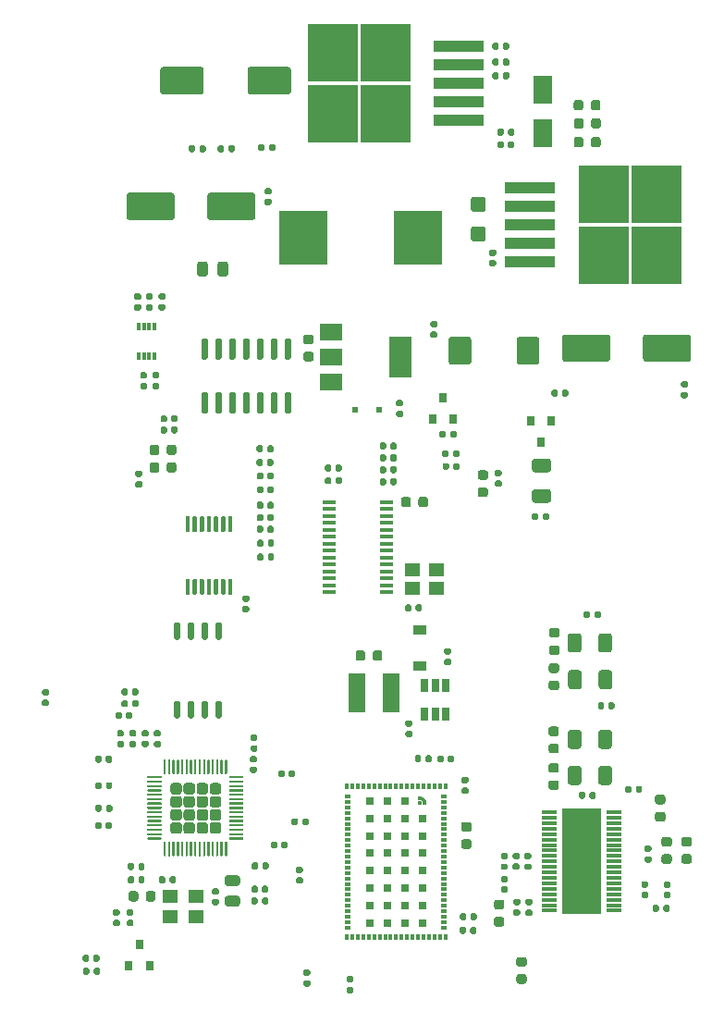
<source format=gbr>
G04 #@! TF.GenerationSoftware,KiCad,Pcbnew,(5.1.7)-1*
G04 #@! TF.CreationDate,2020-11-22T20:52:48-08:00*
G04 #@! TF.ProjectId,SJ-201-R4,534a2d32-3031-42d5-9234-2e6b69636164,rev?*
G04 #@! TF.SameCoordinates,Original*
G04 #@! TF.FileFunction,Paste,Top*
G04 #@! TF.FilePolarity,Positive*
%FSLAX46Y46*%
G04 Gerber Fmt 4.6, Leading zero omitted, Abs format (unit mm)*
G04 Created by KiCad (PCBNEW (5.1.7)-1) date 2020-11-22 20:52:48*
%MOMM*%
%LPD*%
G01*
G04 APERTURE LIST*
%ADD10C,0.152400*%
%ADD11R,0.800000X0.900000*%
%ADD12R,1.500000X3.600000*%
%ADD13R,0.300000X0.700000*%
%ADD14R,4.550000X5.250000*%
%ADD15R,4.600000X1.100000*%
%ADD16R,2.000000X1.500000*%
%ADD17R,2.000000X3.800000*%
%ADD18R,3.600000X9.700001*%
%ADD19R,1.400000X0.299999*%
%ADD20R,4.500000X5.000000*%
%ADD21C,0.100000*%
%ADD22R,0.400000X0.400000*%
%ADD23R,0.800000X0.800000*%
%ADD24R,0.600000X0.300000*%
%ADD25R,0.300000X0.600000*%
%ADD26R,1.200000X0.900000*%
%ADD27R,0.650000X1.220000*%
%ADD28R,1.400000X1.200000*%
%ADD29R,1.800000X2.500000*%
%ADD30R,1.200000X0.400000*%
%ADD31R,0.500000X0.500000*%
G04 APERTURE END LIST*
D10*
G04 #@! TO.C,U3*
X54769536Y-79529086D02*
X54768700Y-79520600D01*
X54772013Y-79537248D02*
X54769536Y-79529086D01*
X54776031Y-79544768D02*
X54772013Y-79537248D01*
X54781441Y-79551360D02*
X54776031Y-79544768D01*
X54788032Y-79556770D02*
X54781441Y-79551360D01*
X54795553Y-79560788D02*
X54788032Y-79556770D01*
X54803714Y-79563265D02*
X54795553Y-79560788D01*
X54812200Y-79564100D02*
X54803714Y-79563265D01*
X57625200Y-79564100D02*
X54812200Y-79564100D01*
X57633686Y-79563265D02*
X57625200Y-79564100D01*
X57641847Y-79560788D02*
X57633686Y-79563265D01*
X57649368Y-79556770D02*
X57641847Y-79560788D01*
X57655959Y-79551360D02*
X57649368Y-79556770D01*
X57661369Y-79544768D02*
X57655959Y-79551360D01*
X57665387Y-79537248D02*
X57661369Y-79544768D01*
X57667864Y-79529086D02*
X57665387Y-79537248D01*
X57668700Y-79520600D02*
X57667864Y-79529086D01*
X57668700Y-74907600D02*
X57668700Y-79520600D01*
X57667864Y-74899114D02*
X57668700Y-74907600D01*
X57665387Y-74890952D02*
X57667864Y-74899114D01*
X57661369Y-74883432D02*
X57665387Y-74890952D01*
X57655959Y-74876840D02*
X57661369Y-74883432D01*
X57649368Y-74871430D02*
X57655959Y-74876840D01*
X57641847Y-74867412D02*
X57649368Y-74871430D01*
X57633686Y-74864935D02*
X57641847Y-74867412D01*
X57625200Y-74864100D02*
X57633686Y-74864935D01*
X54812200Y-74864100D02*
X57625200Y-74864100D01*
X54803714Y-74864935D02*
X54812200Y-74864100D01*
X54795553Y-74867412D02*
X54803714Y-74864935D01*
X54788032Y-74871430D02*
X54795553Y-74867412D01*
X54781441Y-74876840D02*
X54788032Y-74871430D01*
X54776031Y-74883432D02*
X54781441Y-74876840D01*
X54772013Y-74890952D02*
X54776031Y-74883432D01*
X54769536Y-74899114D02*
X54772013Y-74890952D01*
X54768700Y-74907600D02*
X54769536Y-74899114D01*
X54768700Y-79520600D02*
X54768700Y-74907600D01*
G04 #@! TD*
G04 #@! TO.C,R33*
G36*
G01*
X27474680Y-44790140D02*
X27474680Y-44445140D01*
G75*
G02*
X27622180Y-44297640I147500J0D01*
G01*
X27917180Y-44297640D01*
G75*
G02*
X28064680Y-44445140I0J-147500D01*
G01*
X28064680Y-44790140D01*
G75*
G02*
X27917180Y-44937640I-147500J0D01*
G01*
X27622180Y-44937640D01*
G75*
G02*
X27474680Y-44790140I0J147500D01*
G01*
G37*
G36*
G01*
X26504680Y-44790140D02*
X26504680Y-44445140D01*
G75*
G02*
X26652180Y-44297640I147500J0D01*
G01*
X26947180Y-44297640D01*
G75*
G02*
X27094680Y-44445140I0J-147500D01*
G01*
X27094680Y-44790140D01*
G75*
G02*
X26947180Y-44937640I-147500J0D01*
G01*
X26652180Y-44937640D01*
G75*
G02*
X26504680Y-44790140I0J147500D01*
G01*
G37*
G04 #@! TD*
G04 #@! TO.C,R9*
G36*
G01*
X15867160Y-42019720D02*
X15522160Y-42019720D01*
G75*
G02*
X15374660Y-41872220I0J147500D01*
G01*
X15374660Y-41577220D01*
G75*
G02*
X15522160Y-41429720I147500J0D01*
G01*
X15867160Y-41429720D01*
G75*
G02*
X16014660Y-41577220I0J-147500D01*
G01*
X16014660Y-41872220D01*
G75*
G02*
X15867160Y-42019720I-147500J0D01*
G01*
G37*
G36*
G01*
X15867160Y-42989720D02*
X15522160Y-42989720D01*
G75*
G02*
X15374660Y-42842220I0J147500D01*
G01*
X15374660Y-42547220D01*
G75*
G02*
X15522160Y-42399720I147500J0D01*
G01*
X15867160Y-42399720D01*
G75*
G02*
X16014660Y-42547220I0J-147500D01*
G01*
X16014660Y-42842220D01*
G75*
G02*
X15867160Y-42989720I-147500J0D01*
G01*
G37*
G04 #@! TD*
G04 #@! TO.C,R29*
G36*
G01*
X44477440Y-41246840D02*
X44477440Y-40901840D01*
G75*
G02*
X44624940Y-40754340I147500J0D01*
G01*
X44919940Y-40754340D01*
G75*
G02*
X45067440Y-40901840I0J-147500D01*
G01*
X45067440Y-41246840D01*
G75*
G02*
X44919940Y-41394340I-147500J0D01*
G01*
X44624940Y-41394340D01*
G75*
G02*
X44477440Y-41246840I0J147500D01*
G01*
G37*
G36*
G01*
X43507440Y-41246840D02*
X43507440Y-40901840D01*
G75*
G02*
X43654940Y-40754340I147500J0D01*
G01*
X43949940Y-40754340D01*
G75*
G02*
X44097440Y-40901840I0J-147500D01*
G01*
X44097440Y-41246840D01*
G75*
G02*
X43949940Y-41394340I-147500J0D01*
G01*
X43654940Y-41394340D01*
G75*
G02*
X43507440Y-41246840I0J147500D01*
G01*
G37*
G04 #@! TD*
G04 #@! TO.C,R20*
G36*
G01*
X44454580Y-40065740D02*
X44454580Y-39720740D01*
G75*
G02*
X44602080Y-39573240I147500J0D01*
G01*
X44897080Y-39573240D01*
G75*
G02*
X45044580Y-39720740I0J-147500D01*
G01*
X45044580Y-40065740D01*
G75*
G02*
X44897080Y-40213240I-147500J0D01*
G01*
X44602080Y-40213240D01*
G75*
G02*
X44454580Y-40065740I0J147500D01*
G01*
G37*
G36*
G01*
X43484580Y-40065740D02*
X43484580Y-39720740D01*
G75*
G02*
X43632080Y-39573240I147500J0D01*
G01*
X43927080Y-39573240D01*
G75*
G02*
X44074580Y-39720740I0J-147500D01*
G01*
X44074580Y-40065740D01*
G75*
G02*
X43927080Y-40213240I-147500J0D01*
G01*
X43632080Y-40213240D01*
G75*
G02*
X43484580Y-40065740I0J147500D01*
G01*
G37*
G04 #@! TD*
G04 #@! TO.C,R18*
G36*
G01*
X65491580Y-34236160D02*
X65836580Y-34236160D01*
G75*
G02*
X65984080Y-34383660I0J-147500D01*
G01*
X65984080Y-34678660D01*
G75*
G02*
X65836580Y-34826160I-147500J0D01*
G01*
X65491580Y-34826160D01*
G75*
G02*
X65344080Y-34678660I0J147500D01*
G01*
X65344080Y-34383660D01*
G75*
G02*
X65491580Y-34236160I147500J0D01*
G01*
G37*
G36*
G01*
X65491580Y-33266160D02*
X65836580Y-33266160D01*
G75*
G02*
X65984080Y-33413660I0J-147500D01*
G01*
X65984080Y-33708660D01*
G75*
G02*
X65836580Y-33856160I-147500J0D01*
G01*
X65491580Y-33856160D01*
G75*
G02*
X65344080Y-33708660I0J147500D01*
G01*
X65344080Y-33413660D01*
G75*
G02*
X65491580Y-33266160I147500J0D01*
G01*
G37*
G04 #@! TD*
G04 #@! TO.C,R2*
G36*
G01*
X43828200Y-37950360D02*
X43828200Y-38295360D01*
G75*
G02*
X43680700Y-38442860I-147500J0D01*
G01*
X43385700Y-38442860D01*
G75*
G02*
X43238200Y-38295360I0J147500D01*
G01*
X43238200Y-37950360D01*
G75*
G02*
X43385700Y-37802860I147500J0D01*
G01*
X43680700Y-37802860D01*
G75*
G02*
X43828200Y-37950360I0J-147500D01*
G01*
G37*
G36*
G01*
X44798200Y-37950360D02*
X44798200Y-38295360D01*
G75*
G02*
X44650700Y-38442860I-147500J0D01*
G01*
X44355700Y-38442860D01*
G75*
G02*
X44208200Y-38295360I0J147500D01*
G01*
X44208200Y-37950360D01*
G75*
G02*
X44355700Y-37802860I147500J0D01*
G01*
X44650700Y-37802860D01*
G75*
G02*
X44798200Y-37950360I0J-147500D01*
G01*
G37*
G04 #@! TD*
D11*
G04 #@! TO.C,Q1*
X43527980Y-34732720D03*
X44477980Y-36732720D03*
X42577980Y-36732720D03*
G04 #@! TD*
D12*
G04 #@! TO.C,L2*
X35713940Y-61805820D03*
X38763940Y-61805820D03*
G04 #@! TD*
D13*
G04 #@! TO.C,U14*
X15658400Y-28253700D03*
X16158400Y-28253700D03*
X16658400Y-28253700D03*
X17158400Y-28253700D03*
X17158400Y-30953700D03*
X16658400Y-30953700D03*
X16158400Y-30953700D03*
X15658400Y-30953700D03*
G04 #@! TD*
G04 #@! TO.C,C67*
G36*
G01*
X50289280Y-31489760D02*
X50289280Y-29439760D01*
G75*
G02*
X50539280Y-29189760I250000J0D01*
G01*
X52114280Y-29189760D01*
G75*
G02*
X52364280Y-29439760I0J-250000D01*
G01*
X52364280Y-31489760D01*
G75*
G02*
X52114280Y-31739760I-250000J0D01*
G01*
X50539280Y-31739760D01*
G75*
G02*
X50289280Y-31489760I0J250000D01*
G01*
G37*
G36*
G01*
X44064280Y-31489760D02*
X44064280Y-29439760D01*
G75*
G02*
X44314280Y-29189760I250000J0D01*
G01*
X45889280Y-29189760D01*
G75*
G02*
X46139280Y-29439760I0J-250000D01*
G01*
X46139280Y-31489760D01*
G75*
G02*
X45889280Y-31739760I-250000J0D01*
G01*
X44314280Y-31739760D01*
G75*
G02*
X44064280Y-31489760I0J250000D01*
G01*
G37*
G04 #@! TD*
D14*
G04 #@! TO.C,U12*
X58237160Y-21703080D03*
X63087160Y-16153080D03*
X58237160Y-16153080D03*
X63087160Y-21703080D03*
D15*
X51512160Y-22328080D03*
X51512160Y-20628080D03*
X51512160Y-18928080D03*
X51512160Y-17228080D03*
X51512160Y-15528080D03*
G04 #@! TD*
G04 #@! TO.C,R66*
G36*
G01*
X15969200Y-33413200D02*
X16314200Y-33413200D01*
G75*
G02*
X16461700Y-33560700I0J-147500D01*
G01*
X16461700Y-33855700D01*
G75*
G02*
X16314200Y-34003200I-147500J0D01*
G01*
X15969200Y-34003200D01*
G75*
G02*
X15821700Y-33855700I0J147500D01*
G01*
X15821700Y-33560700D01*
G75*
G02*
X15969200Y-33413200I147500J0D01*
G01*
G37*
G36*
G01*
X15969200Y-32443200D02*
X16314200Y-32443200D01*
G75*
G02*
X16461700Y-32590700I0J-147500D01*
G01*
X16461700Y-32885700D01*
G75*
G02*
X16314200Y-33033200I-147500J0D01*
G01*
X15969200Y-33033200D01*
G75*
G02*
X15821700Y-32885700I0J147500D01*
G01*
X15821700Y-32590700D01*
G75*
G02*
X15969200Y-32443200I147500J0D01*
G01*
G37*
G04 #@! TD*
G04 #@! TO.C,R65*
G36*
G01*
X18003300Y-25806900D02*
X17658300Y-25806900D01*
G75*
G02*
X17510800Y-25659400I0J147500D01*
G01*
X17510800Y-25364400D01*
G75*
G02*
X17658300Y-25216900I147500J0D01*
G01*
X18003300Y-25216900D01*
G75*
G02*
X18150800Y-25364400I0J-147500D01*
G01*
X18150800Y-25659400D01*
G75*
G02*
X18003300Y-25806900I-147500J0D01*
G01*
G37*
G36*
G01*
X18003300Y-26776900D02*
X17658300Y-26776900D01*
G75*
G02*
X17510800Y-26629400I0J147500D01*
G01*
X17510800Y-26334400D01*
G75*
G02*
X17658300Y-26186900I147500J0D01*
G01*
X18003300Y-26186900D01*
G75*
G02*
X18150800Y-26334400I0J-147500D01*
G01*
X18150800Y-26629400D01*
G75*
G02*
X18003300Y-26776900I-147500J0D01*
G01*
G37*
G04 #@! TD*
G04 #@! TO.C,R64*
G36*
G01*
X15755400Y-25819600D02*
X15410400Y-25819600D01*
G75*
G02*
X15262900Y-25672100I0J147500D01*
G01*
X15262900Y-25377100D01*
G75*
G02*
X15410400Y-25229600I147500J0D01*
G01*
X15755400Y-25229600D01*
G75*
G02*
X15902900Y-25377100I0J-147500D01*
G01*
X15902900Y-25672100D01*
G75*
G02*
X15755400Y-25819600I-147500J0D01*
G01*
G37*
G36*
G01*
X15755400Y-26789600D02*
X15410400Y-26789600D01*
G75*
G02*
X15262900Y-26642100I0J147500D01*
G01*
X15262900Y-26347100D01*
G75*
G02*
X15410400Y-26199600I147500J0D01*
G01*
X15755400Y-26199600D01*
G75*
G02*
X15902900Y-26347100I0J-147500D01*
G01*
X15902900Y-26642100D01*
G75*
G02*
X15755400Y-26789600I-147500J0D01*
G01*
G37*
G04 #@! TD*
G04 #@! TO.C,R63*
G36*
G01*
X17074100Y-33400500D02*
X17419100Y-33400500D01*
G75*
G02*
X17566600Y-33548000I0J-147500D01*
G01*
X17566600Y-33843000D01*
G75*
G02*
X17419100Y-33990500I-147500J0D01*
G01*
X17074100Y-33990500D01*
G75*
G02*
X16926600Y-33843000I0J147500D01*
G01*
X16926600Y-33548000D01*
G75*
G02*
X17074100Y-33400500I147500J0D01*
G01*
G37*
G36*
G01*
X17074100Y-32430500D02*
X17419100Y-32430500D01*
G75*
G02*
X17566600Y-32578000I0J-147500D01*
G01*
X17566600Y-32873000D01*
G75*
G02*
X17419100Y-33020500I-147500J0D01*
G01*
X17074100Y-33020500D01*
G75*
G02*
X16926600Y-32873000I0J147500D01*
G01*
X16926600Y-32578000D01*
G75*
G02*
X17074100Y-32430500I147500J0D01*
G01*
G37*
G04 #@! TD*
G04 #@! TO.C,R52*
G36*
G01*
X28359600Y-75544900D02*
X28359600Y-75889900D01*
G75*
G02*
X28212100Y-76037400I-147500J0D01*
G01*
X27917100Y-76037400D01*
G75*
G02*
X27769600Y-75889900I0J147500D01*
G01*
X27769600Y-75544900D01*
G75*
G02*
X27917100Y-75397400I147500J0D01*
G01*
X28212100Y-75397400D01*
G75*
G02*
X28359600Y-75544900I0J-147500D01*
G01*
G37*
G36*
G01*
X29329600Y-75544900D02*
X29329600Y-75889900D01*
G75*
G02*
X29182100Y-76037400I-147500J0D01*
G01*
X28887100Y-76037400D01*
G75*
G02*
X28739600Y-75889900I0J147500D01*
G01*
X28739600Y-75544900D01*
G75*
G02*
X28887100Y-75397400I147500J0D01*
G01*
X29182100Y-75397400D01*
G75*
G02*
X29329600Y-75544900I0J-147500D01*
G01*
G37*
G04 #@! TD*
G04 #@! TO.C,R62*
G36*
G01*
X16834900Y-25832300D02*
X16489900Y-25832300D01*
G75*
G02*
X16342400Y-25684800I0J147500D01*
G01*
X16342400Y-25389800D01*
G75*
G02*
X16489900Y-25242300I147500J0D01*
G01*
X16834900Y-25242300D01*
G75*
G02*
X16982400Y-25389800I0J-147500D01*
G01*
X16982400Y-25684800D01*
G75*
G02*
X16834900Y-25832300I-147500J0D01*
G01*
G37*
G36*
G01*
X16834900Y-26802300D02*
X16489900Y-26802300D01*
G75*
G02*
X16342400Y-26654800I0J147500D01*
G01*
X16342400Y-26359800D01*
G75*
G02*
X16489900Y-26212300I147500J0D01*
G01*
X16834900Y-26212300D01*
G75*
G02*
X16982400Y-26359800I0J-147500D01*
G01*
X16982400Y-26654800D01*
G75*
G02*
X16834900Y-26802300I-147500J0D01*
G01*
G37*
G04 #@! TD*
G04 #@! TO.C,R53*
G36*
G01*
X27469600Y-43368375D02*
X27469600Y-43023375D01*
G75*
G02*
X27617100Y-42875875I147500J0D01*
G01*
X27912100Y-42875875D01*
G75*
G02*
X28059600Y-43023375I0J-147500D01*
G01*
X28059600Y-43368375D01*
G75*
G02*
X27912100Y-43515875I-147500J0D01*
G01*
X27617100Y-43515875D01*
G75*
G02*
X27469600Y-43368375I0J147500D01*
G01*
G37*
G36*
G01*
X26499600Y-43368375D02*
X26499600Y-43023375D01*
G75*
G02*
X26647100Y-42875875I147500J0D01*
G01*
X26942100Y-42875875D01*
G75*
G02*
X27089600Y-43023375I0J-147500D01*
G01*
X27089600Y-43368375D01*
G75*
G02*
X26942100Y-43515875I-147500J0D01*
G01*
X26647100Y-43515875D01*
G75*
G02*
X26499600Y-43368375I0J147500D01*
G01*
G37*
G04 #@! TD*
G04 #@! TO.C,R47*
G36*
G01*
X27469600Y-42114250D02*
X27469600Y-41769250D01*
G75*
G02*
X27617100Y-41621750I147500J0D01*
G01*
X27912100Y-41621750D01*
G75*
G02*
X28059600Y-41769250I0J-147500D01*
G01*
X28059600Y-42114250D01*
G75*
G02*
X27912100Y-42261750I-147500J0D01*
G01*
X27617100Y-42261750D01*
G75*
G02*
X27469600Y-42114250I0J147500D01*
G01*
G37*
G36*
G01*
X26499600Y-42114250D02*
X26499600Y-41769250D01*
G75*
G02*
X26647100Y-41621750I147500J0D01*
G01*
X26942100Y-41621750D01*
G75*
G02*
X27089600Y-41769250I0J-147500D01*
G01*
X27089600Y-42114250D01*
G75*
G02*
X26942100Y-42261750I-147500J0D01*
G01*
X26647100Y-42261750D01*
G75*
G02*
X26499600Y-42114250I0J147500D01*
G01*
G37*
G04 #@! TD*
G04 #@! TO.C,R16*
G36*
G01*
X6990300Y-62407300D02*
X7335300Y-62407300D01*
G75*
G02*
X7482800Y-62554800I0J-147500D01*
G01*
X7482800Y-62849800D01*
G75*
G02*
X7335300Y-62997300I-147500J0D01*
G01*
X6990300Y-62997300D01*
G75*
G02*
X6842800Y-62849800I0J147500D01*
G01*
X6842800Y-62554800D01*
G75*
G02*
X6990300Y-62407300I147500J0D01*
G01*
G37*
G36*
G01*
X6990300Y-61437300D02*
X7335300Y-61437300D01*
G75*
G02*
X7482800Y-61584800I0J-147500D01*
G01*
X7482800Y-61879800D01*
G75*
G02*
X7335300Y-62027300I-147500J0D01*
G01*
X6990300Y-62027300D01*
G75*
G02*
X6842800Y-61879800I0J147500D01*
G01*
X6842800Y-61584800D01*
G75*
G02*
X6990300Y-61437300I147500J0D01*
G01*
G37*
G04 #@! TD*
G04 #@! TO.C,U8*
G36*
G01*
X19645300Y-70280299D02*
X19645300Y-70830301D01*
G75*
G02*
X19395301Y-71080300I-249999J0D01*
G01*
X18845299Y-71080300D01*
G75*
G02*
X18595300Y-70830301I0J249999D01*
G01*
X18595300Y-70280299D01*
G75*
G02*
X18845299Y-70030300I249999J0D01*
G01*
X19395301Y-70030300D01*
G75*
G02*
X19645300Y-70280299I0J-249999D01*
G01*
G37*
G36*
G01*
X20845300Y-70280299D02*
X20845300Y-70830301D01*
G75*
G02*
X20595301Y-71080300I-249999J0D01*
G01*
X20045299Y-71080300D01*
G75*
G02*
X19795300Y-70830301I0J249999D01*
G01*
X19795300Y-70280299D01*
G75*
G02*
X20045299Y-70030300I249999J0D01*
G01*
X20595301Y-70030300D01*
G75*
G02*
X20845300Y-70280299I0J-249999D01*
G01*
G37*
G36*
G01*
X22045300Y-70280299D02*
X22045300Y-70830301D01*
G75*
G02*
X21795301Y-71080300I-249999J0D01*
G01*
X21245299Y-71080300D01*
G75*
G02*
X20995300Y-70830301I0J249999D01*
G01*
X20995300Y-70280299D01*
G75*
G02*
X21245299Y-70030300I249999J0D01*
G01*
X21795301Y-70030300D01*
G75*
G02*
X22045300Y-70280299I0J-249999D01*
G01*
G37*
G36*
G01*
X23245300Y-70280299D02*
X23245300Y-70830301D01*
G75*
G02*
X22995301Y-71080300I-249999J0D01*
G01*
X22445299Y-71080300D01*
G75*
G02*
X22195300Y-70830301I0J249999D01*
G01*
X22195300Y-70280299D01*
G75*
G02*
X22445299Y-70030300I249999J0D01*
G01*
X22995301Y-70030300D01*
G75*
G02*
X23245300Y-70280299I0J-249999D01*
G01*
G37*
G36*
G01*
X19645300Y-71480299D02*
X19645300Y-72030301D01*
G75*
G02*
X19395301Y-72280300I-249999J0D01*
G01*
X18845299Y-72280300D01*
G75*
G02*
X18595300Y-72030301I0J249999D01*
G01*
X18595300Y-71480299D01*
G75*
G02*
X18845299Y-71230300I249999J0D01*
G01*
X19395301Y-71230300D01*
G75*
G02*
X19645300Y-71480299I0J-249999D01*
G01*
G37*
G36*
G01*
X20845300Y-71480299D02*
X20845300Y-72030301D01*
G75*
G02*
X20595301Y-72280300I-249999J0D01*
G01*
X20045299Y-72280300D01*
G75*
G02*
X19795300Y-72030301I0J249999D01*
G01*
X19795300Y-71480299D01*
G75*
G02*
X20045299Y-71230300I249999J0D01*
G01*
X20595301Y-71230300D01*
G75*
G02*
X20845300Y-71480299I0J-249999D01*
G01*
G37*
G36*
G01*
X22045300Y-71480299D02*
X22045300Y-72030301D01*
G75*
G02*
X21795301Y-72280300I-249999J0D01*
G01*
X21245299Y-72280300D01*
G75*
G02*
X20995300Y-72030301I0J249999D01*
G01*
X20995300Y-71480299D01*
G75*
G02*
X21245299Y-71230300I249999J0D01*
G01*
X21795301Y-71230300D01*
G75*
G02*
X22045300Y-71480299I0J-249999D01*
G01*
G37*
G36*
G01*
X23245300Y-71480299D02*
X23245300Y-72030301D01*
G75*
G02*
X22995301Y-72280300I-249999J0D01*
G01*
X22445299Y-72280300D01*
G75*
G02*
X22195300Y-72030301I0J249999D01*
G01*
X22195300Y-71480299D01*
G75*
G02*
X22445299Y-71230300I249999J0D01*
G01*
X22995301Y-71230300D01*
G75*
G02*
X23245300Y-71480299I0J-249999D01*
G01*
G37*
G36*
G01*
X19645300Y-72680299D02*
X19645300Y-73230301D01*
G75*
G02*
X19395301Y-73480300I-249999J0D01*
G01*
X18845299Y-73480300D01*
G75*
G02*
X18595300Y-73230301I0J249999D01*
G01*
X18595300Y-72680299D01*
G75*
G02*
X18845299Y-72430300I249999J0D01*
G01*
X19395301Y-72430300D01*
G75*
G02*
X19645300Y-72680299I0J-249999D01*
G01*
G37*
G36*
G01*
X20845300Y-72680299D02*
X20845300Y-73230301D01*
G75*
G02*
X20595301Y-73480300I-249999J0D01*
G01*
X20045299Y-73480300D01*
G75*
G02*
X19795300Y-73230301I0J249999D01*
G01*
X19795300Y-72680299D01*
G75*
G02*
X20045299Y-72430300I249999J0D01*
G01*
X20595301Y-72430300D01*
G75*
G02*
X20845300Y-72680299I0J-249999D01*
G01*
G37*
G36*
G01*
X22045300Y-72680299D02*
X22045300Y-73230301D01*
G75*
G02*
X21795301Y-73480300I-249999J0D01*
G01*
X21245299Y-73480300D01*
G75*
G02*
X20995300Y-73230301I0J249999D01*
G01*
X20995300Y-72680299D01*
G75*
G02*
X21245299Y-72430300I249999J0D01*
G01*
X21795301Y-72430300D01*
G75*
G02*
X22045300Y-72680299I0J-249999D01*
G01*
G37*
G36*
G01*
X23245300Y-72680299D02*
X23245300Y-73230301D01*
G75*
G02*
X22995301Y-73480300I-249999J0D01*
G01*
X22445299Y-73480300D01*
G75*
G02*
X22195300Y-73230301I0J249999D01*
G01*
X22195300Y-72680299D01*
G75*
G02*
X22445299Y-72430300I249999J0D01*
G01*
X22995301Y-72430300D01*
G75*
G02*
X23245300Y-72680299I0J-249999D01*
G01*
G37*
G36*
G01*
X19645300Y-73880299D02*
X19645300Y-74430301D01*
G75*
G02*
X19395301Y-74680300I-249999J0D01*
G01*
X18845299Y-74680300D01*
G75*
G02*
X18595300Y-74430301I0J249999D01*
G01*
X18595300Y-73880299D01*
G75*
G02*
X18845299Y-73630300I249999J0D01*
G01*
X19395301Y-73630300D01*
G75*
G02*
X19645300Y-73880299I0J-249999D01*
G01*
G37*
G36*
G01*
X20845300Y-73880299D02*
X20845300Y-74430301D01*
G75*
G02*
X20595301Y-74680300I-249999J0D01*
G01*
X20045299Y-74680300D01*
G75*
G02*
X19795300Y-74430301I0J249999D01*
G01*
X19795300Y-73880299D01*
G75*
G02*
X20045299Y-73630300I249999J0D01*
G01*
X20595301Y-73630300D01*
G75*
G02*
X20845300Y-73880299I0J-249999D01*
G01*
G37*
G36*
G01*
X22045300Y-73880299D02*
X22045300Y-74430301D01*
G75*
G02*
X21795301Y-74680300I-249999J0D01*
G01*
X21245299Y-74680300D01*
G75*
G02*
X20995300Y-74430301I0J249999D01*
G01*
X20995300Y-73880299D01*
G75*
G02*
X21245299Y-73630300I249999J0D01*
G01*
X21795301Y-73630300D01*
G75*
G02*
X22045300Y-73880299I0J-249999D01*
G01*
G37*
G36*
G01*
X23628800Y-75401300D02*
X23728800Y-75401300D01*
G75*
G02*
X23778800Y-75451300I0J-50000D01*
G01*
X23778800Y-76676300D01*
G75*
G02*
X23728800Y-76726300I-50000J0D01*
G01*
X23628800Y-76726300D01*
G75*
G02*
X23578800Y-76676300I0J50000D01*
G01*
X23578800Y-75451300D01*
G75*
G02*
X23628800Y-75401300I50000J0D01*
G01*
G37*
G36*
G01*
X23228800Y-75401300D02*
X23328800Y-75401300D01*
G75*
G02*
X23378800Y-75451300I0J-50000D01*
G01*
X23378800Y-76676300D01*
G75*
G02*
X23328800Y-76726300I-50000J0D01*
G01*
X23228800Y-76726300D01*
G75*
G02*
X23178800Y-76676300I0J50000D01*
G01*
X23178800Y-75451300D01*
G75*
G02*
X23228800Y-75401300I50000J0D01*
G01*
G37*
G36*
G01*
X22828800Y-75401300D02*
X22928800Y-75401300D01*
G75*
G02*
X22978800Y-75451300I0J-50000D01*
G01*
X22978800Y-76676300D01*
G75*
G02*
X22928800Y-76726300I-50000J0D01*
G01*
X22828800Y-76726300D01*
G75*
G02*
X22778800Y-76676300I0J50000D01*
G01*
X22778800Y-75451300D01*
G75*
G02*
X22828800Y-75401300I50000J0D01*
G01*
G37*
G36*
G01*
X22428800Y-75401300D02*
X22528800Y-75401300D01*
G75*
G02*
X22578800Y-75451300I0J-50000D01*
G01*
X22578800Y-76676300D01*
G75*
G02*
X22528800Y-76726300I-50000J0D01*
G01*
X22428800Y-76726300D01*
G75*
G02*
X22378800Y-76676300I0J50000D01*
G01*
X22378800Y-75451300D01*
G75*
G02*
X22428800Y-75401300I50000J0D01*
G01*
G37*
G36*
G01*
X22028800Y-75401300D02*
X22128800Y-75401300D01*
G75*
G02*
X22178800Y-75451300I0J-50000D01*
G01*
X22178800Y-76676300D01*
G75*
G02*
X22128800Y-76726300I-50000J0D01*
G01*
X22028800Y-76726300D01*
G75*
G02*
X21978800Y-76676300I0J50000D01*
G01*
X21978800Y-75451300D01*
G75*
G02*
X22028800Y-75401300I50000J0D01*
G01*
G37*
G36*
G01*
X21628800Y-75401300D02*
X21728800Y-75401300D01*
G75*
G02*
X21778800Y-75451300I0J-50000D01*
G01*
X21778800Y-76676300D01*
G75*
G02*
X21728800Y-76726300I-50000J0D01*
G01*
X21628800Y-76726300D01*
G75*
G02*
X21578800Y-76676300I0J50000D01*
G01*
X21578800Y-75451300D01*
G75*
G02*
X21628800Y-75401300I50000J0D01*
G01*
G37*
G36*
G01*
X21228800Y-75401300D02*
X21328800Y-75401300D01*
G75*
G02*
X21378800Y-75451300I0J-50000D01*
G01*
X21378800Y-76676300D01*
G75*
G02*
X21328800Y-76726300I-50000J0D01*
G01*
X21228800Y-76726300D01*
G75*
G02*
X21178800Y-76676300I0J50000D01*
G01*
X21178800Y-75451300D01*
G75*
G02*
X21228800Y-75401300I50000J0D01*
G01*
G37*
G36*
G01*
X20828800Y-75401300D02*
X20928800Y-75401300D01*
G75*
G02*
X20978800Y-75451300I0J-50000D01*
G01*
X20978800Y-76676300D01*
G75*
G02*
X20928800Y-76726300I-50000J0D01*
G01*
X20828800Y-76726300D01*
G75*
G02*
X20778800Y-76676300I0J50000D01*
G01*
X20778800Y-75451300D01*
G75*
G02*
X20828800Y-75401300I50000J0D01*
G01*
G37*
G36*
G01*
X20428800Y-75401300D02*
X20528800Y-75401300D01*
G75*
G02*
X20578800Y-75451300I0J-50000D01*
G01*
X20578800Y-76676300D01*
G75*
G02*
X20528800Y-76726300I-50000J0D01*
G01*
X20428800Y-76726300D01*
G75*
G02*
X20378800Y-76676300I0J50000D01*
G01*
X20378800Y-75451300D01*
G75*
G02*
X20428800Y-75401300I50000J0D01*
G01*
G37*
G36*
G01*
X20028800Y-75401300D02*
X20128800Y-75401300D01*
G75*
G02*
X20178800Y-75451300I0J-50000D01*
G01*
X20178800Y-76676300D01*
G75*
G02*
X20128800Y-76726300I-50000J0D01*
G01*
X20028800Y-76726300D01*
G75*
G02*
X19978800Y-76676300I0J50000D01*
G01*
X19978800Y-75451300D01*
G75*
G02*
X20028800Y-75401300I50000J0D01*
G01*
G37*
G36*
G01*
X19628800Y-75401300D02*
X19728800Y-75401300D01*
G75*
G02*
X19778800Y-75451300I0J-50000D01*
G01*
X19778800Y-76676300D01*
G75*
G02*
X19728800Y-76726300I-50000J0D01*
G01*
X19628800Y-76726300D01*
G75*
G02*
X19578800Y-76676300I0J50000D01*
G01*
X19578800Y-75451300D01*
G75*
G02*
X19628800Y-75401300I50000J0D01*
G01*
G37*
G36*
G01*
X19228800Y-75401300D02*
X19328800Y-75401300D01*
G75*
G02*
X19378800Y-75451300I0J-50000D01*
G01*
X19378800Y-76676300D01*
G75*
G02*
X19328800Y-76726300I-50000J0D01*
G01*
X19228800Y-76726300D01*
G75*
G02*
X19178800Y-76676300I0J50000D01*
G01*
X19178800Y-75451300D01*
G75*
G02*
X19228800Y-75401300I50000J0D01*
G01*
G37*
G36*
G01*
X18828800Y-75401300D02*
X18928800Y-75401300D01*
G75*
G02*
X18978800Y-75451300I0J-50000D01*
G01*
X18978800Y-76676300D01*
G75*
G02*
X18928800Y-76726300I-50000J0D01*
G01*
X18828800Y-76726300D01*
G75*
G02*
X18778800Y-76676300I0J50000D01*
G01*
X18778800Y-75451300D01*
G75*
G02*
X18828800Y-75401300I50000J0D01*
G01*
G37*
G36*
G01*
X18428800Y-75401300D02*
X18528800Y-75401300D01*
G75*
G02*
X18578800Y-75451300I0J-50000D01*
G01*
X18578800Y-76676300D01*
G75*
G02*
X18528800Y-76726300I-50000J0D01*
G01*
X18428800Y-76726300D01*
G75*
G02*
X18378800Y-76676300I0J50000D01*
G01*
X18378800Y-75451300D01*
G75*
G02*
X18428800Y-75401300I50000J0D01*
G01*
G37*
G36*
G01*
X18028800Y-67901300D02*
X18128800Y-67901300D01*
G75*
G02*
X18178800Y-67951300I0J-50000D01*
G01*
X18178800Y-69176300D01*
G75*
G02*
X18128800Y-69226300I-50000J0D01*
G01*
X18028800Y-69226300D01*
G75*
G02*
X17978800Y-69176300I0J50000D01*
G01*
X17978800Y-67951300D01*
G75*
G02*
X18028800Y-67901300I50000J0D01*
G01*
G37*
G36*
G01*
X18428800Y-67901300D02*
X18528800Y-67901300D01*
G75*
G02*
X18578800Y-67951300I0J-50000D01*
G01*
X18578800Y-69176300D01*
G75*
G02*
X18528800Y-69226300I-50000J0D01*
G01*
X18428800Y-69226300D01*
G75*
G02*
X18378800Y-69176300I0J50000D01*
G01*
X18378800Y-67951300D01*
G75*
G02*
X18428800Y-67901300I50000J0D01*
G01*
G37*
G36*
G01*
X18828800Y-67901300D02*
X18928800Y-67901300D01*
G75*
G02*
X18978800Y-67951300I0J-50000D01*
G01*
X18978800Y-69176300D01*
G75*
G02*
X18928800Y-69226300I-50000J0D01*
G01*
X18828800Y-69226300D01*
G75*
G02*
X18778800Y-69176300I0J50000D01*
G01*
X18778800Y-67951300D01*
G75*
G02*
X18828800Y-67901300I50000J0D01*
G01*
G37*
G36*
G01*
X19228800Y-67901300D02*
X19328800Y-67901300D01*
G75*
G02*
X19378800Y-67951300I0J-50000D01*
G01*
X19378800Y-69176300D01*
G75*
G02*
X19328800Y-69226300I-50000J0D01*
G01*
X19228800Y-69226300D01*
G75*
G02*
X19178800Y-69176300I0J50000D01*
G01*
X19178800Y-67951300D01*
G75*
G02*
X19228800Y-67901300I50000J0D01*
G01*
G37*
G36*
G01*
X19628800Y-67901300D02*
X19728800Y-67901300D01*
G75*
G02*
X19778800Y-67951300I0J-50000D01*
G01*
X19778800Y-69176300D01*
G75*
G02*
X19728800Y-69226300I-50000J0D01*
G01*
X19628800Y-69226300D01*
G75*
G02*
X19578800Y-69176300I0J50000D01*
G01*
X19578800Y-67951300D01*
G75*
G02*
X19628800Y-67901300I50000J0D01*
G01*
G37*
G36*
G01*
X20028800Y-67901300D02*
X20128800Y-67901300D01*
G75*
G02*
X20178800Y-67951300I0J-50000D01*
G01*
X20178800Y-69176300D01*
G75*
G02*
X20128800Y-69226300I-50000J0D01*
G01*
X20028800Y-69226300D01*
G75*
G02*
X19978800Y-69176300I0J50000D01*
G01*
X19978800Y-67951300D01*
G75*
G02*
X20028800Y-67901300I50000J0D01*
G01*
G37*
G36*
G01*
X20428800Y-67901300D02*
X20528800Y-67901300D01*
G75*
G02*
X20578800Y-67951300I0J-50000D01*
G01*
X20578800Y-69176300D01*
G75*
G02*
X20528800Y-69226300I-50000J0D01*
G01*
X20428800Y-69226300D01*
G75*
G02*
X20378800Y-69176300I0J50000D01*
G01*
X20378800Y-67951300D01*
G75*
G02*
X20428800Y-67901300I50000J0D01*
G01*
G37*
G36*
G01*
X20828800Y-67901300D02*
X20928800Y-67901300D01*
G75*
G02*
X20978800Y-67951300I0J-50000D01*
G01*
X20978800Y-69176300D01*
G75*
G02*
X20928800Y-69226300I-50000J0D01*
G01*
X20828800Y-69226300D01*
G75*
G02*
X20778800Y-69176300I0J50000D01*
G01*
X20778800Y-67951300D01*
G75*
G02*
X20828800Y-67901300I50000J0D01*
G01*
G37*
G36*
G01*
X21228800Y-67901300D02*
X21328800Y-67901300D01*
G75*
G02*
X21378800Y-67951300I0J-50000D01*
G01*
X21378800Y-69176300D01*
G75*
G02*
X21328800Y-69226300I-50000J0D01*
G01*
X21228800Y-69226300D01*
G75*
G02*
X21178800Y-69176300I0J50000D01*
G01*
X21178800Y-67951300D01*
G75*
G02*
X21228800Y-67901300I50000J0D01*
G01*
G37*
G36*
G01*
X21628800Y-67901300D02*
X21728800Y-67901300D01*
G75*
G02*
X21778800Y-67951300I0J-50000D01*
G01*
X21778800Y-69176300D01*
G75*
G02*
X21728800Y-69226300I-50000J0D01*
G01*
X21628800Y-69226300D01*
G75*
G02*
X21578800Y-69176300I0J50000D01*
G01*
X21578800Y-67951300D01*
G75*
G02*
X21628800Y-67901300I50000J0D01*
G01*
G37*
G36*
G01*
X22028800Y-67901300D02*
X22128800Y-67901300D01*
G75*
G02*
X22178800Y-67951300I0J-50000D01*
G01*
X22178800Y-69176300D01*
G75*
G02*
X22128800Y-69226300I-50000J0D01*
G01*
X22028800Y-69226300D01*
G75*
G02*
X21978800Y-69176300I0J50000D01*
G01*
X21978800Y-67951300D01*
G75*
G02*
X22028800Y-67901300I50000J0D01*
G01*
G37*
G36*
G01*
X22428800Y-67901300D02*
X22528800Y-67901300D01*
G75*
G02*
X22578800Y-67951300I0J-50000D01*
G01*
X22578800Y-69176300D01*
G75*
G02*
X22528800Y-69226300I-50000J0D01*
G01*
X22428800Y-69226300D01*
G75*
G02*
X22378800Y-69176300I0J50000D01*
G01*
X22378800Y-67951300D01*
G75*
G02*
X22428800Y-67901300I50000J0D01*
G01*
G37*
G36*
G01*
X22828800Y-67901300D02*
X22928800Y-67901300D01*
G75*
G02*
X22978800Y-67951300I0J-50000D01*
G01*
X22978800Y-69176300D01*
G75*
G02*
X22928800Y-69226300I-50000J0D01*
G01*
X22828800Y-69226300D01*
G75*
G02*
X22778800Y-69176300I0J50000D01*
G01*
X22778800Y-67951300D01*
G75*
G02*
X22828800Y-67901300I50000J0D01*
G01*
G37*
G36*
G01*
X23228800Y-67901300D02*
X23328800Y-67901300D01*
G75*
G02*
X23378800Y-67951300I0J-50000D01*
G01*
X23378800Y-69176300D01*
G75*
G02*
X23328800Y-69226300I-50000J0D01*
G01*
X23228800Y-69226300D01*
G75*
G02*
X23178800Y-69176300I0J50000D01*
G01*
X23178800Y-67951300D01*
G75*
G02*
X23228800Y-67901300I50000J0D01*
G01*
G37*
G36*
G01*
X25291300Y-69463800D02*
X25291300Y-69563800D01*
G75*
G02*
X25241300Y-69613800I-50000J0D01*
G01*
X24016300Y-69613800D01*
G75*
G02*
X23966300Y-69563800I0J50000D01*
G01*
X23966300Y-69463800D01*
G75*
G02*
X24016300Y-69413800I50000J0D01*
G01*
X25241300Y-69413800D01*
G75*
G02*
X25291300Y-69463800I0J-50000D01*
G01*
G37*
G36*
G01*
X25291300Y-69863800D02*
X25291300Y-69963800D01*
G75*
G02*
X25241300Y-70013800I-50000J0D01*
G01*
X24016300Y-70013800D01*
G75*
G02*
X23966300Y-69963800I0J50000D01*
G01*
X23966300Y-69863800D01*
G75*
G02*
X24016300Y-69813800I50000J0D01*
G01*
X25241300Y-69813800D01*
G75*
G02*
X25291300Y-69863800I0J-50000D01*
G01*
G37*
G36*
G01*
X25291300Y-70263800D02*
X25291300Y-70363800D01*
G75*
G02*
X25241300Y-70413800I-50000J0D01*
G01*
X24016300Y-70413800D01*
G75*
G02*
X23966300Y-70363800I0J50000D01*
G01*
X23966300Y-70263800D01*
G75*
G02*
X24016300Y-70213800I50000J0D01*
G01*
X25241300Y-70213800D01*
G75*
G02*
X25291300Y-70263800I0J-50000D01*
G01*
G37*
G36*
G01*
X25291300Y-70663800D02*
X25291300Y-70763800D01*
G75*
G02*
X25241300Y-70813800I-50000J0D01*
G01*
X24016300Y-70813800D01*
G75*
G02*
X23966300Y-70763800I0J50000D01*
G01*
X23966300Y-70663800D01*
G75*
G02*
X24016300Y-70613800I50000J0D01*
G01*
X25241300Y-70613800D01*
G75*
G02*
X25291300Y-70663800I0J-50000D01*
G01*
G37*
G36*
G01*
X25291300Y-71063800D02*
X25291300Y-71163800D01*
G75*
G02*
X25241300Y-71213800I-50000J0D01*
G01*
X24016300Y-71213800D01*
G75*
G02*
X23966300Y-71163800I0J50000D01*
G01*
X23966300Y-71063800D01*
G75*
G02*
X24016300Y-71013800I50000J0D01*
G01*
X25241300Y-71013800D01*
G75*
G02*
X25291300Y-71063800I0J-50000D01*
G01*
G37*
G36*
G01*
X25291300Y-71463800D02*
X25291300Y-71563800D01*
G75*
G02*
X25241300Y-71613800I-50000J0D01*
G01*
X24016300Y-71613800D01*
G75*
G02*
X23966300Y-71563800I0J50000D01*
G01*
X23966300Y-71463800D01*
G75*
G02*
X24016300Y-71413800I50000J0D01*
G01*
X25241300Y-71413800D01*
G75*
G02*
X25291300Y-71463800I0J-50000D01*
G01*
G37*
G36*
G01*
X25291300Y-71863800D02*
X25291300Y-71963800D01*
G75*
G02*
X25241300Y-72013800I-50000J0D01*
G01*
X24016300Y-72013800D01*
G75*
G02*
X23966300Y-71963800I0J50000D01*
G01*
X23966300Y-71863800D01*
G75*
G02*
X24016300Y-71813800I50000J0D01*
G01*
X25241300Y-71813800D01*
G75*
G02*
X25291300Y-71863800I0J-50000D01*
G01*
G37*
G36*
G01*
X25291300Y-72263800D02*
X25291300Y-72363800D01*
G75*
G02*
X25241300Y-72413800I-50000J0D01*
G01*
X24016300Y-72413800D01*
G75*
G02*
X23966300Y-72363800I0J50000D01*
G01*
X23966300Y-72263800D01*
G75*
G02*
X24016300Y-72213800I50000J0D01*
G01*
X25241300Y-72213800D01*
G75*
G02*
X25291300Y-72263800I0J-50000D01*
G01*
G37*
G36*
G01*
X25291300Y-72663800D02*
X25291300Y-72763800D01*
G75*
G02*
X25241300Y-72813800I-50000J0D01*
G01*
X24016300Y-72813800D01*
G75*
G02*
X23966300Y-72763800I0J50000D01*
G01*
X23966300Y-72663800D01*
G75*
G02*
X24016300Y-72613800I50000J0D01*
G01*
X25241300Y-72613800D01*
G75*
G02*
X25291300Y-72663800I0J-50000D01*
G01*
G37*
G36*
G01*
X25291300Y-73063800D02*
X25291300Y-73163800D01*
G75*
G02*
X25241300Y-73213800I-50000J0D01*
G01*
X24016300Y-73213800D01*
G75*
G02*
X23966300Y-73163800I0J50000D01*
G01*
X23966300Y-73063800D01*
G75*
G02*
X24016300Y-73013800I50000J0D01*
G01*
X25241300Y-73013800D01*
G75*
G02*
X25291300Y-73063800I0J-50000D01*
G01*
G37*
G36*
G01*
X25291300Y-73463800D02*
X25291300Y-73563800D01*
G75*
G02*
X25241300Y-73613800I-50000J0D01*
G01*
X24016300Y-73613800D01*
G75*
G02*
X23966300Y-73563800I0J50000D01*
G01*
X23966300Y-73463800D01*
G75*
G02*
X24016300Y-73413800I50000J0D01*
G01*
X25241300Y-73413800D01*
G75*
G02*
X25291300Y-73463800I0J-50000D01*
G01*
G37*
G36*
G01*
X25291300Y-73863800D02*
X25291300Y-73963800D01*
G75*
G02*
X25241300Y-74013800I-50000J0D01*
G01*
X24016300Y-74013800D01*
G75*
G02*
X23966300Y-73963800I0J50000D01*
G01*
X23966300Y-73863800D01*
G75*
G02*
X24016300Y-73813800I50000J0D01*
G01*
X25241300Y-73813800D01*
G75*
G02*
X25291300Y-73863800I0J-50000D01*
G01*
G37*
G36*
G01*
X25291300Y-74263800D02*
X25291300Y-74363800D01*
G75*
G02*
X25241300Y-74413800I-50000J0D01*
G01*
X24016300Y-74413800D01*
G75*
G02*
X23966300Y-74363800I0J50000D01*
G01*
X23966300Y-74263800D01*
G75*
G02*
X24016300Y-74213800I50000J0D01*
G01*
X25241300Y-74213800D01*
G75*
G02*
X25291300Y-74263800I0J-50000D01*
G01*
G37*
G36*
G01*
X25291300Y-74663800D02*
X25291300Y-74763800D01*
G75*
G02*
X25241300Y-74813800I-50000J0D01*
G01*
X24016300Y-74813800D01*
G75*
G02*
X23966300Y-74763800I0J50000D01*
G01*
X23966300Y-74663800D01*
G75*
G02*
X24016300Y-74613800I50000J0D01*
G01*
X25241300Y-74613800D01*
G75*
G02*
X25291300Y-74663800I0J-50000D01*
G01*
G37*
G36*
G01*
X16516300Y-75013800D02*
X17741300Y-75013800D01*
G75*
G02*
X17791300Y-75063800I0J-50000D01*
G01*
X17791300Y-75163800D01*
G75*
G02*
X17741300Y-75213800I-50000J0D01*
G01*
X16516300Y-75213800D01*
G75*
G02*
X16466300Y-75163800I0J50000D01*
G01*
X16466300Y-75063800D01*
G75*
G02*
X16516300Y-75013800I50000J0D01*
G01*
G37*
G36*
G01*
X16516300Y-74613800D02*
X17741300Y-74613800D01*
G75*
G02*
X17791300Y-74663800I0J-50000D01*
G01*
X17791300Y-74763800D01*
G75*
G02*
X17741300Y-74813800I-50000J0D01*
G01*
X16516300Y-74813800D01*
G75*
G02*
X16466300Y-74763800I0J50000D01*
G01*
X16466300Y-74663800D01*
G75*
G02*
X16516300Y-74613800I50000J0D01*
G01*
G37*
G36*
G01*
X16516300Y-74213800D02*
X17741300Y-74213800D01*
G75*
G02*
X17791300Y-74263800I0J-50000D01*
G01*
X17791300Y-74363800D01*
G75*
G02*
X17741300Y-74413800I-50000J0D01*
G01*
X16516300Y-74413800D01*
G75*
G02*
X16466300Y-74363800I0J50000D01*
G01*
X16466300Y-74263800D01*
G75*
G02*
X16516300Y-74213800I50000J0D01*
G01*
G37*
G36*
G01*
X16516300Y-73813800D02*
X17741300Y-73813800D01*
G75*
G02*
X17791300Y-73863800I0J-50000D01*
G01*
X17791300Y-73963800D01*
G75*
G02*
X17741300Y-74013800I-50000J0D01*
G01*
X16516300Y-74013800D01*
G75*
G02*
X16466300Y-73963800I0J50000D01*
G01*
X16466300Y-73863800D01*
G75*
G02*
X16516300Y-73813800I50000J0D01*
G01*
G37*
G36*
G01*
X16516300Y-73413800D02*
X17741300Y-73413800D01*
G75*
G02*
X17791300Y-73463800I0J-50000D01*
G01*
X17791300Y-73563800D01*
G75*
G02*
X17741300Y-73613800I-50000J0D01*
G01*
X16516300Y-73613800D01*
G75*
G02*
X16466300Y-73563800I0J50000D01*
G01*
X16466300Y-73463800D01*
G75*
G02*
X16516300Y-73413800I50000J0D01*
G01*
G37*
G36*
G01*
X16516300Y-73013800D02*
X17741300Y-73013800D01*
G75*
G02*
X17791300Y-73063800I0J-50000D01*
G01*
X17791300Y-73163800D01*
G75*
G02*
X17741300Y-73213800I-50000J0D01*
G01*
X16516300Y-73213800D01*
G75*
G02*
X16466300Y-73163800I0J50000D01*
G01*
X16466300Y-73063800D01*
G75*
G02*
X16516300Y-73013800I50000J0D01*
G01*
G37*
G36*
G01*
X16516300Y-72613800D02*
X17741300Y-72613800D01*
G75*
G02*
X17791300Y-72663800I0J-50000D01*
G01*
X17791300Y-72763800D01*
G75*
G02*
X17741300Y-72813800I-50000J0D01*
G01*
X16516300Y-72813800D01*
G75*
G02*
X16466300Y-72763800I0J50000D01*
G01*
X16466300Y-72663800D01*
G75*
G02*
X16516300Y-72613800I50000J0D01*
G01*
G37*
G36*
G01*
X16516300Y-72213800D02*
X17741300Y-72213800D01*
G75*
G02*
X17791300Y-72263800I0J-50000D01*
G01*
X17791300Y-72363800D01*
G75*
G02*
X17741300Y-72413800I-50000J0D01*
G01*
X16516300Y-72413800D01*
G75*
G02*
X16466300Y-72363800I0J50000D01*
G01*
X16466300Y-72263800D01*
G75*
G02*
X16516300Y-72213800I50000J0D01*
G01*
G37*
G36*
G01*
X16516300Y-71813800D02*
X17741300Y-71813800D01*
G75*
G02*
X17791300Y-71863800I0J-50000D01*
G01*
X17791300Y-71963800D01*
G75*
G02*
X17741300Y-72013800I-50000J0D01*
G01*
X16516300Y-72013800D01*
G75*
G02*
X16466300Y-71963800I0J50000D01*
G01*
X16466300Y-71863800D01*
G75*
G02*
X16516300Y-71813800I50000J0D01*
G01*
G37*
G36*
G01*
X16516300Y-71413800D02*
X17741300Y-71413800D01*
G75*
G02*
X17791300Y-71463800I0J-50000D01*
G01*
X17791300Y-71563800D01*
G75*
G02*
X17741300Y-71613800I-50000J0D01*
G01*
X16516300Y-71613800D01*
G75*
G02*
X16466300Y-71563800I0J50000D01*
G01*
X16466300Y-71463800D01*
G75*
G02*
X16516300Y-71413800I50000J0D01*
G01*
G37*
G36*
G01*
X16516300Y-71013800D02*
X17741300Y-71013800D01*
G75*
G02*
X17791300Y-71063800I0J-50000D01*
G01*
X17791300Y-71163800D01*
G75*
G02*
X17741300Y-71213800I-50000J0D01*
G01*
X16516300Y-71213800D01*
G75*
G02*
X16466300Y-71163800I0J50000D01*
G01*
X16466300Y-71063800D01*
G75*
G02*
X16516300Y-71013800I50000J0D01*
G01*
G37*
G36*
G01*
X16516300Y-70613800D02*
X17741300Y-70613800D01*
G75*
G02*
X17791300Y-70663800I0J-50000D01*
G01*
X17791300Y-70763800D01*
G75*
G02*
X17741300Y-70813800I-50000J0D01*
G01*
X16516300Y-70813800D01*
G75*
G02*
X16466300Y-70763800I0J50000D01*
G01*
X16466300Y-70663800D01*
G75*
G02*
X16516300Y-70613800I50000J0D01*
G01*
G37*
G36*
G01*
X16516300Y-70213800D02*
X17741300Y-70213800D01*
G75*
G02*
X17791300Y-70263800I0J-50000D01*
G01*
X17791300Y-70363800D01*
G75*
G02*
X17741300Y-70413800I-50000J0D01*
G01*
X16516300Y-70413800D01*
G75*
G02*
X16466300Y-70363800I0J50000D01*
G01*
X16466300Y-70263800D01*
G75*
G02*
X16516300Y-70213800I50000J0D01*
G01*
G37*
G36*
G01*
X16516300Y-69813800D02*
X17741300Y-69813800D01*
G75*
G02*
X17791300Y-69863800I0J-50000D01*
G01*
X17791300Y-69963800D01*
G75*
G02*
X17741300Y-70013800I-50000J0D01*
G01*
X16516300Y-70013800D01*
G75*
G02*
X16466300Y-69963800I0J50000D01*
G01*
X16466300Y-69863800D01*
G75*
G02*
X16516300Y-69813800I50000J0D01*
G01*
G37*
G36*
G01*
X23245300Y-73880299D02*
X23245300Y-74430301D01*
G75*
G02*
X22995301Y-74680300I-249999J0D01*
G01*
X22445299Y-74680300D01*
G75*
G02*
X22195300Y-74430301I0J249999D01*
G01*
X22195300Y-73880299D01*
G75*
G02*
X22445299Y-73630300I249999J0D01*
G01*
X22995301Y-73630300D01*
G75*
G02*
X23245300Y-73880299I0J-249999D01*
G01*
G37*
G36*
G01*
X18028800Y-75401300D02*
X18128800Y-75401300D01*
G75*
G02*
X18178800Y-75451300I0J-50000D01*
G01*
X18178800Y-76676300D01*
G75*
G02*
X18128800Y-76726300I-50000J0D01*
G01*
X18028800Y-76726300D01*
G75*
G02*
X17978800Y-76676300I0J50000D01*
G01*
X17978800Y-75451300D01*
G75*
G02*
X18028800Y-75401300I50000J0D01*
G01*
G37*
G36*
G01*
X16466300Y-75163800D02*
X16466300Y-75063800D01*
G75*
G02*
X16516300Y-75013800I50000J0D01*
G01*
X17741300Y-75013800D01*
G75*
G02*
X17791300Y-75063800I0J-50000D01*
G01*
X17791300Y-75163800D01*
G75*
G02*
X17741300Y-75213800I-50000J0D01*
G01*
X16516300Y-75213800D01*
G75*
G02*
X16466300Y-75163800I0J50000D01*
G01*
G37*
G36*
G01*
X16516300Y-69413800D02*
X17741300Y-69413800D01*
G75*
G02*
X17791300Y-69463800I0J-50000D01*
G01*
X17791300Y-69563800D01*
G75*
G02*
X17741300Y-69613800I-50000J0D01*
G01*
X16516300Y-69613800D01*
G75*
G02*
X16466300Y-69563800I0J50000D01*
G01*
X16466300Y-69463800D01*
G75*
G02*
X16516300Y-69413800I50000J0D01*
G01*
G37*
G36*
G01*
X23628800Y-67901300D02*
X23728800Y-67901300D01*
G75*
G02*
X23778800Y-67951300I0J-50000D01*
G01*
X23778800Y-69176300D01*
G75*
G02*
X23728800Y-69226300I-50000J0D01*
G01*
X23628800Y-69226300D01*
G75*
G02*
X23578800Y-69176300I0J50000D01*
G01*
X23578800Y-67951300D01*
G75*
G02*
X23628800Y-67901300I50000J0D01*
G01*
G37*
G36*
G01*
X25291300Y-75063800D02*
X25291300Y-75163800D01*
G75*
G02*
X25241300Y-75213800I-50000J0D01*
G01*
X24016300Y-75213800D01*
G75*
G02*
X23966300Y-75163800I0J50000D01*
G01*
X23966300Y-75063800D01*
G75*
G02*
X24016300Y-75013800I50000J0D01*
G01*
X25241300Y-75013800D01*
G75*
G02*
X25291300Y-75063800I0J-50000D01*
G01*
G37*
G04 #@! TD*
G04 #@! TO.C,R51*
G36*
G01*
X48269940Y-21796240D02*
X47924940Y-21796240D01*
G75*
G02*
X47777440Y-21648740I0J147500D01*
G01*
X47777440Y-21353740D01*
G75*
G02*
X47924940Y-21206240I147500J0D01*
G01*
X48269940Y-21206240D01*
G75*
G02*
X48417440Y-21353740I0J-147500D01*
G01*
X48417440Y-21648740D01*
G75*
G02*
X48269940Y-21796240I-147500J0D01*
G01*
G37*
G36*
G01*
X48269940Y-22766240D02*
X47924940Y-22766240D01*
G75*
G02*
X47777440Y-22618740I0J147500D01*
G01*
X47777440Y-22323740D01*
G75*
G02*
X47924940Y-22176240I147500J0D01*
G01*
X48269940Y-22176240D01*
G75*
G02*
X48417440Y-22323740I0J-147500D01*
G01*
X48417440Y-22618740D01*
G75*
G02*
X48269940Y-22766240I-147500J0D01*
G01*
G37*
G04 #@! TD*
G04 #@! TO.C,C66*
G36*
G01*
X46351639Y-19070080D02*
X47201641Y-19070080D01*
G75*
G02*
X47451640Y-19320079I0J-249999D01*
G01*
X47451640Y-20220081D01*
G75*
G02*
X47201641Y-20470080I-249999J0D01*
G01*
X46351639Y-20470080D01*
G75*
G02*
X46101640Y-20220081I0J249999D01*
G01*
X46101640Y-19320079D01*
G75*
G02*
X46351639Y-19070080I249999J0D01*
G01*
G37*
G36*
G01*
X46351639Y-16370080D02*
X47201641Y-16370080D01*
G75*
G02*
X47451640Y-16620079I0J-249999D01*
G01*
X47451640Y-17520081D01*
G75*
G02*
X47201641Y-17770080I-249999J0D01*
G01*
X46351639Y-17770080D01*
G75*
G02*
X46101640Y-17520081I0J249999D01*
G01*
X46101640Y-16620079D01*
G75*
G02*
X46351639Y-16370080I249999J0D01*
G01*
G37*
G04 #@! TD*
D16*
G04 #@! TO.C,U4*
X33337100Y-28751500D03*
X33337100Y-33351500D03*
X33337100Y-31051500D03*
D17*
X39637100Y-31051500D03*
G04 #@! TD*
G04 #@! TO.C,R42*
G36*
G01*
X14155920Y-63678020D02*
X14155920Y-64023020D01*
G75*
G02*
X14008420Y-64170520I-147500J0D01*
G01*
X13713420Y-64170520D01*
G75*
G02*
X13565920Y-64023020I0J147500D01*
G01*
X13565920Y-63678020D01*
G75*
G02*
X13713420Y-63530520I147500J0D01*
G01*
X14008420Y-63530520D01*
G75*
G02*
X14155920Y-63678020I0J-147500D01*
G01*
G37*
G36*
G01*
X15125920Y-63678020D02*
X15125920Y-64023020D01*
G75*
G02*
X14978420Y-64170520I-147500J0D01*
G01*
X14683420Y-64170520D01*
G75*
G02*
X14535920Y-64023020I0J147500D01*
G01*
X14535920Y-63678020D01*
G75*
G02*
X14683420Y-63530520I147500J0D01*
G01*
X14978420Y-63530520D01*
G75*
G02*
X15125920Y-63678020I0J-147500D01*
G01*
G37*
G04 #@! TD*
G04 #@! TO.C,R22*
G36*
G01*
X25674100Y-53449580D02*
X25329100Y-53449580D01*
G75*
G02*
X25181600Y-53302080I0J147500D01*
G01*
X25181600Y-53007080D01*
G75*
G02*
X25329100Y-52859580I147500J0D01*
G01*
X25674100Y-52859580D01*
G75*
G02*
X25821600Y-53007080I0J-147500D01*
G01*
X25821600Y-53302080D01*
G75*
G02*
X25674100Y-53449580I-147500J0D01*
G01*
G37*
G36*
G01*
X25674100Y-54419580D02*
X25329100Y-54419580D01*
G75*
G02*
X25181600Y-54272080I0J147500D01*
G01*
X25181600Y-53977080D01*
G75*
G02*
X25329100Y-53829580I147500J0D01*
G01*
X25674100Y-53829580D01*
G75*
G02*
X25821600Y-53977080I0J-147500D01*
G01*
X25821600Y-54272080D01*
G75*
G02*
X25674100Y-54419580I-147500J0D01*
G01*
G37*
G04 #@! TD*
G04 #@! TO.C,R21*
G36*
G01*
X40665900Y-53840600D02*
X40665900Y-54185600D01*
G75*
G02*
X40518400Y-54333100I-147500J0D01*
G01*
X40223400Y-54333100D01*
G75*
G02*
X40075900Y-54185600I0J147500D01*
G01*
X40075900Y-53840600D01*
G75*
G02*
X40223400Y-53693100I147500J0D01*
G01*
X40518400Y-53693100D01*
G75*
G02*
X40665900Y-53840600I0J-147500D01*
G01*
G37*
G36*
G01*
X41635900Y-53840600D02*
X41635900Y-54185600D01*
G75*
G02*
X41488400Y-54333100I-147500J0D01*
G01*
X41193400Y-54333100D01*
G75*
G02*
X41045900Y-54185600I0J147500D01*
G01*
X41045900Y-53840600D01*
G75*
G02*
X41193400Y-53693100I147500J0D01*
G01*
X41488400Y-53693100D01*
G75*
G02*
X41635900Y-53840600I0J-147500D01*
G01*
G37*
G04 #@! TD*
G04 #@! TO.C,R17*
G36*
G01*
X18275800Y-37559200D02*
X18275800Y-37904200D01*
G75*
G02*
X18128300Y-38051700I-147500J0D01*
G01*
X17833300Y-38051700D01*
G75*
G02*
X17685800Y-37904200I0J147500D01*
G01*
X17685800Y-37559200D01*
G75*
G02*
X17833300Y-37411700I147500J0D01*
G01*
X18128300Y-37411700D01*
G75*
G02*
X18275800Y-37559200I0J-147500D01*
G01*
G37*
G36*
G01*
X19245800Y-37559200D02*
X19245800Y-37904200D01*
G75*
G02*
X19098300Y-38051700I-147500J0D01*
G01*
X18803300Y-38051700D01*
G75*
G02*
X18655800Y-37904200I0J147500D01*
G01*
X18655800Y-37559200D01*
G75*
G02*
X18803300Y-37411700I147500J0D01*
G01*
X19098300Y-37411700D01*
G75*
G02*
X19245800Y-37559200I0J-147500D01*
G01*
G37*
G04 #@! TD*
G04 #@! TO.C,R11*
G36*
G01*
X18655800Y-36862800D02*
X18655800Y-36517800D01*
G75*
G02*
X18803300Y-36370300I147500J0D01*
G01*
X19098300Y-36370300D01*
G75*
G02*
X19245800Y-36517800I0J-147500D01*
G01*
X19245800Y-36862800D01*
G75*
G02*
X19098300Y-37010300I-147500J0D01*
G01*
X18803300Y-37010300D01*
G75*
G02*
X18655800Y-36862800I0J147500D01*
G01*
G37*
G36*
G01*
X17685800Y-36862800D02*
X17685800Y-36517800D01*
G75*
G02*
X17833300Y-36370300I147500J0D01*
G01*
X18128300Y-36370300D01*
G75*
G02*
X18275800Y-36517800I0J-147500D01*
G01*
X18275800Y-36862800D01*
G75*
G02*
X18128300Y-37010300I-147500J0D01*
G01*
X17833300Y-37010300D01*
G75*
G02*
X17685800Y-36862800I0J147500D01*
G01*
G37*
G04 #@! TD*
D18*
G04 #@! TO.C,U3*
X56218700Y-77214100D03*
D19*
X59168702Y-72714099D03*
X59168702Y-73214098D03*
X59168702Y-73714099D03*
X59168702Y-74214098D03*
X59168702Y-74714100D03*
X59168702Y-75214099D03*
X59168702Y-75714098D03*
X59168702Y-76214099D03*
X59168702Y-76714098D03*
X59168702Y-77214100D03*
X59168702Y-77714099D03*
X59168702Y-78214098D03*
X59168702Y-78714100D03*
X59168702Y-79214099D03*
X59168702Y-79714100D03*
X59168702Y-80214099D03*
X59168702Y-80714098D03*
X59168702Y-81214100D03*
X59168702Y-81714099D03*
X53268701Y-81714099D03*
X53268701Y-81214100D03*
X53268701Y-80714098D03*
X53268701Y-80214099D03*
X53268701Y-79714100D03*
X53268701Y-79214099D03*
X53268701Y-78714100D03*
X53268701Y-78214098D03*
X53268701Y-77714099D03*
X53268701Y-77214100D03*
X53268701Y-76714098D03*
X53268701Y-76214099D03*
X53268701Y-75714098D03*
X53268701Y-75214099D03*
X53268701Y-74714100D03*
X53268701Y-74214098D03*
X53268701Y-73714099D03*
X53268701Y-73214098D03*
X53268701Y-72714099D03*
G04 #@! TD*
D20*
G04 #@! TO.C,L1*
X30800000Y-20150000D03*
X41300000Y-20150000D03*
G04 #@! TD*
G04 #@! TO.C,C65*
G36*
G01*
X46037000Y-83700400D02*
X46037000Y-83355400D01*
G75*
G02*
X46184500Y-83207900I147500J0D01*
G01*
X46479500Y-83207900D01*
G75*
G02*
X46627000Y-83355400I0J-147500D01*
G01*
X46627000Y-83700400D01*
G75*
G02*
X46479500Y-83847900I-147500J0D01*
G01*
X46184500Y-83847900D01*
G75*
G02*
X46037000Y-83700400I0J147500D01*
G01*
G37*
G36*
G01*
X45067000Y-83700400D02*
X45067000Y-83355400D01*
G75*
G02*
X45214500Y-83207900I147500J0D01*
G01*
X45509500Y-83207900D01*
G75*
G02*
X45657000Y-83355400I0J-147500D01*
G01*
X45657000Y-83700400D01*
G75*
G02*
X45509500Y-83847900I-147500J0D01*
G01*
X45214500Y-83847900D01*
G75*
G02*
X45067000Y-83700400I0J147500D01*
G01*
G37*
G04 #@! TD*
G04 #@! TO.C,C9*
G36*
G01*
X46062400Y-82458340D02*
X46062400Y-82113340D01*
G75*
G02*
X46209900Y-81965840I147500J0D01*
G01*
X46504900Y-81965840D01*
G75*
G02*
X46652400Y-82113340I0J-147500D01*
G01*
X46652400Y-82458340D01*
G75*
G02*
X46504900Y-82605840I-147500J0D01*
G01*
X46209900Y-82605840D01*
G75*
G02*
X46062400Y-82458340I0J147500D01*
G01*
G37*
G36*
G01*
X45092400Y-82458340D02*
X45092400Y-82113340D01*
G75*
G02*
X45239900Y-81965840I147500J0D01*
G01*
X45534900Y-81965840D01*
G75*
G02*
X45682400Y-82113340I0J-147500D01*
G01*
X45682400Y-82458340D01*
G75*
G02*
X45534900Y-82605840I-147500J0D01*
G01*
X45239900Y-82605840D01*
G75*
G02*
X45092400Y-82458340I0J147500D01*
G01*
G37*
G04 #@! TD*
D21*
G04 #@! TO.C,U2*
G36*
X41670112Y-71270180D02*
G01*
X42059020Y-71659088D01*
X41846888Y-71871220D01*
X41457980Y-71482312D01*
X41670112Y-71270180D01*
G37*
D22*
X41458500Y-71470700D03*
X41858500Y-71870700D03*
D23*
X36858500Y-71670700D03*
X38458500Y-71670700D03*
X40058500Y-71670700D03*
D22*
X41458500Y-71870700D03*
D23*
X36858500Y-73270700D03*
X38458500Y-73270700D03*
X40058500Y-73270700D03*
X41658500Y-73270700D03*
X36858500Y-74870700D03*
X38458500Y-74870700D03*
X40058500Y-74870700D03*
X41658500Y-74870700D03*
X36858500Y-76470700D03*
X38458500Y-76470700D03*
X40058500Y-76470700D03*
X41658500Y-76470700D03*
X36858500Y-78070700D03*
X38458500Y-78070700D03*
X40058500Y-78070700D03*
X41658500Y-78070700D03*
X36858500Y-79670700D03*
X38458500Y-79670700D03*
X40058500Y-79670700D03*
X41658500Y-79670700D03*
X36858500Y-81270700D03*
X38458500Y-81270700D03*
X40058500Y-81270700D03*
X41658500Y-81270700D03*
X36858500Y-82870700D03*
X38458500Y-82870700D03*
X40058500Y-82870700D03*
X41658500Y-82870700D03*
D24*
X43658500Y-71270700D03*
X43658500Y-71770700D03*
X43658500Y-72270700D03*
X43658500Y-72770700D03*
X43658500Y-73270700D03*
X43658500Y-73770700D03*
X43658500Y-74270700D03*
X43658500Y-74770700D03*
X43658500Y-75270700D03*
X43658500Y-75770700D03*
X43658500Y-76270700D03*
X43658500Y-76770700D03*
X43658500Y-77270700D03*
X43658500Y-77770700D03*
X43658500Y-78270700D03*
X43658500Y-78770700D03*
X43658500Y-79270700D03*
X43658500Y-79770700D03*
X43658500Y-80270700D03*
X43658500Y-80770700D03*
X43658500Y-81270700D03*
X43658500Y-81770700D03*
X43658500Y-82270700D03*
X43658500Y-82770700D03*
X43658500Y-83270700D03*
D25*
X43758500Y-84170700D03*
X43258500Y-84170700D03*
X42758500Y-84170700D03*
X42258500Y-84170700D03*
X41758500Y-84170700D03*
X41258500Y-84170700D03*
X40758500Y-84170700D03*
X40258500Y-84170700D03*
X39758500Y-84170700D03*
X39258500Y-84170700D03*
X38758500Y-84170700D03*
X38258500Y-84170700D03*
X37758500Y-84170700D03*
X37258500Y-84170700D03*
X36758500Y-84170700D03*
X36258500Y-84170700D03*
X35758500Y-84170700D03*
X35258500Y-84170700D03*
X34758500Y-70370700D03*
X35258500Y-70370700D03*
X35758500Y-70370700D03*
X36258500Y-70370700D03*
X36758500Y-70370700D03*
X37258500Y-70370700D03*
X37758500Y-70370700D03*
X38258500Y-70370700D03*
X38758500Y-70370700D03*
X39258500Y-70370700D03*
X39758500Y-70370700D03*
X40258500Y-70370700D03*
X40758500Y-70370700D03*
X41258500Y-70370700D03*
X41758500Y-70370700D03*
X42258500Y-70370700D03*
X42758500Y-70370700D03*
X43258500Y-70370700D03*
X34758500Y-84170700D03*
D24*
X34858500Y-83270700D03*
X34858500Y-82770700D03*
X34858500Y-82270700D03*
X34858500Y-81770700D03*
X34858500Y-81270700D03*
X34858500Y-80770700D03*
X34858500Y-80270700D03*
X34858500Y-79770700D03*
X34858500Y-79270700D03*
X34858500Y-78770700D03*
X34858500Y-78270700D03*
X34858500Y-77770700D03*
X34858500Y-77270700D03*
X34858500Y-76770700D03*
X34858500Y-76270700D03*
X34858500Y-75770700D03*
X34858500Y-75270700D03*
X34858500Y-74770700D03*
X34858500Y-74270700D03*
X34858500Y-73770700D03*
X34858500Y-73270700D03*
X34858500Y-72770700D03*
X34858500Y-72270700D03*
X34858500Y-71770700D03*
X34858500Y-71270700D03*
D25*
X43758500Y-70370700D03*
G04 #@! TD*
G04 #@! TO.C,R10*
G36*
G01*
X45950850Y-74478400D02*
X45438350Y-74478400D01*
G75*
G02*
X45219600Y-74259650I0J218750D01*
G01*
X45219600Y-73822150D01*
G75*
G02*
X45438350Y-73603400I218750J0D01*
G01*
X45950850Y-73603400D01*
G75*
G02*
X46169600Y-73822150I0J-218750D01*
G01*
X46169600Y-74259650D01*
G75*
G02*
X45950850Y-74478400I-218750J0D01*
G01*
G37*
G36*
G01*
X45950850Y-76053400D02*
X45438350Y-76053400D01*
G75*
G02*
X45219600Y-75834650I0J218750D01*
G01*
X45219600Y-75397150D01*
G75*
G02*
X45438350Y-75178400I218750J0D01*
G01*
X45950850Y-75178400D01*
G75*
G02*
X46169600Y-75397150I0J-218750D01*
G01*
X46169600Y-75834650D01*
G75*
G02*
X45950850Y-76053400I-218750J0D01*
G01*
G37*
G04 #@! TD*
G04 #@! TO.C,C2*
G36*
G01*
X45740100Y-70066400D02*
X45395100Y-70066400D01*
G75*
G02*
X45247600Y-69918900I0J147500D01*
G01*
X45247600Y-69623900D01*
G75*
G02*
X45395100Y-69476400I147500J0D01*
G01*
X45740100Y-69476400D01*
G75*
G02*
X45887600Y-69623900I0J-147500D01*
G01*
X45887600Y-69918900D01*
G75*
G02*
X45740100Y-70066400I-147500J0D01*
G01*
G37*
G36*
G01*
X45740100Y-71036400D02*
X45395100Y-71036400D01*
G75*
G02*
X45247600Y-70888900I0J147500D01*
G01*
X45247600Y-70593900D01*
G75*
G02*
X45395100Y-70446400I147500J0D01*
G01*
X45740100Y-70446400D01*
G75*
G02*
X45887600Y-70593900I0J-147500D01*
G01*
X45887600Y-70888900D01*
G75*
G02*
X45740100Y-71036400I-147500J0D01*
G01*
G37*
G04 #@! TD*
G04 #@! TO.C,R7*
G36*
G01*
X48435550Y-82303100D02*
X48948050Y-82303100D01*
G75*
G02*
X49166800Y-82521850I0J-218750D01*
G01*
X49166800Y-82959350D01*
G75*
G02*
X48948050Y-83178100I-218750J0D01*
G01*
X48435550Y-83178100D01*
G75*
G02*
X48216800Y-82959350I0J218750D01*
G01*
X48216800Y-82521850D01*
G75*
G02*
X48435550Y-82303100I218750J0D01*
G01*
G37*
G36*
G01*
X48435550Y-80728100D02*
X48948050Y-80728100D01*
G75*
G02*
X49166800Y-80946850I0J-218750D01*
G01*
X49166800Y-81384350D01*
G75*
G02*
X48948050Y-81603100I-218750J0D01*
G01*
X48435550Y-81603100D01*
G75*
G02*
X48216800Y-81384350I0J218750D01*
G01*
X48216800Y-80946850D01*
G75*
G02*
X48435550Y-80728100I218750J0D01*
G01*
G37*
G04 #@! TD*
G04 #@! TO.C,R6*
G36*
G01*
X51146200Y-77404100D02*
X51491200Y-77404100D01*
G75*
G02*
X51638700Y-77551600I0J-147500D01*
G01*
X51638700Y-77846600D01*
G75*
G02*
X51491200Y-77994100I-147500J0D01*
G01*
X51146200Y-77994100D01*
G75*
G02*
X50998700Y-77846600I0J147500D01*
G01*
X50998700Y-77551600D01*
G75*
G02*
X51146200Y-77404100I147500J0D01*
G01*
G37*
G36*
G01*
X51146200Y-76434100D02*
X51491200Y-76434100D01*
G75*
G02*
X51638700Y-76581600I0J-147500D01*
G01*
X51638700Y-76876600D01*
G75*
G02*
X51491200Y-77024100I-147500J0D01*
G01*
X51146200Y-77024100D01*
G75*
G02*
X50998700Y-76876600I0J147500D01*
G01*
X50998700Y-76581600D01*
G75*
G02*
X51146200Y-76434100I147500J0D01*
G01*
G37*
G04 #@! TD*
G04 #@! TO.C,C62*
G36*
G01*
X61200800Y-70797200D02*
X61200800Y-70452200D01*
G75*
G02*
X61348300Y-70304700I147500J0D01*
G01*
X61643300Y-70304700D01*
G75*
G02*
X61790800Y-70452200I0J-147500D01*
G01*
X61790800Y-70797200D01*
G75*
G02*
X61643300Y-70944700I-147500J0D01*
G01*
X61348300Y-70944700D01*
G75*
G02*
X61200800Y-70797200I0J147500D01*
G01*
G37*
G36*
G01*
X60230800Y-70797200D02*
X60230800Y-70452200D01*
G75*
G02*
X60378300Y-70304700I147500J0D01*
G01*
X60673300Y-70304700D01*
G75*
G02*
X60820800Y-70452200I0J-147500D01*
G01*
X60820800Y-70797200D01*
G75*
G02*
X60673300Y-70944700I-147500J0D01*
G01*
X60378300Y-70944700D01*
G75*
G02*
X60230800Y-70797200I0J147500D01*
G01*
G37*
G04 #@! TD*
G04 #@! TO.C,C39*
G36*
G01*
X56579000Y-70985600D02*
X56579000Y-71330600D01*
G75*
G02*
X56431500Y-71478100I-147500J0D01*
G01*
X56136500Y-71478100D01*
G75*
G02*
X55989000Y-71330600I0J147500D01*
G01*
X55989000Y-70985600D01*
G75*
G02*
X56136500Y-70838100I147500J0D01*
G01*
X56431500Y-70838100D01*
G75*
G02*
X56579000Y-70985600I0J-147500D01*
G01*
G37*
G36*
G01*
X57549000Y-70985600D02*
X57549000Y-71330600D01*
G75*
G02*
X57401500Y-71478100I-147500J0D01*
G01*
X57106500Y-71478100D01*
G75*
G02*
X56959000Y-71330600I0J147500D01*
G01*
X56959000Y-70985600D01*
G75*
G02*
X57106500Y-70838100I147500J0D01*
G01*
X57401500Y-70838100D01*
G75*
G02*
X57549000Y-70985600I0J-147500D01*
G01*
G37*
G04 #@! TD*
G04 #@! TO.C,C38*
G36*
G01*
X58318900Y-62794100D02*
X58318900Y-63139100D01*
G75*
G02*
X58171400Y-63286600I-147500J0D01*
G01*
X57876400Y-63286600D01*
G75*
G02*
X57728900Y-63139100I0J147500D01*
G01*
X57728900Y-62794100D01*
G75*
G02*
X57876400Y-62646600I147500J0D01*
G01*
X58171400Y-62646600D01*
G75*
G02*
X58318900Y-62794100I0J-147500D01*
G01*
G37*
G36*
G01*
X59288900Y-62794100D02*
X59288900Y-63139100D01*
G75*
G02*
X59141400Y-63286600I-147500J0D01*
G01*
X58846400Y-63286600D01*
G75*
G02*
X58698900Y-63139100I0J147500D01*
G01*
X58698900Y-62794100D01*
G75*
G02*
X58846400Y-62646600I147500J0D01*
G01*
X59141400Y-62646600D01*
G75*
G02*
X59288900Y-62794100I0J-147500D01*
G01*
G37*
G04 #@! TD*
G04 #@! TO.C,C27*
G36*
G01*
X57041280Y-54452740D02*
X57041280Y-54797740D01*
G75*
G02*
X56893780Y-54945240I-147500J0D01*
G01*
X56598780Y-54945240D01*
G75*
G02*
X56451280Y-54797740I0J147500D01*
G01*
X56451280Y-54452740D01*
G75*
G02*
X56598780Y-54305240I147500J0D01*
G01*
X56893780Y-54305240D01*
G75*
G02*
X57041280Y-54452740I0J-147500D01*
G01*
G37*
G36*
G01*
X58011280Y-54452740D02*
X58011280Y-54797740D01*
G75*
G02*
X57863780Y-54945240I-147500J0D01*
G01*
X57568780Y-54945240D01*
G75*
G02*
X57421280Y-54797740I0J147500D01*
G01*
X57421280Y-54452740D01*
G75*
G02*
X57568780Y-54305240I147500J0D01*
G01*
X57863780Y-54305240D01*
G75*
G02*
X58011280Y-54452740I0J-147500D01*
G01*
G37*
G04 #@! TD*
G04 #@! TO.C,C26*
G36*
G01*
X53939150Y-69093600D02*
X53426650Y-69093600D01*
G75*
G02*
X53207900Y-68874850I0J218750D01*
G01*
X53207900Y-68437350D01*
G75*
G02*
X53426650Y-68218600I218750J0D01*
G01*
X53939150Y-68218600D01*
G75*
G02*
X54157900Y-68437350I0J-218750D01*
G01*
X54157900Y-68874850D01*
G75*
G02*
X53939150Y-69093600I-218750J0D01*
G01*
G37*
G36*
G01*
X53939150Y-70668600D02*
X53426650Y-70668600D01*
G75*
G02*
X53207900Y-70449850I0J218750D01*
G01*
X53207900Y-70012350D01*
G75*
G02*
X53426650Y-69793600I218750J0D01*
G01*
X53939150Y-69793600D01*
G75*
G02*
X54157900Y-70012350I0J-218750D01*
G01*
X54157900Y-70449850D01*
G75*
G02*
X53939150Y-70668600I-218750J0D01*
G01*
G37*
G04 #@! TD*
G04 #@! TO.C,C25*
G36*
G01*
X54002650Y-56736500D02*
X53490150Y-56736500D01*
G75*
G02*
X53271400Y-56517750I0J218750D01*
G01*
X53271400Y-56080250D01*
G75*
G02*
X53490150Y-55861500I218750J0D01*
G01*
X54002650Y-55861500D01*
G75*
G02*
X54221400Y-56080250I0J-218750D01*
G01*
X54221400Y-56517750D01*
G75*
G02*
X54002650Y-56736500I-218750J0D01*
G01*
G37*
G36*
G01*
X54002650Y-58311500D02*
X53490150Y-58311500D01*
G75*
G02*
X53271400Y-58092750I0J218750D01*
G01*
X53271400Y-57655250D01*
G75*
G02*
X53490150Y-57436500I218750J0D01*
G01*
X54002650Y-57436500D01*
G75*
G02*
X54221400Y-57655250I0J-218750D01*
G01*
X54221400Y-58092750D01*
G75*
G02*
X54002650Y-58311500I-218750J0D01*
G01*
G37*
G04 #@! TD*
G04 #@! TO.C,C24*
G36*
G01*
X64244000Y-79629500D02*
X63899000Y-79629500D01*
G75*
G02*
X63751500Y-79482000I0J147500D01*
G01*
X63751500Y-79187000D01*
G75*
G02*
X63899000Y-79039500I147500J0D01*
G01*
X64244000Y-79039500D01*
G75*
G02*
X64391500Y-79187000I0J-147500D01*
G01*
X64391500Y-79482000D01*
G75*
G02*
X64244000Y-79629500I-147500J0D01*
G01*
G37*
G36*
G01*
X64244000Y-80599500D02*
X63899000Y-80599500D01*
G75*
G02*
X63751500Y-80452000I0J147500D01*
G01*
X63751500Y-80157000D01*
G75*
G02*
X63899000Y-80009500I147500J0D01*
G01*
X64244000Y-80009500D01*
G75*
G02*
X64391500Y-80157000I0J-147500D01*
G01*
X64391500Y-80452000D01*
G75*
G02*
X64244000Y-80599500I-147500J0D01*
G01*
G37*
G04 #@! TD*
G04 #@! TO.C,C23*
G36*
G01*
X53951850Y-65740800D02*
X53439350Y-65740800D01*
G75*
G02*
X53220600Y-65522050I0J218750D01*
G01*
X53220600Y-65084550D01*
G75*
G02*
X53439350Y-64865800I218750J0D01*
G01*
X53951850Y-64865800D01*
G75*
G02*
X54170600Y-65084550I0J-218750D01*
G01*
X54170600Y-65522050D01*
G75*
G02*
X53951850Y-65740800I-218750J0D01*
G01*
G37*
G36*
G01*
X53951850Y-67315800D02*
X53439350Y-67315800D01*
G75*
G02*
X53220600Y-67097050I0J218750D01*
G01*
X53220600Y-66659550D01*
G75*
G02*
X53439350Y-66440800I218750J0D01*
G01*
X53951850Y-66440800D01*
G75*
G02*
X54170600Y-66659550I0J-218750D01*
G01*
X54170600Y-67097050D01*
G75*
G02*
X53951850Y-67315800I-218750J0D01*
G01*
G37*
G04 #@! TD*
G04 #@! TO.C,C22*
G36*
G01*
X53964550Y-59962300D02*
X53452050Y-59962300D01*
G75*
G02*
X53233300Y-59743550I0J218750D01*
G01*
X53233300Y-59306050D01*
G75*
G02*
X53452050Y-59087300I218750J0D01*
G01*
X53964550Y-59087300D01*
G75*
G02*
X54183300Y-59306050I0J-218750D01*
G01*
X54183300Y-59743550D01*
G75*
G02*
X53964550Y-59962300I-218750J0D01*
G01*
G37*
G36*
G01*
X53964550Y-61537300D02*
X53452050Y-61537300D01*
G75*
G02*
X53233300Y-61318550I0J218750D01*
G01*
X53233300Y-60881050D01*
G75*
G02*
X53452050Y-60662300I218750J0D01*
G01*
X53964550Y-60662300D01*
G75*
G02*
X54183300Y-60881050I0J-218750D01*
G01*
X54183300Y-61318550D01*
G75*
G02*
X53964550Y-61537300I-218750J0D01*
G01*
G37*
G04 #@! TD*
G04 #@! TO.C,C21*
G36*
G01*
X62212000Y-79606500D02*
X61867000Y-79606500D01*
G75*
G02*
X61719500Y-79459000I0J147500D01*
G01*
X61719500Y-79164000D01*
G75*
G02*
X61867000Y-79016500I147500J0D01*
G01*
X62212000Y-79016500D01*
G75*
G02*
X62359500Y-79164000I0J-147500D01*
G01*
X62359500Y-79459000D01*
G75*
G02*
X62212000Y-79606500I-147500J0D01*
G01*
G37*
G36*
G01*
X62212000Y-80576500D02*
X61867000Y-80576500D01*
G75*
G02*
X61719500Y-80429000I0J147500D01*
G01*
X61719500Y-80134000D01*
G75*
G02*
X61867000Y-79986500I147500J0D01*
G01*
X62212000Y-79986500D01*
G75*
G02*
X62359500Y-80134000I0J-147500D01*
G01*
X62359500Y-80429000D01*
G75*
G02*
X62212000Y-80576500I-147500J0D01*
G01*
G37*
G04 #@! TD*
G04 #@! TO.C,C20*
G36*
G01*
X56420000Y-9403750D02*
X56420000Y-9916250D01*
G75*
G02*
X56201250Y-10135000I-218750J0D01*
G01*
X55763750Y-10135000D01*
G75*
G02*
X55545000Y-9916250I0J218750D01*
G01*
X55545000Y-9403750D01*
G75*
G02*
X55763750Y-9185000I218750J0D01*
G01*
X56201250Y-9185000D01*
G75*
G02*
X56420000Y-9403750I0J-218750D01*
G01*
G37*
G36*
G01*
X57995000Y-9403750D02*
X57995000Y-9916250D01*
G75*
G02*
X57776250Y-10135000I-218750J0D01*
G01*
X57338750Y-10135000D01*
G75*
G02*
X57120000Y-9916250I0J218750D01*
G01*
X57120000Y-9403750D01*
G75*
G02*
X57338750Y-9185000I218750J0D01*
G01*
X57776250Y-9185000D01*
G75*
G02*
X57995000Y-9403750I0J-218750D01*
G01*
G37*
G04 #@! TD*
G04 #@! TO.C,C19*
G36*
G01*
X56400000Y-7733750D02*
X56400000Y-8246250D01*
G75*
G02*
X56181250Y-8465000I-218750J0D01*
G01*
X55743750Y-8465000D01*
G75*
G02*
X55525000Y-8246250I0J218750D01*
G01*
X55525000Y-7733750D01*
G75*
G02*
X55743750Y-7515000I218750J0D01*
G01*
X56181250Y-7515000D01*
G75*
G02*
X56400000Y-7733750I0J-218750D01*
G01*
G37*
G36*
G01*
X57975000Y-7733750D02*
X57975000Y-8246250D01*
G75*
G02*
X57756250Y-8465000I-218750J0D01*
G01*
X57318750Y-8465000D01*
G75*
G02*
X57100000Y-8246250I0J218750D01*
G01*
X57100000Y-7733750D01*
G75*
G02*
X57318750Y-7515000I218750J0D01*
G01*
X57756250Y-7515000D01*
G75*
G02*
X57975000Y-7733750I0J-218750D01*
G01*
G37*
G04 #@! TD*
G04 #@! TO.C,C18*
G36*
G01*
X63180250Y-72689200D02*
X63692750Y-72689200D01*
G75*
G02*
X63911500Y-72907950I0J-218750D01*
G01*
X63911500Y-73345450D01*
G75*
G02*
X63692750Y-73564200I-218750J0D01*
G01*
X63180250Y-73564200D01*
G75*
G02*
X62961500Y-73345450I0J218750D01*
G01*
X62961500Y-72907950D01*
G75*
G02*
X63180250Y-72689200I218750J0D01*
G01*
G37*
G36*
G01*
X63180250Y-71114200D02*
X63692750Y-71114200D01*
G75*
G02*
X63911500Y-71332950I0J-218750D01*
G01*
X63911500Y-71770450D01*
G75*
G02*
X63692750Y-71989200I-218750J0D01*
G01*
X63180250Y-71989200D01*
G75*
G02*
X62961500Y-71770450I0J218750D01*
G01*
X62961500Y-71332950D01*
G75*
G02*
X63180250Y-71114200I218750J0D01*
G01*
G37*
G04 #@! TD*
G04 #@! TO.C,C17*
G36*
G01*
X56410000Y-11133750D02*
X56410000Y-11646250D01*
G75*
G02*
X56191250Y-11865000I-218750J0D01*
G01*
X55753750Y-11865000D01*
G75*
G02*
X55535000Y-11646250I0J218750D01*
G01*
X55535000Y-11133750D01*
G75*
G02*
X55753750Y-10915000I218750J0D01*
G01*
X56191250Y-10915000D01*
G75*
G02*
X56410000Y-11133750I0J-218750D01*
G01*
G37*
G36*
G01*
X57985000Y-11133750D02*
X57985000Y-11646250D01*
G75*
G02*
X57766250Y-11865000I-218750J0D01*
G01*
X57328750Y-11865000D01*
G75*
G02*
X57110000Y-11646250I0J218750D01*
G01*
X57110000Y-11133750D01*
G75*
G02*
X57328750Y-10915000I218750J0D01*
G01*
X57766250Y-10915000D01*
G75*
G02*
X57985000Y-11133750I0J-218750D01*
G01*
G37*
G04 #@! TD*
G04 #@! TO.C,C16*
G36*
G01*
X49351200Y-79119100D02*
X49006200Y-79119100D01*
G75*
G02*
X48858700Y-78971600I0J147500D01*
G01*
X48858700Y-78676600D01*
G75*
G02*
X49006200Y-78529100I147500J0D01*
G01*
X49351200Y-78529100D01*
G75*
G02*
X49498700Y-78676600I0J-147500D01*
G01*
X49498700Y-78971600D01*
G75*
G02*
X49351200Y-79119100I-147500J0D01*
G01*
G37*
G36*
G01*
X49351200Y-80089100D02*
X49006200Y-80089100D01*
G75*
G02*
X48858700Y-79941600I0J147500D01*
G01*
X48858700Y-79646600D01*
G75*
G02*
X49006200Y-79499100I147500J0D01*
G01*
X49351200Y-79499100D01*
G75*
G02*
X49498700Y-79646600I0J-147500D01*
G01*
X49498700Y-79941600D01*
G75*
G02*
X49351200Y-80089100I-147500J0D01*
G01*
G37*
G04 #@! TD*
G04 #@! TO.C,C15*
G36*
G01*
X62496480Y-76352900D02*
X62151480Y-76352900D01*
G75*
G02*
X62003980Y-76205400I0J147500D01*
G01*
X62003980Y-75910400D01*
G75*
G02*
X62151480Y-75762900I147500J0D01*
G01*
X62496480Y-75762900D01*
G75*
G02*
X62643980Y-75910400I0J-147500D01*
G01*
X62643980Y-76205400D01*
G75*
G02*
X62496480Y-76352900I-147500J0D01*
G01*
G37*
G36*
G01*
X62496480Y-77322900D02*
X62151480Y-77322900D01*
G75*
G02*
X62003980Y-77175400I0J147500D01*
G01*
X62003980Y-76880400D01*
G75*
G02*
X62151480Y-76732900I147500J0D01*
G01*
X62496480Y-76732900D01*
G75*
G02*
X62643980Y-76880400I0J-147500D01*
G01*
X62643980Y-77175400D01*
G75*
G02*
X62496480Y-77322900I-147500J0D01*
G01*
G37*
G04 #@! TD*
G04 #@! TO.C,C14*
G36*
G01*
X65597450Y-76554100D02*
X66109950Y-76554100D01*
G75*
G02*
X66328700Y-76772850I0J-218750D01*
G01*
X66328700Y-77210350D01*
G75*
G02*
X66109950Y-77429100I-218750J0D01*
G01*
X65597450Y-77429100D01*
G75*
G02*
X65378700Y-77210350I0J218750D01*
G01*
X65378700Y-76772850D01*
G75*
G02*
X65597450Y-76554100I218750J0D01*
G01*
G37*
G36*
G01*
X65597450Y-74979100D02*
X66109950Y-74979100D01*
G75*
G02*
X66328700Y-75197850I0J-218750D01*
G01*
X66328700Y-75635350D01*
G75*
G02*
X66109950Y-75854100I-218750J0D01*
G01*
X65597450Y-75854100D01*
G75*
G02*
X65378700Y-75635350I0J218750D01*
G01*
X65378700Y-75197850D01*
G75*
G02*
X65597450Y-74979100I218750J0D01*
G01*
G37*
G04 #@! TD*
G04 #@! TO.C,C13*
G36*
G01*
X63772450Y-76554100D02*
X64284950Y-76554100D01*
G75*
G02*
X64503700Y-76772850I0J-218750D01*
G01*
X64503700Y-77210350D01*
G75*
G02*
X64284950Y-77429100I-218750J0D01*
G01*
X63772450Y-77429100D01*
G75*
G02*
X63553700Y-77210350I0J218750D01*
G01*
X63553700Y-76772850D01*
G75*
G02*
X63772450Y-76554100I218750J0D01*
G01*
G37*
G36*
G01*
X63772450Y-74979100D02*
X64284950Y-74979100D01*
G75*
G02*
X64503700Y-75197850I0J-218750D01*
G01*
X64503700Y-75635350D01*
G75*
G02*
X64284950Y-75854100I-218750J0D01*
G01*
X63772450Y-75854100D01*
G75*
G02*
X63553700Y-75635350I0J218750D01*
G01*
X63553700Y-75197850D01*
G75*
G02*
X63772450Y-74979100I218750J0D01*
G01*
G37*
G04 #@! TD*
G04 #@! TO.C,C12*
G36*
G01*
X51246200Y-81604100D02*
X51591200Y-81604100D01*
G75*
G02*
X51738700Y-81751600I0J-147500D01*
G01*
X51738700Y-82046600D01*
G75*
G02*
X51591200Y-82194100I-147500J0D01*
G01*
X51246200Y-82194100D01*
G75*
G02*
X51098700Y-82046600I0J147500D01*
G01*
X51098700Y-81751600D01*
G75*
G02*
X51246200Y-81604100I147500J0D01*
G01*
G37*
G36*
G01*
X51246200Y-80634100D02*
X51591200Y-80634100D01*
G75*
G02*
X51738700Y-80781600I0J-147500D01*
G01*
X51738700Y-81076600D01*
G75*
G02*
X51591200Y-81224100I-147500J0D01*
G01*
X51246200Y-81224100D01*
G75*
G02*
X51098700Y-81076600I0J147500D01*
G01*
X51098700Y-80781600D01*
G75*
G02*
X51246200Y-80634100I147500J0D01*
G01*
G37*
G04 #@! TD*
G04 #@! TO.C,C11*
G36*
G01*
X50066200Y-77399100D02*
X50411200Y-77399100D01*
G75*
G02*
X50558700Y-77546600I0J-147500D01*
G01*
X50558700Y-77841600D01*
G75*
G02*
X50411200Y-77989100I-147500J0D01*
G01*
X50066200Y-77989100D01*
G75*
G02*
X49918700Y-77841600I0J147500D01*
G01*
X49918700Y-77546600D01*
G75*
G02*
X50066200Y-77399100I147500J0D01*
G01*
G37*
G36*
G01*
X50066200Y-76429100D02*
X50411200Y-76429100D01*
G75*
G02*
X50558700Y-76576600I0J-147500D01*
G01*
X50558700Y-76871600D01*
G75*
G02*
X50411200Y-77019100I-147500J0D01*
G01*
X50066200Y-77019100D01*
G75*
G02*
X49918700Y-76871600I0J147500D01*
G01*
X49918700Y-76576600D01*
G75*
G02*
X50066200Y-76429100I147500J0D01*
G01*
G37*
G04 #@! TD*
G04 #@! TO.C,R57*
G36*
G01*
X50487870Y-87543120D02*
X51000370Y-87543120D01*
G75*
G02*
X51219120Y-87761870I0J-218750D01*
G01*
X51219120Y-88199370D01*
G75*
G02*
X51000370Y-88418120I-218750J0D01*
G01*
X50487870Y-88418120D01*
G75*
G02*
X50269120Y-88199370I0J218750D01*
G01*
X50269120Y-87761870D01*
G75*
G02*
X50487870Y-87543120I218750J0D01*
G01*
G37*
G36*
G01*
X50487870Y-85968120D02*
X51000370Y-85968120D01*
G75*
G02*
X51219120Y-86186870I0J-218750D01*
G01*
X51219120Y-86624370D01*
G75*
G02*
X51000370Y-86843120I-218750J0D01*
G01*
X50487870Y-86843120D01*
G75*
G02*
X50269120Y-86624370I0J218750D01*
G01*
X50269120Y-86186870D01*
G75*
G02*
X50487870Y-85968120I218750J0D01*
G01*
G37*
G04 #@! TD*
G04 #@! TO.C,R15*
G36*
G01*
X18257000Y-41416950D02*
X18257000Y-40904450D01*
G75*
G02*
X18475750Y-40685700I218750J0D01*
G01*
X18913250Y-40685700D01*
G75*
G02*
X19132000Y-40904450I0J-218750D01*
G01*
X19132000Y-41416950D01*
G75*
G02*
X18913250Y-41635700I-218750J0D01*
G01*
X18475750Y-41635700D01*
G75*
G02*
X18257000Y-41416950I0J218750D01*
G01*
G37*
G36*
G01*
X16682000Y-41416950D02*
X16682000Y-40904450D01*
G75*
G02*
X16900750Y-40685700I218750J0D01*
G01*
X17338250Y-40685700D01*
G75*
G02*
X17557000Y-40904450I0J-218750D01*
G01*
X17557000Y-41416950D01*
G75*
G02*
X17338250Y-41635700I-218750J0D01*
G01*
X16900750Y-41635700D01*
G75*
G02*
X16682000Y-41416950I0J218750D01*
G01*
G37*
G04 #@! TD*
G04 #@! TO.C,R14*
G36*
G01*
X18265800Y-39804050D02*
X18265800Y-39291550D01*
G75*
G02*
X18484550Y-39072800I218750J0D01*
G01*
X18922050Y-39072800D01*
G75*
G02*
X19140800Y-39291550I0J-218750D01*
G01*
X19140800Y-39804050D01*
G75*
G02*
X18922050Y-40022800I-218750J0D01*
G01*
X18484550Y-40022800D01*
G75*
G02*
X18265800Y-39804050I0J218750D01*
G01*
G37*
G36*
G01*
X16690800Y-39804050D02*
X16690800Y-39291550D01*
G75*
G02*
X16909550Y-39072800I218750J0D01*
G01*
X17347050Y-39072800D01*
G75*
G02*
X17565800Y-39291550I0J-218750D01*
G01*
X17565800Y-39804050D01*
G75*
G02*
X17347050Y-40022800I-218750J0D01*
G01*
X16909550Y-40022800D01*
G75*
G02*
X16690800Y-39804050I0J218750D01*
G01*
G37*
G04 #@! TD*
D11*
G04 #@! TO.C,Q3*
X52539900Y-38858700D03*
X51589900Y-36858700D03*
X53489900Y-36858700D03*
G04 #@! TD*
G04 #@! TO.C,U9*
G36*
G01*
X19344780Y-56917940D02*
X19044780Y-56917940D01*
G75*
G02*
X18894780Y-56767940I0J150000D01*
G01*
X18894780Y-55467940D01*
G75*
G02*
X19044780Y-55317940I150000J0D01*
G01*
X19344780Y-55317940D01*
G75*
G02*
X19494780Y-55467940I0J-150000D01*
G01*
X19494780Y-56767940D01*
G75*
G02*
X19344780Y-56917940I-150000J0D01*
G01*
G37*
G36*
G01*
X20614780Y-56917940D02*
X20314780Y-56917940D01*
G75*
G02*
X20164780Y-56767940I0J150000D01*
G01*
X20164780Y-55467940D01*
G75*
G02*
X20314780Y-55317940I150000J0D01*
G01*
X20614780Y-55317940D01*
G75*
G02*
X20764780Y-55467940I0J-150000D01*
G01*
X20764780Y-56767940D01*
G75*
G02*
X20614780Y-56917940I-150000J0D01*
G01*
G37*
G36*
G01*
X21884780Y-56917940D02*
X21584780Y-56917940D01*
G75*
G02*
X21434780Y-56767940I0J150000D01*
G01*
X21434780Y-55467940D01*
G75*
G02*
X21584780Y-55317940I150000J0D01*
G01*
X21884780Y-55317940D01*
G75*
G02*
X22034780Y-55467940I0J-150000D01*
G01*
X22034780Y-56767940D01*
G75*
G02*
X21884780Y-56917940I-150000J0D01*
G01*
G37*
G36*
G01*
X23154780Y-56917940D02*
X22854780Y-56917940D01*
G75*
G02*
X22704780Y-56767940I0J150000D01*
G01*
X22704780Y-55467940D01*
G75*
G02*
X22854780Y-55317940I150000J0D01*
G01*
X23154780Y-55317940D01*
G75*
G02*
X23304780Y-55467940I0J-150000D01*
G01*
X23304780Y-56767940D01*
G75*
G02*
X23154780Y-56917940I-150000J0D01*
G01*
G37*
G36*
G01*
X23154780Y-64117940D02*
X22854780Y-64117940D01*
G75*
G02*
X22704780Y-63967940I0J150000D01*
G01*
X22704780Y-62667940D01*
G75*
G02*
X22854780Y-62517940I150000J0D01*
G01*
X23154780Y-62517940D01*
G75*
G02*
X23304780Y-62667940I0J-150000D01*
G01*
X23304780Y-63967940D01*
G75*
G02*
X23154780Y-64117940I-150000J0D01*
G01*
G37*
G36*
G01*
X21884780Y-64117940D02*
X21584780Y-64117940D01*
G75*
G02*
X21434780Y-63967940I0J150000D01*
G01*
X21434780Y-62667940D01*
G75*
G02*
X21584780Y-62517940I150000J0D01*
G01*
X21884780Y-62517940D01*
G75*
G02*
X22034780Y-62667940I0J-150000D01*
G01*
X22034780Y-63967940D01*
G75*
G02*
X21884780Y-64117940I-150000J0D01*
G01*
G37*
G36*
G01*
X20614780Y-64117940D02*
X20314780Y-64117940D01*
G75*
G02*
X20164780Y-63967940I0J150000D01*
G01*
X20164780Y-62667940D01*
G75*
G02*
X20314780Y-62517940I150000J0D01*
G01*
X20614780Y-62517940D01*
G75*
G02*
X20764780Y-62667940I0J-150000D01*
G01*
X20764780Y-63967940D01*
G75*
G02*
X20614780Y-64117940I-150000J0D01*
G01*
G37*
G36*
G01*
X19344780Y-64117940D02*
X19044780Y-64117940D01*
G75*
G02*
X18894780Y-63967940I0J150000D01*
G01*
X18894780Y-62667940D01*
G75*
G02*
X19044780Y-62517940I150000J0D01*
G01*
X19344780Y-62517940D01*
G75*
G02*
X19494780Y-62667940I0J-150000D01*
G01*
X19494780Y-63967940D01*
G75*
G02*
X19344780Y-64117940I-150000J0D01*
G01*
G37*
G04 #@! TD*
G04 #@! TO.C,FB5*
G36*
G01*
X22016300Y-22530750D02*
X22016300Y-23443250D01*
G75*
G02*
X21772550Y-23687000I-243750J0D01*
G01*
X21285050Y-23687000D01*
G75*
G02*
X21041300Y-23443250I0J243750D01*
G01*
X21041300Y-22530750D01*
G75*
G02*
X21285050Y-22287000I243750J0D01*
G01*
X21772550Y-22287000D01*
G75*
G02*
X22016300Y-22530750I0J-243750D01*
G01*
G37*
G36*
G01*
X23891300Y-22530750D02*
X23891300Y-23443250D01*
G75*
G02*
X23647550Y-23687000I-243750J0D01*
G01*
X23160050Y-23687000D01*
G75*
G02*
X22916300Y-23443250I0J243750D01*
G01*
X22916300Y-22530750D01*
G75*
G02*
X23160050Y-22287000I243750J0D01*
G01*
X23647550Y-22287000D01*
G75*
G02*
X23891300Y-22530750I0J-243750D01*
G01*
G37*
G04 #@! TD*
G04 #@! TO.C,R5*
G36*
G01*
X16450512Y-65791580D02*
X16105512Y-65791580D01*
G75*
G02*
X15958012Y-65644080I0J147500D01*
G01*
X15958012Y-65349080D01*
G75*
G02*
X16105512Y-65201580I147500J0D01*
G01*
X16450512Y-65201580D01*
G75*
G02*
X16598012Y-65349080I0J-147500D01*
G01*
X16598012Y-65644080D01*
G75*
G02*
X16450512Y-65791580I-147500J0D01*
G01*
G37*
G36*
G01*
X16450512Y-66761580D02*
X16105512Y-66761580D01*
G75*
G02*
X15958012Y-66614080I0J147500D01*
G01*
X15958012Y-66319080D01*
G75*
G02*
X16105512Y-66171580I147500J0D01*
G01*
X16450512Y-66171580D01*
G75*
G02*
X16598012Y-66319080I0J-147500D01*
G01*
X16598012Y-66614080D01*
G75*
G02*
X16450512Y-66761580I-147500J0D01*
G01*
G37*
G04 #@! TD*
D26*
G04 #@! TO.C,D15*
X41437560Y-56028320D03*
X41437560Y-59328320D03*
G04 #@! TD*
G04 #@! TO.C,C5*
G36*
G01*
X43802520Y-58655720D02*
X44147520Y-58655720D01*
G75*
G02*
X44295020Y-58803220I0J-147500D01*
G01*
X44295020Y-59098220D01*
G75*
G02*
X44147520Y-59245720I-147500J0D01*
G01*
X43802520Y-59245720D01*
G75*
G02*
X43655020Y-59098220I0J147500D01*
G01*
X43655020Y-58803220D01*
G75*
G02*
X43802520Y-58655720I147500J0D01*
G01*
G37*
G36*
G01*
X43802520Y-57685720D02*
X44147520Y-57685720D01*
G75*
G02*
X44295020Y-57833220I0J-147500D01*
G01*
X44295020Y-58128220D01*
G75*
G02*
X44147520Y-58275720I-147500J0D01*
G01*
X43802520Y-58275720D01*
G75*
G02*
X43655020Y-58128220I0J147500D01*
G01*
X43655020Y-57833220D01*
G75*
G02*
X43802520Y-57685720I147500J0D01*
G01*
G37*
G04 #@! TD*
G04 #@! TO.C,C7*
G36*
G01*
X40251600Y-65262260D02*
X40596600Y-65262260D01*
G75*
G02*
X40744100Y-65409760I0J-147500D01*
G01*
X40744100Y-65704760D01*
G75*
G02*
X40596600Y-65852260I-147500J0D01*
G01*
X40251600Y-65852260D01*
G75*
G02*
X40104100Y-65704760I0J147500D01*
G01*
X40104100Y-65409760D01*
G75*
G02*
X40251600Y-65262260I147500J0D01*
G01*
G37*
G36*
G01*
X40251600Y-64292260D02*
X40596600Y-64292260D01*
G75*
G02*
X40744100Y-64439760I0J-147500D01*
G01*
X40744100Y-64734760D01*
G75*
G02*
X40596600Y-64882260I-147500J0D01*
G01*
X40251600Y-64882260D01*
G75*
G02*
X40104100Y-64734760I0J147500D01*
G01*
X40104100Y-64439760D01*
G75*
G02*
X40251600Y-64292260I147500J0D01*
G01*
G37*
G04 #@! TD*
G04 #@! TO.C,C37*
G36*
G01*
X37121580Y-58638150D02*
X37121580Y-58125650D01*
G75*
G02*
X37340330Y-57906900I218750J0D01*
G01*
X37777830Y-57906900D01*
G75*
G02*
X37996580Y-58125650I0J-218750D01*
G01*
X37996580Y-58638150D01*
G75*
G02*
X37777830Y-58856900I-218750J0D01*
G01*
X37340330Y-58856900D01*
G75*
G02*
X37121580Y-58638150I0J218750D01*
G01*
G37*
G36*
G01*
X35546580Y-58638150D02*
X35546580Y-58125650D01*
G75*
G02*
X35765330Y-57906900I218750J0D01*
G01*
X36202830Y-57906900D01*
G75*
G02*
X36421580Y-58125650I0J-218750D01*
G01*
X36421580Y-58638150D01*
G75*
G02*
X36202830Y-58856900I-218750J0D01*
G01*
X35765330Y-58856900D01*
G75*
G02*
X35546580Y-58638150I0J218750D01*
G01*
G37*
G04 #@! TD*
G04 #@! TO.C,R3*
G36*
G01*
X41934900Y-67982880D02*
X41934900Y-67637880D01*
G75*
G02*
X42082400Y-67490380I147500J0D01*
G01*
X42377400Y-67490380D01*
G75*
G02*
X42524900Y-67637880I0J-147500D01*
G01*
X42524900Y-67982880D01*
G75*
G02*
X42377400Y-68130380I-147500J0D01*
G01*
X42082400Y-68130380D01*
G75*
G02*
X41934900Y-67982880I0J147500D01*
G01*
G37*
G36*
G01*
X40964900Y-67982880D02*
X40964900Y-67637880D01*
G75*
G02*
X41112400Y-67490380I147500J0D01*
G01*
X41407400Y-67490380D01*
G75*
G02*
X41554900Y-67637880I0J-147500D01*
G01*
X41554900Y-67982880D01*
G75*
G02*
X41407400Y-68130380I-147500J0D01*
G01*
X41112400Y-68130380D01*
G75*
G02*
X40964900Y-67982880I0J147500D01*
G01*
G37*
G04 #@! TD*
G04 #@! TO.C,R4*
G36*
G01*
X43622460Y-67655660D02*
X43622460Y-68000660D01*
G75*
G02*
X43474960Y-68148160I-147500J0D01*
G01*
X43179960Y-68148160D01*
G75*
G02*
X43032460Y-68000660I0J147500D01*
G01*
X43032460Y-67655660D01*
G75*
G02*
X43179960Y-67508160I147500J0D01*
G01*
X43474960Y-67508160D01*
G75*
G02*
X43622460Y-67655660I0J-147500D01*
G01*
G37*
G36*
G01*
X44592460Y-67655660D02*
X44592460Y-68000660D01*
G75*
G02*
X44444960Y-68148160I-147500J0D01*
G01*
X44149960Y-68148160D01*
G75*
G02*
X44002460Y-68000660I0J147500D01*
G01*
X44002460Y-67655660D01*
G75*
G02*
X44149960Y-67508160I147500J0D01*
G01*
X44444960Y-67508160D01*
G75*
G02*
X44592460Y-67655660I0J-147500D01*
G01*
G37*
G04 #@! TD*
D27*
G04 #@! TO.C,U7*
X41882020Y-61118120D03*
X42832020Y-61118120D03*
X43782020Y-61118120D03*
X43782020Y-63738120D03*
X42832020Y-63738120D03*
X41882020Y-63738120D03*
G04 #@! TD*
G04 #@! TO.C,C64*
G36*
G01*
X58865640Y-29231080D02*
X58865640Y-31231080D01*
G75*
G02*
X58615640Y-31481080I-250000J0D01*
G01*
X54715640Y-31481080D01*
G75*
G02*
X54465640Y-31231080I0J250000D01*
G01*
X54465640Y-29231080D01*
G75*
G02*
X54715640Y-28981080I250000J0D01*
G01*
X58615640Y-28981080D01*
G75*
G02*
X58865640Y-29231080I0J-250000D01*
G01*
G37*
G36*
G01*
X66265640Y-29231080D02*
X66265640Y-31231080D01*
G75*
G02*
X66015640Y-31481080I-250000J0D01*
G01*
X62115640Y-31481080D01*
G75*
G02*
X61865640Y-31231080I0J250000D01*
G01*
X61865640Y-29231080D01*
G75*
G02*
X62115640Y-28981080I250000J0D01*
G01*
X66015640Y-28981080D01*
G75*
G02*
X66265640Y-29231080I0J-250000D01*
G01*
G37*
G04 #@! TD*
G04 #@! TO.C,C6*
G36*
G01*
X21974940Y-18256760D02*
X21974940Y-16256760D01*
G75*
G02*
X22224940Y-16006760I250000J0D01*
G01*
X26124940Y-16006760D01*
G75*
G02*
X26374940Y-16256760I0J-250000D01*
G01*
X26374940Y-18256760D01*
G75*
G02*
X26124940Y-18506760I-250000J0D01*
G01*
X22224940Y-18506760D01*
G75*
G02*
X21974940Y-18256760I0J250000D01*
G01*
G37*
G36*
G01*
X14574940Y-18256760D02*
X14574940Y-16256760D01*
G75*
G02*
X14824940Y-16006760I250000J0D01*
G01*
X18724940Y-16006760D01*
G75*
G02*
X18974940Y-16256760I0J-250000D01*
G01*
X18974940Y-18256760D01*
G75*
G02*
X18724940Y-18506760I-250000J0D01*
G01*
X14824940Y-18506760D01*
G75*
G02*
X14574940Y-18256760I0J250000D01*
G01*
G37*
G04 #@! TD*
G04 #@! TO.C,R24*
G36*
G01*
X15650000Y-80143750D02*
X15650000Y-80656250D01*
G75*
G02*
X15431250Y-80875000I-218750J0D01*
G01*
X14993750Y-80875000D01*
G75*
G02*
X14775000Y-80656250I0J218750D01*
G01*
X14775000Y-80143750D01*
G75*
G02*
X14993750Y-79925000I218750J0D01*
G01*
X15431250Y-79925000D01*
G75*
G02*
X15650000Y-80143750I0J-218750D01*
G01*
G37*
G36*
G01*
X17225000Y-80143750D02*
X17225000Y-80656250D01*
G75*
G02*
X17006250Y-80875000I-218750J0D01*
G01*
X16568750Y-80875000D01*
G75*
G02*
X16350000Y-80656250I0J218750D01*
G01*
X16350000Y-80143750D01*
G75*
G02*
X16568750Y-79925000I218750J0D01*
G01*
X17006250Y-79925000D01*
G75*
G02*
X17225000Y-80143750I0J-218750D01*
G01*
G37*
G04 #@! TD*
D28*
G04 #@! TO.C,X1*
X18573200Y-80391800D03*
X20973200Y-80391800D03*
X20973200Y-82291800D03*
X18573200Y-82291800D03*
G04 #@! TD*
G04 #@! TO.C,FB8*
G36*
G01*
X53203000Y-41592200D02*
X51953000Y-41592200D01*
G75*
G02*
X51703000Y-41342200I0J250000D01*
G01*
X51703000Y-40592200D01*
G75*
G02*
X51953000Y-40342200I250000J0D01*
G01*
X53203000Y-40342200D01*
G75*
G02*
X53453000Y-40592200I0J-250000D01*
G01*
X53453000Y-41342200D01*
G75*
G02*
X53203000Y-41592200I-250000J0D01*
G01*
G37*
G36*
G01*
X53203000Y-44392200D02*
X51953000Y-44392200D01*
G75*
G02*
X51703000Y-44142200I0J250000D01*
G01*
X51703000Y-43392200D01*
G75*
G02*
X51953000Y-43142200I250000J0D01*
G01*
X53203000Y-43142200D01*
G75*
G02*
X53453000Y-43392200I0J-250000D01*
G01*
X53453000Y-44142200D01*
G75*
G02*
X53203000Y-44392200I-250000J0D01*
G01*
G37*
G04 #@! TD*
G04 #@! TO.C,FB4*
G36*
G01*
X56222600Y-65415000D02*
X56222600Y-66665000D01*
G75*
G02*
X55972600Y-66915000I-250000J0D01*
G01*
X55222600Y-66915000D01*
G75*
G02*
X54972600Y-66665000I0J250000D01*
G01*
X54972600Y-65415000D01*
G75*
G02*
X55222600Y-65165000I250000J0D01*
G01*
X55972600Y-65165000D01*
G75*
G02*
X56222600Y-65415000I0J-250000D01*
G01*
G37*
G36*
G01*
X59022600Y-65415000D02*
X59022600Y-66665000D01*
G75*
G02*
X58772600Y-66915000I-250000J0D01*
G01*
X58022600Y-66915000D01*
G75*
G02*
X57772600Y-66665000I0J250000D01*
G01*
X57772600Y-65415000D01*
G75*
G02*
X58022600Y-65165000I250000J0D01*
G01*
X58772600Y-65165000D01*
G75*
G02*
X59022600Y-65415000I0J-250000D01*
G01*
G37*
G04 #@! TD*
G04 #@! TO.C,FB3*
G36*
G01*
X56222600Y-68717000D02*
X56222600Y-69967000D01*
G75*
G02*
X55972600Y-70217000I-250000J0D01*
G01*
X55222600Y-70217000D01*
G75*
G02*
X54972600Y-69967000I0J250000D01*
G01*
X54972600Y-68717000D01*
G75*
G02*
X55222600Y-68467000I250000J0D01*
G01*
X55972600Y-68467000D01*
G75*
G02*
X56222600Y-68717000I0J-250000D01*
G01*
G37*
G36*
G01*
X59022600Y-68717000D02*
X59022600Y-69967000D01*
G75*
G02*
X58772600Y-70217000I-250000J0D01*
G01*
X58022600Y-70217000D01*
G75*
G02*
X57772600Y-69967000I0J250000D01*
G01*
X57772600Y-68717000D01*
G75*
G02*
X58022600Y-68467000I250000J0D01*
G01*
X58772600Y-68467000D01*
G75*
G02*
X59022600Y-68717000I0J-250000D01*
G01*
G37*
G04 #@! TD*
G04 #@! TO.C,FB2*
G36*
G01*
X56260700Y-59954000D02*
X56260700Y-61204000D01*
G75*
G02*
X56010700Y-61454000I-250000J0D01*
G01*
X55260700Y-61454000D01*
G75*
G02*
X55010700Y-61204000I0J250000D01*
G01*
X55010700Y-59954000D01*
G75*
G02*
X55260700Y-59704000I250000J0D01*
G01*
X56010700Y-59704000D01*
G75*
G02*
X56260700Y-59954000I0J-250000D01*
G01*
G37*
G36*
G01*
X59060700Y-59954000D02*
X59060700Y-61204000D01*
G75*
G02*
X58810700Y-61454000I-250000J0D01*
G01*
X58060700Y-61454000D01*
G75*
G02*
X57810700Y-61204000I0J250000D01*
G01*
X57810700Y-59954000D01*
G75*
G02*
X58060700Y-59704000I250000J0D01*
G01*
X58810700Y-59704000D01*
G75*
G02*
X59060700Y-59954000I0J-250000D01*
G01*
G37*
G04 #@! TD*
G04 #@! TO.C,FB1*
G36*
G01*
X56222600Y-56588500D02*
X56222600Y-57838500D01*
G75*
G02*
X55972600Y-58088500I-250000J0D01*
G01*
X55222600Y-58088500D01*
G75*
G02*
X54972600Y-57838500I0J250000D01*
G01*
X54972600Y-56588500D01*
G75*
G02*
X55222600Y-56338500I250000J0D01*
G01*
X55972600Y-56338500D01*
G75*
G02*
X56222600Y-56588500I0J-250000D01*
G01*
G37*
G36*
G01*
X59022600Y-56588500D02*
X59022600Y-57838500D01*
G75*
G02*
X58772600Y-58088500I-250000J0D01*
G01*
X58022600Y-58088500D01*
G75*
G02*
X57772600Y-57838500I0J250000D01*
G01*
X57772600Y-56588500D01*
G75*
G02*
X58022600Y-56338500I250000J0D01*
G01*
X58772600Y-56338500D01*
G75*
G02*
X59022600Y-56588500I0J-250000D01*
G01*
G37*
G04 #@! TD*
G04 #@! TO.C,U5*
G36*
G01*
X23973400Y-51337500D02*
X24173400Y-51337500D01*
G75*
G02*
X24273400Y-51437500I0J-100000D01*
G01*
X24273400Y-52712500D01*
G75*
G02*
X24173400Y-52812500I-100000J0D01*
G01*
X23973400Y-52812500D01*
G75*
G02*
X23873400Y-52712500I0J100000D01*
G01*
X23873400Y-51437500D01*
G75*
G02*
X23973400Y-51337500I100000J0D01*
G01*
G37*
G36*
G01*
X23323400Y-51337500D02*
X23523400Y-51337500D01*
G75*
G02*
X23623400Y-51437500I0J-100000D01*
G01*
X23623400Y-52712500D01*
G75*
G02*
X23523400Y-52812500I-100000J0D01*
G01*
X23323400Y-52812500D01*
G75*
G02*
X23223400Y-52712500I0J100000D01*
G01*
X23223400Y-51437500D01*
G75*
G02*
X23323400Y-51337500I100000J0D01*
G01*
G37*
G36*
G01*
X22673400Y-51337500D02*
X22873400Y-51337500D01*
G75*
G02*
X22973400Y-51437500I0J-100000D01*
G01*
X22973400Y-52712500D01*
G75*
G02*
X22873400Y-52812500I-100000J0D01*
G01*
X22673400Y-52812500D01*
G75*
G02*
X22573400Y-52712500I0J100000D01*
G01*
X22573400Y-51437500D01*
G75*
G02*
X22673400Y-51337500I100000J0D01*
G01*
G37*
G36*
G01*
X22023400Y-51337500D02*
X22223400Y-51337500D01*
G75*
G02*
X22323400Y-51437500I0J-100000D01*
G01*
X22323400Y-52712500D01*
G75*
G02*
X22223400Y-52812500I-100000J0D01*
G01*
X22023400Y-52812500D01*
G75*
G02*
X21923400Y-52712500I0J100000D01*
G01*
X21923400Y-51437500D01*
G75*
G02*
X22023400Y-51337500I100000J0D01*
G01*
G37*
G36*
G01*
X21373400Y-51337500D02*
X21573400Y-51337500D01*
G75*
G02*
X21673400Y-51437500I0J-100000D01*
G01*
X21673400Y-52712500D01*
G75*
G02*
X21573400Y-52812500I-100000J0D01*
G01*
X21373400Y-52812500D01*
G75*
G02*
X21273400Y-52712500I0J100000D01*
G01*
X21273400Y-51437500D01*
G75*
G02*
X21373400Y-51337500I100000J0D01*
G01*
G37*
G36*
G01*
X20723400Y-51337500D02*
X20923400Y-51337500D01*
G75*
G02*
X21023400Y-51437500I0J-100000D01*
G01*
X21023400Y-52712500D01*
G75*
G02*
X20923400Y-52812500I-100000J0D01*
G01*
X20723400Y-52812500D01*
G75*
G02*
X20623400Y-52712500I0J100000D01*
G01*
X20623400Y-51437500D01*
G75*
G02*
X20723400Y-51337500I100000J0D01*
G01*
G37*
G36*
G01*
X20073400Y-51337500D02*
X20273400Y-51337500D01*
G75*
G02*
X20373400Y-51437500I0J-100000D01*
G01*
X20373400Y-52712500D01*
G75*
G02*
X20273400Y-52812500I-100000J0D01*
G01*
X20073400Y-52812500D01*
G75*
G02*
X19973400Y-52712500I0J100000D01*
G01*
X19973400Y-51437500D01*
G75*
G02*
X20073400Y-51337500I100000J0D01*
G01*
G37*
G36*
G01*
X20073400Y-45612500D02*
X20273400Y-45612500D01*
G75*
G02*
X20373400Y-45712500I0J-100000D01*
G01*
X20373400Y-46987500D01*
G75*
G02*
X20273400Y-47087500I-100000J0D01*
G01*
X20073400Y-47087500D01*
G75*
G02*
X19973400Y-46987500I0J100000D01*
G01*
X19973400Y-45712500D01*
G75*
G02*
X20073400Y-45612500I100000J0D01*
G01*
G37*
G36*
G01*
X20723400Y-45612500D02*
X20923400Y-45612500D01*
G75*
G02*
X21023400Y-45712500I0J-100000D01*
G01*
X21023400Y-46987500D01*
G75*
G02*
X20923400Y-47087500I-100000J0D01*
G01*
X20723400Y-47087500D01*
G75*
G02*
X20623400Y-46987500I0J100000D01*
G01*
X20623400Y-45712500D01*
G75*
G02*
X20723400Y-45612500I100000J0D01*
G01*
G37*
G36*
G01*
X21373400Y-45612500D02*
X21573400Y-45612500D01*
G75*
G02*
X21673400Y-45712500I0J-100000D01*
G01*
X21673400Y-46987500D01*
G75*
G02*
X21573400Y-47087500I-100000J0D01*
G01*
X21373400Y-47087500D01*
G75*
G02*
X21273400Y-46987500I0J100000D01*
G01*
X21273400Y-45712500D01*
G75*
G02*
X21373400Y-45612500I100000J0D01*
G01*
G37*
G36*
G01*
X22023400Y-45612500D02*
X22223400Y-45612500D01*
G75*
G02*
X22323400Y-45712500I0J-100000D01*
G01*
X22323400Y-46987500D01*
G75*
G02*
X22223400Y-47087500I-100000J0D01*
G01*
X22023400Y-47087500D01*
G75*
G02*
X21923400Y-46987500I0J100000D01*
G01*
X21923400Y-45712500D01*
G75*
G02*
X22023400Y-45612500I100000J0D01*
G01*
G37*
G36*
G01*
X22673400Y-45612500D02*
X22873400Y-45612500D01*
G75*
G02*
X22973400Y-45712500I0J-100000D01*
G01*
X22973400Y-46987500D01*
G75*
G02*
X22873400Y-47087500I-100000J0D01*
G01*
X22673400Y-47087500D01*
G75*
G02*
X22573400Y-46987500I0J100000D01*
G01*
X22573400Y-45712500D01*
G75*
G02*
X22673400Y-45612500I100000J0D01*
G01*
G37*
G36*
G01*
X23323400Y-45612500D02*
X23523400Y-45612500D01*
G75*
G02*
X23623400Y-45712500I0J-100000D01*
G01*
X23623400Y-46987500D01*
G75*
G02*
X23523400Y-47087500I-100000J0D01*
G01*
X23323400Y-47087500D01*
G75*
G02*
X23223400Y-46987500I0J100000D01*
G01*
X23223400Y-45712500D01*
G75*
G02*
X23323400Y-45612500I100000J0D01*
G01*
G37*
G36*
G01*
X23973400Y-45612500D02*
X24173400Y-45612500D01*
G75*
G02*
X24273400Y-45712500I0J-100000D01*
G01*
X24273400Y-46987500D01*
G75*
G02*
X24173400Y-47087500I-100000J0D01*
G01*
X23973400Y-47087500D01*
G75*
G02*
X23873400Y-46987500I0J100000D01*
G01*
X23873400Y-45712500D01*
G75*
G02*
X23973400Y-45612500I100000J0D01*
G01*
G37*
G04 #@! TD*
G04 #@! TO.C,FB6*
G36*
G01*
X24719310Y-79462120D02*
X23806810Y-79462120D01*
G75*
G02*
X23563060Y-79218370I0J243750D01*
G01*
X23563060Y-78730870D01*
G75*
G02*
X23806810Y-78487120I243750J0D01*
G01*
X24719310Y-78487120D01*
G75*
G02*
X24963060Y-78730870I0J-243750D01*
G01*
X24963060Y-79218370D01*
G75*
G02*
X24719310Y-79462120I-243750J0D01*
G01*
G37*
G36*
G01*
X24719310Y-81337120D02*
X23806810Y-81337120D01*
G75*
G02*
X23563060Y-81093370I0J243750D01*
G01*
X23563060Y-80605870D01*
G75*
G02*
X23806810Y-80362120I243750J0D01*
G01*
X24719310Y-80362120D01*
G75*
G02*
X24963060Y-80605870I0J-243750D01*
G01*
X24963060Y-81093370D01*
G75*
G02*
X24719310Y-81337120I-243750J0D01*
G01*
G37*
G04 #@! TD*
G04 #@! TO.C,R31*
G36*
G01*
X41299880Y-44586870D02*
X41299880Y-44074370D01*
G75*
G02*
X41518630Y-43855620I218750J0D01*
G01*
X41956130Y-43855620D01*
G75*
G02*
X42174880Y-44074370I0J-218750D01*
G01*
X42174880Y-44586870D01*
G75*
G02*
X41956130Y-44805620I-218750J0D01*
G01*
X41518630Y-44805620D01*
G75*
G02*
X41299880Y-44586870I0J218750D01*
G01*
G37*
G36*
G01*
X39724880Y-44586870D02*
X39724880Y-44074370D01*
G75*
G02*
X39943630Y-43855620I218750J0D01*
G01*
X40381130Y-43855620D01*
G75*
G02*
X40599880Y-44074370I0J-218750D01*
G01*
X40599880Y-44586870D01*
G75*
G02*
X40381130Y-44805620I-218750J0D01*
G01*
X39943630Y-44805620D01*
G75*
G02*
X39724880Y-44586870I0J218750D01*
G01*
G37*
G04 #@! TD*
D29*
G04 #@! TO.C,D14*
X52725000Y-10600000D03*
X52725000Y-6600000D03*
G04 #@! TD*
D14*
G04 #@! TO.C,U1*
X38300000Y-3225000D03*
X33450000Y-8775000D03*
X38300000Y-8775000D03*
X33450000Y-3225000D03*
D15*
X45025000Y-2600000D03*
X45025000Y-4300000D03*
X45025000Y-6000000D03*
X45025000Y-7700000D03*
X45025000Y-9400000D03*
G04 #@! TD*
G04 #@! TO.C,R1*
G36*
G01*
X49120800Y-10288500D02*
X49120800Y-10633500D01*
G75*
G02*
X48973300Y-10781000I-147500J0D01*
G01*
X48678300Y-10781000D01*
G75*
G02*
X48530800Y-10633500I0J147500D01*
G01*
X48530800Y-10288500D01*
G75*
G02*
X48678300Y-10141000I147500J0D01*
G01*
X48973300Y-10141000D01*
G75*
G02*
X49120800Y-10288500I0J-147500D01*
G01*
G37*
G36*
G01*
X50090800Y-10288500D02*
X50090800Y-10633500D01*
G75*
G02*
X49943300Y-10781000I-147500J0D01*
G01*
X49648300Y-10781000D01*
G75*
G02*
X49500800Y-10633500I0J147500D01*
G01*
X49500800Y-10288500D01*
G75*
G02*
X49648300Y-10141000I147500J0D01*
G01*
X49943300Y-10141000D01*
G75*
G02*
X50090800Y-10288500I0J-147500D01*
G01*
G37*
G04 #@! TD*
G04 #@! TO.C,C4*
G36*
G01*
X49120800Y-11438500D02*
X49120800Y-11783500D01*
G75*
G02*
X48973300Y-11931000I-147500J0D01*
G01*
X48678300Y-11931000D01*
G75*
G02*
X48530800Y-11783500I0J147500D01*
G01*
X48530800Y-11438500D01*
G75*
G02*
X48678300Y-11291000I147500J0D01*
G01*
X48973300Y-11291000D01*
G75*
G02*
X49120800Y-11438500I0J-147500D01*
G01*
G37*
G36*
G01*
X50090800Y-11438500D02*
X50090800Y-11783500D01*
G75*
G02*
X49943300Y-11931000I-147500J0D01*
G01*
X49648300Y-11931000D01*
G75*
G02*
X49500800Y-11783500I0J147500D01*
G01*
X49500800Y-11438500D01*
G75*
G02*
X49648300Y-11291000I147500J0D01*
G01*
X49943300Y-11291000D01*
G75*
G02*
X50090800Y-11438500I0J-147500D01*
G01*
G37*
G04 #@! TD*
G04 #@! TO.C,C3*
G36*
G01*
X49040000Y-2772500D02*
X49040000Y-2427500D01*
G75*
G02*
X49187500Y-2280000I147500J0D01*
G01*
X49482500Y-2280000D01*
G75*
G02*
X49630000Y-2427500I0J-147500D01*
G01*
X49630000Y-2772500D01*
G75*
G02*
X49482500Y-2920000I-147500J0D01*
G01*
X49187500Y-2920000D01*
G75*
G02*
X49040000Y-2772500I0J147500D01*
G01*
G37*
G36*
G01*
X48070000Y-2772500D02*
X48070000Y-2427500D01*
G75*
G02*
X48217500Y-2280000I147500J0D01*
G01*
X48512500Y-2280000D01*
G75*
G02*
X48660000Y-2427500I0J-147500D01*
G01*
X48660000Y-2772500D01*
G75*
G02*
X48512500Y-2920000I-147500J0D01*
G01*
X48217500Y-2920000D01*
G75*
G02*
X48070000Y-2772500I0J147500D01*
G01*
G37*
G04 #@! TD*
G04 #@! TO.C,C1*
G36*
G01*
X21650000Y-4750000D02*
X21650000Y-6750000D01*
G75*
G02*
X21400000Y-7000000I-250000J0D01*
G01*
X17900000Y-7000000D01*
G75*
G02*
X17650000Y-6750000I0J250000D01*
G01*
X17650000Y-4750000D01*
G75*
G02*
X17900000Y-4500000I250000J0D01*
G01*
X21400000Y-4500000D01*
G75*
G02*
X21650000Y-4750000I0J-250000D01*
G01*
G37*
G36*
G01*
X29650000Y-4750000D02*
X29650000Y-6750000D01*
G75*
G02*
X29400000Y-7000000I-250000J0D01*
G01*
X25900000Y-7000000D01*
G75*
G02*
X25650000Y-6750000I0J250000D01*
G01*
X25650000Y-4750000D01*
G75*
G02*
X25900000Y-4500000I250000J0D01*
G01*
X29400000Y-4500000D01*
G75*
G02*
X29650000Y-4750000I0J-250000D01*
G01*
G37*
G04 #@! TD*
G04 #@! TO.C,C60*
G36*
G01*
X31498250Y-29876000D02*
X30985750Y-29876000D01*
G75*
G02*
X30767000Y-29657250I0J218750D01*
G01*
X30767000Y-29219750D01*
G75*
G02*
X30985750Y-29001000I218750J0D01*
G01*
X31498250Y-29001000D01*
G75*
G02*
X31717000Y-29219750I0J-218750D01*
G01*
X31717000Y-29657250D01*
G75*
G02*
X31498250Y-29876000I-218750J0D01*
G01*
G37*
G36*
G01*
X31498250Y-31451000D02*
X30985750Y-31451000D01*
G75*
G02*
X30767000Y-31232250I0J218750D01*
G01*
X30767000Y-30794750D01*
G75*
G02*
X30985750Y-30576000I218750J0D01*
G01*
X31498250Y-30576000D01*
G75*
G02*
X31717000Y-30794750I0J-218750D01*
G01*
X31717000Y-31232250D01*
G75*
G02*
X31498250Y-31451000I-218750J0D01*
G01*
G37*
G04 #@! TD*
G04 #@! TO.C,C59*
G36*
G01*
X42537600Y-28714200D02*
X42882600Y-28714200D01*
G75*
G02*
X43030100Y-28861700I0J-147500D01*
G01*
X43030100Y-29156700D01*
G75*
G02*
X42882600Y-29304200I-147500J0D01*
G01*
X42537600Y-29304200D01*
G75*
G02*
X42390100Y-29156700I0J147500D01*
G01*
X42390100Y-28861700D01*
G75*
G02*
X42537600Y-28714200I147500J0D01*
G01*
G37*
G36*
G01*
X42537600Y-27744200D02*
X42882600Y-27744200D01*
G75*
G02*
X43030100Y-27891700I0J-147500D01*
G01*
X43030100Y-28186700D01*
G75*
G02*
X42882600Y-28334200I-147500J0D01*
G01*
X42537600Y-28334200D01*
G75*
G02*
X42390100Y-28186700I0J147500D01*
G01*
X42390100Y-27891700D01*
G75*
G02*
X42537600Y-27744200I147500J0D01*
G01*
G37*
G04 #@! TD*
G04 #@! TO.C,C63*
G36*
G01*
X52681640Y-45821380D02*
X52681640Y-45476380D01*
G75*
G02*
X52829140Y-45328880I147500J0D01*
G01*
X53124140Y-45328880D01*
G75*
G02*
X53271640Y-45476380I0J-147500D01*
G01*
X53271640Y-45821380D01*
G75*
G02*
X53124140Y-45968880I-147500J0D01*
G01*
X52829140Y-45968880D01*
G75*
G02*
X52681640Y-45821380I0J147500D01*
G01*
G37*
G36*
G01*
X51711640Y-45821380D02*
X51711640Y-45476380D01*
G75*
G02*
X51859140Y-45328880I147500J0D01*
G01*
X52154140Y-45328880D01*
G75*
G02*
X52301640Y-45476380I0J-147500D01*
G01*
X52301640Y-45821380D01*
G75*
G02*
X52154140Y-45968880I-147500J0D01*
G01*
X51859140Y-45968880D01*
G75*
G02*
X51711640Y-45821380I0J147500D01*
G01*
G37*
G04 #@! TD*
G04 #@! TO.C,C61*
G36*
G01*
X50126200Y-81599100D02*
X50471200Y-81599100D01*
G75*
G02*
X50618700Y-81746600I0J-147500D01*
G01*
X50618700Y-82041600D01*
G75*
G02*
X50471200Y-82189100I-147500J0D01*
G01*
X50126200Y-82189100D01*
G75*
G02*
X49978700Y-82041600I0J147500D01*
G01*
X49978700Y-81746600D01*
G75*
G02*
X50126200Y-81599100I147500J0D01*
G01*
G37*
G36*
G01*
X50126200Y-80629100D02*
X50471200Y-80629100D01*
G75*
G02*
X50618700Y-80776600I0J-147500D01*
G01*
X50618700Y-81071600D01*
G75*
G02*
X50471200Y-81219100I-147500J0D01*
G01*
X50126200Y-81219100D01*
G75*
G02*
X49978700Y-81071600I0J147500D01*
G01*
X49978700Y-80776600D01*
G75*
G02*
X50126200Y-80629100I147500J0D01*
G01*
G37*
G04 #@! TD*
G04 #@! TO.C,R50*
G36*
G01*
X63338080Y-81331020D02*
X63338080Y-81676020D01*
G75*
G02*
X63190580Y-81823520I-147500J0D01*
G01*
X62895580Y-81823520D01*
G75*
G02*
X62748080Y-81676020I0J147500D01*
G01*
X62748080Y-81331020D01*
G75*
G02*
X62895580Y-81183520I147500J0D01*
G01*
X63190580Y-81183520D01*
G75*
G02*
X63338080Y-81331020I0J-147500D01*
G01*
G37*
G36*
G01*
X64308080Y-81331020D02*
X64308080Y-81676020D01*
G75*
G02*
X64160580Y-81823520I-147500J0D01*
G01*
X63865580Y-81823520D01*
G75*
G02*
X63718080Y-81676020I0J147500D01*
G01*
X63718080Y-81331020D01*
G75*
G02*
X63865580Y-81183520I147500J0D01*
G01*
X64160580Y-81183520D01*
G75*
G02*
X64308080Y-81331020I0J-147500D01*
G01*
G37*
G04 #@! TD*
G04 #@! TO.C,R49*
G36*
G01*
X27449280Y-39616795D02*
X27449280Y-39271795D01*
G75*
G02*
X27596780Y-39124295I147500J0D01*
G01*
X27891780Y-39124295D01*
G75*
G02*
X28039280Y-39271795I0J-147500D01*
G01*
X28039280Y-39616795D01*
G75*
G02*
X27891780Y-39764295I-147500J0D01*
G01*
X27596780Y-39764295D01*
G75*
G02*
X27449280Y-39616795I0J147500D01*
G01*
G37*
G36*
G01*
X26479280Y-39616795D02*
X26479280Y-39271795D01*
G75*
G02*
X26626780Y-39124295I147500J0D01*
G01*
X26921780Y-39124295D01*
G75*
G02*
X27069280Y-39271795I0J-147500D01*
G01*
X27069280Y-39616795D01*
G75*
G02*
X26921780Y-39764295I-147500J0D01*
G01*
X26626780Y-39764295D01*
G75*
G02*
X26479280Y-39616795I0J147500D01*
G01*
G37*
G04 #@! TD*
G04 #@! TO.C,R48*
G36*
G01*
X27449280Y-40870920D02*
X27449280Y-40525920D01*
G75*
G02*
X27596780Y-40378420I147500J0D01*
G01*
X27891780Y-40378420D01*
G75*
G02*
X28039280Y-40525920I0J-147500D01*
G01*
X28039280Y-40870920D01*
G75*
G02*
X27891780Y-41018420I-147500J0D01*
G01*
X27596780Y-41018420D01*
G75*
G02*
X27449280Y-40870920I0J147500D01*
G01*
G37*
G36*
G01*
X26479280Y-40870920D02*
X26479280Y-40525920D01*
G75*
G02*
X26626780Y-40378420I147500J0D01*
G01*
X26921780Y-40378420D01*
G75*
G02*
X27069280Y-40525920I0J-147500D01*
G01*
X27069280Y-40870920D01*
G75*
G02*
X26921780Y-41018420I-147500J0D01*
G01*
X26626780Y-41018420D01*
G75*
G02*
X26479280Y-40870920I0J147500D01*
G01*
G37*
G04 #@! TD*
D28*
G04 #@! TO.C,Y2*
X40738880Y-50503720D03*
X42938880Y-50503720D03*
X42938880Y-52203720D03*
X40738880Y-52203720D03*
G04 #@! TD*
G04 #@! TO.C,R40*
G36*
G01*
X27084520Y-45572900D02*
X27084520Y-45917900D01*
G75*
G02*
X26937020Y-46065400I-147500J0D01*
G01*
X26642020Y-46065400D01*
G75*
G02*
X26494520Y-45917900I0J147500D01*
G01*
X26494520Y-45572900D01*
G75*
G02*
X26642020Y-45425400I147500J0D01*
G01*
X26937020Y-45425400D01*
G75*
G02*
X27084520Y-45572900I0J-147500D01*
G01*
G37*
G36*
G01*
X28054520Y-45572900D02*
X28054520Y-45917900D01*
G75*
G02*
X27907020Y-46065400I-147500J0D01*
G01*
X27612020Y-46065400D01*
G75*
G02*
X27464520Y-45917900I0J147500D01*
G01*
X27464520Y-45572900D01*
G75*
G02*
X27612020Y-45425400I147500J0D01*
G01*
X27907020Y-45425400D01*
G75*
G02*
X28054520Y-45572900I0J-147500D01*
G01*
G37*
G04 #@! TD*
G04 #@! TO.C,R39*
G36*
G01*
X27464520Y-46974540D02*
X27464520Y-46629540D01*
G75*
G02*
X27612020Y-46482040I147500J0D01*
G01*
X27907020Y-46482040D01*
G75*
G02*
X28054520Y-46629540I0J-147500D01*
G01*
X28054520Y-46974540D01*
G75*
G02*
X27907020Y-47122040I-147500J0D01*
G01*
X27612020Y-47122040D01*
G75*
G02*
X27464520Y-46974540I0J147500D01*
G01*
G37*
G36*
G01*
X26494520Y-46974540D02*
X26494520Y-46629540D01*
G75*
G02*
X26642020Y-46482040I147500J0D01*
G01*
X26937020Y-46482040D01*
G75*
G02*
X27084520Y-46629540I0J-147500D01*
G01*
X27084520Y-46974540D01*
G75*
G02*
X26937020Y-47122040I-147500J0D01*
G01*
X26642020Y-47122040D01*
G75*
G02*
X26494520Y-46974540I0J147500D01*
G01*
G37*
G04 #@! TD*
G04 #@! TO.C,R28*
G36*
G01*
X48777940Y-41953680D02*
X48432940Y-41953680D01*
G75*
G02*
X48285440Y-41806180I0J147500D01*
G01*
X48285440Y-41511180D01*
G75*
G02*
X48432940Y-41363680I147500J0D01*
G01*
X48777940Y-41363680D01*
G75*
G02*
X48925440Y-41511180I0J-147500D01*
G01*
X48925440Y-41806180D01*
G75*
G02*
X48777940Y-41953680I-147500J0D01*
G01*
G37*
G36*
G01*
X48777940Y-42923680D02*
X48432940Y-42923680D01*
G75*
G02*
X48285440Y-42776180I0J147500D01*
G01*
X48285440Y-42481180D01*
G75*
G02*
X48432940Y-42333680I147500J0D01*
G01*
X48777940Y-42333680D01*
G75*
G02*
X48925440Y-42481180I0J-147500D01*
G01*
X48925440Y-42776180D01*
G75*
G02*
X48777940Y-42923680I-147500J0D01*
G01*
G37*
G04 #@! TD*
G04 #@! TO.C,PWR1*
G36*
G01*
X47454530Y-42286440D02*
X46942030Y-42286440D01*
G75*
G02*
X46723280Y-42067690I0J218750D01*
G01*
X46723280Y-41630190D01*
G75*
G02*
X46942030Y-41411440I218750J0D01*
G01*
X47454530Y-41411440D01*
G75*
G02*
X47673280Y-41630190I0J-218750D01*
G01*
X47673280Y-42067690D01*
G75*
G02*
X47454530Y-42286440I-218750J0D01*
G01*
G37*
G36*
G01*
X47454530Y-43861440D02*
X46942030Y-43861440D01*
G75*
G02*
X46723280Y-43642690I0J218750D01*
G01*
X46723280Y-43205190D01*
G75*
G02*
X46942030Y-42986440I218750J0D01*
G01*
X47454530Y-42986440D01*
G75*
G02*
X47673280Y-43205190I0J-218750D01*
G01*
X47673280Y-43642690D01*
G75*
G02*
X47454530Y-43861440I-218750J0D01*
G01*
G37*
G04 #@! TD*
G04 #@! TO.C,C34*
G36*
G01*
X38721800Y-40448432D02*
X38721800Y-40103432D01*
G75*
G02*
X38869300Y-39955932I147500J0D01*
G01*
X39164300Y-39955932D01*
G75*
G02*
X39311800Y-40103432I0J-147500D01*
G01*
X39311800Y-40448432D01*
G75*
G02*
X39164300Y-40595932I-147500J0D01*
G01*
X38869300Y-40595932D01*
G75*
G02*
X38721800Y-40448432I0J147500D01*
G01*
G37*
G36*
G01*
X37751800Y-40448432D02*
X37751800Y-40103432D01*
G75*
G02*
X37899300Y-39955932I147500J0D01*
G01*
X38194300Y-39955932D01*
G75*
G02*
X38341800Y-40103432I0J-147500D01*
G01*
X38341800Y-40448432D01*
G75*
G02*
X38194300Y-40595932I-147500J0D01*
G01*
X37899300Y-40595932D01*
G75*
G02*
X37751800Y-40448432I0J147500D01*
G01*
G37*
G04 #@! TD*
G04 #@! TO.C,C58*
G36*
G01*
X27562740Y-79582140D02*
X27562740Y-79927140D01*
G75*
G02*
X27415240Y-80074640I-147500J0D01*
G01*
X27120240Y-80074640D01*
G75*
G02*
X26972740Y-79927140I0J147500D01*
G01*
X26972740Y-79582140D01*
G75*
G02*
X27120240Y-79434640I147500J0D01*
G01*
X27415240Y-79434640D01*
G75*
G02*
X27562740Y-79582140I0J-147500D01*
G01*
G37*
G36*
G01*
X26592740Y-79582140D02*
X26592740Y-79927140D01*
G75*
G02*
X26445240Y-80074640I-147500J0D01*
G01*
X26150240Y-80074640D01*
G75*
G02*
X26002740Y-79927140I0J147500D01*
G01*
X26002740Y-79582140D01*
G75*
G02*
X26150240Y-79434640I147500J0D01*
G01*
X26445240Y-79434640D01*
G75*
G02*
X26592740Y-79582140I0J-147500D01*
G01*
G37*
G04 #@! TD*
G04 #@! TO.C,C57*
G36*
G01*
X27361100Y-16560300D02*
X27706100Y-16560300D01*
G75*
G02*
X27853600Y-16707800I0J-147500D01*
G01*
X27853600Y-17002800D01*
G75*
G02*
X27706100Y-17150300I-147500J0D01*
G01*
X27361100Y-17150300D01*
G75*
G02*
X27213600Y-17002800I0J147500D01*
G01*
X27213600Y-16707800D01*
G75*
G02*
X27361100Y-16560300I147500J0D01*
G01*
G37*
G36*
G01*
X27361100Y-15590300D02*
X27706100Y-15590300D01*
G75*
G02*
X27853600Y-15737800I0J-147500D01*
G01*
X27853600Y-16032800D01*
G75*
G02*
X27706100Y-16180300I-147500J0D01*
G01*
X27361100Y-16180300D01*
G75*
G02*
X27213600Y-16032800I0J147500D01*
G01*
X27213600Y-15737800D01*
G75*
G02*
X27361100Y-15590300I147500J0D01*
G01*
G37*
G04 #@! TD*
G04 #@! TO.C,C56*
G36*
G01*
X26592740Y-80659100D02*
X26592740Y-81004100D01*
G75*
G02*
X26445240Y-81151600I-147500J0D01*
G01*
X26150240Y-81151600D01*
G75*
G02*
X26002740Y-81004100I0J147500D01*
G01*
X26002740Y-80659100D01*
G75*
G02*
X26150240Y-80511600I147500J0D01*
G01*
X26445240Y-80511600D01*
G75*
G02*
X26592740Y-80659100I0J-147500D01*
G01*
G37*
G36*
G01*
X27562740Y-80659100D02*
X27562740Y-81004100D01*
G75*
G02*
X27415240Y-81151600I-147500J0D01*
G01*
X27120240Y-81151600D01*
G75*
G02*
X26972740Y-81004100I0J147500D01*
G01*
X26972740Y-80659100D01*
G75*
G02*
X27120240Y-80511600I147500J0D01*
G01*
X27415240Y-80511600D01*
G75*
G02*
X27562740Y-80659100I0J-147500D01*
G01*
G37*
G04 #@! TD*
G04 #@! TO.C,C55*
G36*
G01*
X27609300Y-12047000D02*
X27609300Y-11702000D01*
G75*
G02*
X27756800Y-11554500I147500J0D01*
G01*
X28051800Y-11554500D01*
G75*
G02*
X28199300Y-11702000I0J-147500D01*
G01*
X28199300Y-12047000D01*
G75*
G02*
X28051800Y-12194500I-147500J0D01*
G01*
X27756800Y-12194500D01*
G75*
G02*
X27609300Y-12047000I0J147500D01*
G01*
G37*
G36*
G01*
X26639300Y-12047000D02*
X26639300Y-11702000D01*
G75*
G02*
X26786800Y-11554500I147500J0D01*
G01*
X27081800Y-11554500D01*
G75*
G02*
X27229300Y-11702000I0J-147500D01*
G01*
X27229300Y-12047000D01*
G75*
G02*
X27081800Y-12194500I-147500J0D01*
G01*
X26786800Y-12194500D01*
G75*
G02*
X26639300Y-12047000I0J147500D01*
G01*
G37*
G04 #@! TD*
G04 #@! TO.C,C54*
G36*
G01*
X15084560Y-61871640D02*
X15084560Y-61526640D01*
G75*
G02*
X15232060Y-61379140I147500J0D01*
G01*
X15527060Y-61379140D01*
G75*
G02*
X15674560Y-61526640I0J-147500D01*
G01*
X15674560Y-61871640D01*
G75*
G02*
X15527060Y-62019140I-147500J0D01*
G01*
X15232060Y-62019140D01*
G75*
G02*
X15084560Y-61871640I0J147500D01*
G01*
G37*
G36*
G01*
X14114560Y-61871640D02*
X14114560Y-61526640D01*
G75*
G02*
X14262060Y-61379140I147500J0D01*
G01*
X14557060Y-61379140D01*
G75*
G02*
X14704560Y-61526640I0J-147500D01*
G01*
X14704560Y-61871640D01*
G75*
G02*
X14557060Y-62019140I-147500J0D01*
G01*
X14262060Y-62019140D01*
G75*
G02*
X14114560Y-61871640I0J147500D01*
G01*
G37*
G04 #@! TD*
G04 #@! TO.C,C53*
G36*
G01*
X30659840Y-73751220D02*
X30659840Y-73406220D01*
G75*
G02*
X30807340Y-73258720I147500J0D01*
G01*
X31102340Y-73258720D01*
G75*
G02*
X31249840Y-73406220I0J-147500D01*
G01*
X31249840Y-73751220D01*
G75*
G02*
X31102340Y-73898720I-147500J0D01*
G01*
X30807340Y-73898720D01*
G75*
G02*
X30659840Y-73751220I0J147500D01*
G01*
G37*
G36*
G01*
X29689840Y-73751220D02*
X29689840Y-73406220D01*
G75*
G02*
X29837340Y-73258720I147500J0D01*
G01*
X30132340Y-73258720D01*
G75*
G02*
X30279840Y-73406220I0J-147500D01*
G01*
X30279840Y-73751220D01*
G75*
G02*
X30132340Y-73898720I-147500J0D01*
G01*
X29837340Y-73898720D01*
G75*
G02*
X29689840Y-73751220I0J147500D01*
G01*
G37*
G04 #@! TD*
G04 #@! TO.C,C52*
G36*
G01*
X29435560Y-69351940D02*
X29435560Y-69006940D01*
G75*
G02*
X29583060Y-68859440I147500J0D01*
G01*
X29878060Y-68859440D01*
G75*
G02*
X30025560Y-69006940I0J-147500D01*
G01*
X30025560Y-69351940D01*
G75*
G02*
X29878060Y-69499440I-147500J0D01*
G01*
X29583060Y-69499440D01*
G75*
G02*
X29435560Y-69351940I0J147500D01*
G01*
G37*
G36*
G01*
X28465560Y-69351940D02*
X28465560Y-69006940D01*
G75*
G02*
X28613060Y-68859440I147500J0D01*
G01*
X28908060Y-68859440D01*
G75*
G02*
X29055560Y-69006940I0J-147500D01*
G01*
X29055560Y-69351940D01*
G75*
G02*
X28908060Y-69499440I-147500J0D01*
G01*
X28613060Y-69499440D01*
G75*
G02*
X28465560Y-69351940I0J147500D01*
G01*
G37*
G04 #@! TD*
G04 #@! TO.C,C51*
G36*
G01*
X27012400Y-77807600D02*
X27012400Y-77462600D01*
G75*
G02*
X27159900Y-77315100I147500J0D01*
G01*
X27454900Y-77315100D01*
G75*
G02*
X27602400Y-77462600I0J-147500D01*
G01*
X27602400Y-77807600D01*
G75*
G02*
X27454900Y-77955100I-147500J0D01*
G01*
X27159900Y-77955100D01*
G75*
G02*
X27012400Y-77807600I0J147500D01*
G01*
G37*
G36*
G01*
X26042400Y-77807600D02*
X26042400Y-77462600D01*
G75*
G02*
X26189900Y-77315100I147500J0D01*
G01*
X26484900Y-77315100D01*
G75*
G02*
X26632400Y-77462600I0J-147500D01*
G01*
X26632400Y-77807600D01*
G75*
G02*
X26484900Y-77955100I-147500J0D01*
G01*
X26189900Y-77955100D01*
G75*
G02*
X26042400Y-77807600I0J147500D01*
G01*
G37*
G04 #@! TD*
G04 #@! TO.C,C50*
G36*
G01*
X15324446Y-65791580D02*
X14979446Y-65791580D01*
G75*
G02*
X14831946Y-65644080I0J147500D01*
G01*
X14831946Y-65349080D01*
G75*
G02*
X14979446Y-65201580I147500J0D01*
G01*
X15324446Y-65201580D01*
G75*
G02*
X15471946Y-65349080I0J-147500D01*
G01*
X15471946Y-65644080D01*
G75*
G02*
X15324446Y-65791580I-147500J0D01*
G01*
G37*
G36*
G01*
X15324446Y-66761580D02*
X14979446Y-66761580D01*
G75*
G02*
X14831946Y-66614080I0J147500D01*
G01*
X14831946Y-66319080D01*
G75*
G02*
X14979446Y-66171580I147500J0D01*
G01*
X15324446Y-66171580D01*
G75*
G02*
X15471946Y-66319080I0J-147500D01*
G01*
X15471946Y-66614080D01*
G75*
G02*
X15324446Y-66761580I-147500J0D01*
G01*
G37*
G04 #@! TD*
G04 #@! TO.C,C49*
G36*
G01*
X18516100Y-79064900D02*
X18516100Y-78719900D01*
G75*
G02*
X18663600Y-78572400I147500J0D01*
G01*
X18958600Y-78572400D01*
G75*
G02*
X19106100Y-78719900I0J-147500D01*
G01*
X19106100Y-79064900D01*
G75*
G02*
X18958600Y-79212400I-147500J0D01*
G01*
X18663600Y-79212400D01*
G75*
G02*
X18516100Y-79064900I0J147500D01*
G01*
G37*
G36*
G01*
X17546100Y-79064900D02*
X17546100Y-78719900D01*
G75*
G02*
X17693600Y-78572400I147500J0D01*
G01*
X17988600Y-78572400D01*
G75*
G02*
X18136100Y-78719900I0J-147500D01*
G01*
X18136100Y-79064900D01*
G75*
G02*
X17988600Y-79212400I-147500J0D01*
G01*
X17693600Y-79212400D01*
G75*
G02*
X17546100Y-79064900I0J147500D01*
G01*
G37*
G04 #@! TD*
G04 #@! TO.C,C48*
G36*
G01*
X15269600Y-77510340D02*
X15269600Y-77855340D01*
G75*
G02*
X15122100Y-78002840I-147500J0D01*
G01*
X14827100Y-78002840D01*
G75*
G02*
X14679600Y-77855340I0J147500D01*
G01*
X14679600Y-77510340D01*
G75*
G02*
X14827100Y-77362840I147500J0D01*
G01*
X15122100Y-77362840D01*
G75*
G02*
X15269600Y-77510340I0J-147500D01*
G01*
G37*
G36*
G01*
X16239600Y-77510340D02*
X16239600Y-77855340D01*
G75*
G02*
X16092100Y-78002840I-147500J0D01*
G01*
X15797100Y-78002840D01*
G75*
G02*
X15649600Y-77855340I0J147500D01*
G01*
X15649600Y-77510340D01*
G75*
G02*
X15797100Y-77362840I147500J0D01*
G01*
X16092100Y-77362840D01*
G75*
G02*
X16239600Y-77510340I0J-147500D01*
G01*
G37*
G04 #@! TD*
G04 #@! TO.C,C47*
G36*
G01*
X12306800Y-70109300D02*
X12306800Y-70454300D01*
G75*
G02*
X12159300Y-70601800I-147500J0D01*
G01*
X11864300Y-70601800D01*
G75*
G02*
X11716800Y-70454300I0J147500D01*
G01*
X11716800Y-70109300D01*
G75*
G02*
X11864300Y-69961800I147500J0D01*
G01*
X12159300Y-69961800D01*
G75*
G02*
X12306800Y-70109300I0J-147500D01*
G01*
G37*
G36*
G01*
X13276800Y-70109300D02*
X13276800Y-70454300D01*
G75*
G02*
X13129300Y-70601800I-147500J0D01*
G01*
X12834300Y-70601800D01*
G75*
G02*
X12686800Y-70454300I0J147500D01*
G01*
X12686800Y-70109300D01*
G75*
G02*
X12834300Y-69961800I147500J0D01*
G01*
X13129300Y-69961800D01*
G75*
G02*
X13276800Y-70109300I0J-147500D01*
G01*
G37*
G04 #@! TD*
G04 #@! TO.C,C46*
G36*
G01*
X30236380Y-78670920D02*
X30581380Y-78670920D01*
G75*
G02*
X30728880Y-78818420I0J-147500D01*
G01*
X30728880Y-79113420D01*
G75*
G02*
X30581380Y-79260920I-147500J0D01*
G01*
X30236380Y-79260920D01*
G75*
G02*
X30088880Y-79113420I0J147500D01*
G01*
X30088880Y-78818420D01*
G75*
G02*
X30236380Y-78670920I147500J0D01*
G01*
G37*
G36*
G01*
X30236380Y-77700920D02*
X30581380Y-77700920D01*
G75*
G02*
X30728880Y-77848420I0J-147500D01*
G01*
X30728880Y-78143420D01*
G75*
G02*
X30581380Y-78290920I-147500J0D01*
G01*
X30236380Y-78290920D01*
G75*
G02*
X30088880Y-78143420I0J147500D01*
G01*
X30088880Y-77848420D01*
G75*
G02*
X30236380Y-77700920I147500J0D01*
G01*
G37*
G04 #@! TD*
G04 #@! TO.C,C45*
G36*
G01*
X12284560Y-73765160D02*
X12284560Y-74110160D01*
G75*
G02*
X12137060Y-74257660I-147500J0D01*
G01*
X11842060Y-74257660D01*
G75*
G02*
X11694560Y-74110160I0J147500D01*
G01*
X11694560Y-73765160D01*
G75*
G02*
X11842060Y-73617660I147500J0D01*
G01*
X12137060Y-73617660D01*
G75*
G02*
X12284560Y-73765160I0J-147500D01*
G01*
G37*
G36*
G01*
X13254560Y-73765160D02*
X13254560Y-74110160D01*
G75*
G02*
X13107060Y-74257660I-147500J0D01*
G01*
X12812060Y-74257660D01*
G75*
G02*
X12664560Y-74110160I0J147500D01*
G01*
X12664560Y-73765160D01*
G75*
G02*
X12812060Y-73617660I147500J0D01*
G01*
X13107060Y-73617660D01*
G75*
G02*
X13254560Y-73765160I0J-147500D01*
G01*
G37*
G04 #@! TD*
G04 #@! TO.C,C44*
G36*
G01*
X12310000Y-72177500D02*
X12310000Y-72522500D01*
G75*
G02*
X12162500Y-72670000I-147500J0D01*
G01*
X11867500Y-72670000D01*
G75*
G02*
X11720000Y-72522500I0J147500D01*
G01*
X11720000Y-72177500D01*
G75*
G02*
X11867500Y-72030000I147500J0D01*
G01*
X12162500Y-72030000D01*
G75*
G02*
X12310000Y-72177500I0J-147500D01*
G01*
G37*
G36*
G01*
X13280000Y-72177500D02*
X13280000Y-72522500D01*
G75*
G02*
X13132500Y-72670000I-147500J0D01*
G01*
X12837500Y-72670000D01*
G75*
G02*
X12690000Y-72522500I0J147500D01*
G01*
X12690000Y-72177500D01*
G75*
G02*
X12837500Y-72030000I147500J0D01*
G01*
X13132500Y-72030000D01*
G75*
G02*
X13280000Y-72177500I0J-147500D01*
G01*
G37*
G04 #@! TD*
G04 #@! TO.C,C43*
G36*
G01*
X14727500Y-82565000D02*
X15072500Y-82565000D01*
G75*
G02*
X15220000Y-82712500I0J-147500D01*
G01*
X15220000Y-83007500D01*
G75*
G02*
X15072500Y-83155000I-147500J0D01*
G01*
X14727500Y-83155000D01*
G75*
G02*
X14580000Y-83007500I0J147500D01*
G01*
X14580000Y-82712500D01*
G75*
G02*
X14727500Y-82565000I147500J0D01*
G01*
G37*
G36*
G01*
X14727500Y-81595000D02*
X15072500Y-81595000D01*
G75*
G02*
X15220000Y-81742500I0J-147500D01*
G01*
X15220000Y-82037500D01*
G75*
G02*
X15072500Y-82185000I-147500J0D01*
G01*
X14727500Y-82185000D01*
G75*
G02*
X14580000Y-82037500I0J147500D01*
G01*
X14580000Y-81742500D01*
G75*
G02*
X14727500Y-81595000I147500J0D01*
G01*
G37*
G04 #@! TD*
G04 #@! TO.C,C42*
G36*
G01*
X14198380Y-65791580D02*
X13853380Y-65791580D01*
G75*
G02*
X13705880Y-65644080I0J147500D01*
G01*
X13705880Y-65349080D01*
G75*
G02*
X13853380Y-65201580I147500J0D01*
G01*
X14198380Y-65201580D01*
G75*
G02*
X14345880Y-65349080I0J-147500D01*
G01*
X14345880Y-65644080D01*
G75*
G02*
X14198380Y-65791580I-147500J0D01*
G01*
G37*
G36*
G01*
X14198380Y-66761580D02*
X13853380Y-66761580D01*
G75*
G02*
X13705880Y-66614080I0J147500D01*
G01*
X13705880Y-66319080D01*
G75*
G02*
X13853380Y-66171580I147500J0D01*
G01*
X14198380Y-66171580D01*
G75*
G02*
X14345880Y-66319080I0J-147500D01*
G01*
X14345880Y-66614080D01*
G75*
G02*
X14198380Y-66761580I-147500J0D01*
G01*
G37*
G04 #@! TD*
G04 #@! TO.C,C41*
G36*
G01*
X26415780Y-66195440D02*
X26070780Y-66195440D01*
G75*
G02*
X25923280Y-66047940I0J147500D01*
G01*
X25923280Y-65752940D01*
G75*
G02*
X26070780Y-65605440I147500J0D01*
G01*
X26415780Y-65605440D01*
G75*
G02*
X26563280Y-65752940I0J-147500D01*
G01*
X26563280Y-66047940D01*
G75*
G02*
X26415780Y-66195440I-147500J0D01*
G01*
G37*
G36*
G01*
X26415780Y-67165440D02*
X26070780Y-67165440D01*
G75*
G02*
X25923280Y-67017940I0J147500D01*
G01*
X25923280Y-66722940D01*
G75*
G02*
X26070780Y-66575440I147500J0D01*
G01*
X26415780Y-66575440D01*
G75*
G02*
X26563280Y-66722940I0J-147500D01*
G01*
X26563280Y-67017940D01*
G75*
G02*
X26415780Y-67165440I-147500J0D01*
G01*
G37*
G04 #@! TD*
G04 #@! TO.C,C40*
G36*
G01*
X13477500Y-82565000D02*
X13822500Y-82565000D01*
G75*
G02*
X13970000Y-82712500I0J-147500D01*
G01*
X13970000Y-83007500D01*
G75*
G02*
X13822500Y-83155000I-147500J0D01*
G01*
X13477500Y-83155000D01*
G75*
G02*
X13330000Y-83007500I0J147500D01*
G01*
X13330000Y-82712500D01*
G75*
G02*
X13477500Y-82565000I147500J0D01*
G01*
G37*
G36*
G01*
X13477500Y-81595000D02*
X13822500Y-81595000D01*
G75*
G02*
X13970000Y-81742500I0J-147500D01*
G01*
X13970000Y-82037500D01*
G75*
G02*
X13822500Y-82185000I-147500J0D01*
G01*
X13477500Y-82185000D01*
G75*
G02*
X13330000Y-82037500I0J147500D01*
G01*
X13330000Y-81742500D01*
G75*
G02*
X13477500Y-81595000I147500J0D01*
G01*
G37*
G04 #@! TD*
G04 #@! TO.C,C36*
G36*
G01*
X15269600Y-78714300D02*
X15269600Y-79059300D01*
G75*
G02*
X15122100Y-79206800I-147500J0D01*
G01*
X14827100Y-79206800D01*
G75*
G02*
X14679600Y-79059300I0J147500D01*
G01*
X14679600Y-78714300D01*
G75*
G02*
X14827100Y-78566800I147500J0D01*
G01*
X15122100Y-78566800D01*
G75*
G02*
X15269600Y-78714300I0J-147500D01*
G01*
G37*
G36*
G01*
X16239600Y-78714300D02*
X16239600Y-79059300D01*
G75*
G02*
X16092100Y-79206800I-147500J0D01*
G01*
X15797100Y-79206800D01*
G75*
G02*
X15649600Y-79059300I0J147500D01*
G01*
X15649600Y-78714300D01*
G75*
G02*
X15797100Y-78566800I147500J0D01*
G01*
X16092100Y-78566800D01*
G75*
G02*
X16239600Y-78714300I0J-147500D01*
G01*
G37*
G04 #@! TD*
G04 #@! TO.C,C35*
G36*
G01*
X12284560Y-67684400D02*
X12284560Y-68029400D01*
G75*
G02*
X12137060Y-68176900I-147500J0D01*
G01*
X11842060Y-68176900D01*
G75*
G02*
X11694560Y-68029400I0J147500D01*
G01*
X11694560Y-67684400D01*
G75*
G02*
X11842060Y-67536900I147500J0D01*
G01*
X12137060Y-67536900D01*
G75*
G02*
X12284560Y-67684400I0J-147500D01*
G01*
G37*
G36*
G01*
X13254560Y-67684400D02*
X13254560Y-68029400D01*
G75*
G02*
X13107060Y-68176900I-147500J0D01*
G01*
X12812060Y-68176900D01*
G75*
G02*
X12664560Y-68029400I0J147500D01*
G01*
X12664560Y-67684400D01*
G75*
G02*
X12812060Y-67536900I147500J0D01*
G01*
X13107060Y-67536900D01*
G75*
G02*
X13254560Y-67684400I0J-147500D01*
G01*
G37*
G04 #@! TD*
G04 #@! TO.C,C33*
G36*
G01*
X38341800Y-39007000D02*
X38341800Y-39352000D01*
G75*
G02*
X38194300Y-39499500I-147500J0D01*
G01*
X37899300Y-39499500D01*
G75*
G02*
X37751800Y-39352000I0J147500D01*
G01*
X37751800Y-39007000D01*
G75*
G02*
X37899300Y-38859500I147500J0D01*
G01*
X38194300Y-38859500D01*
G75*
G02*
X38341800Y-39007000I0J-147500D01*
G01*
G37*
G36*
G01*
X39311800Y-39007000D02*
X39311800Y-39352000D01*
G75*
G02*
X39164300Y-39499500I-147500J0D01*
G01*
X38869300Y-39499500D01*
G75*
G02*
X38721800Y-39352000I0J147500D01*
G01*
X38721800Y-39007000D01*
G75*
G02*
X38869300Y-38859500I147500J0D01*
G01*
X39164300Y-38859500D01*
G75*
G02*
X39311800Y-39007000I0J-147500D01*
G01*
G37*
G04 #@! TD*
G04 #@! TO.C,C32*
G36*
G01*
X38721800Y-42641298D02*
X38721800Y-42296298D01*
G75*
G02*
X38869300Y-42148798I147500J0D01*
G01*
X39164300Y-42148798D01*
G75*
G02*
X39311800Y-42296298I0J-147500D01*
G01*
X39311800Y-42641298D01*
G75*
G02*
X39164300Y-42788798I-147500J0D01*
G01*
X38869300Y-42788798D01*
G75*
G02*
X38721800Y-42641298I0J147500D01*
G01*
G37*
G36*
G01*
X37751800Y-42641298D02*
X37751800Y-42296298D01*
G75*
G02*
X37899300Y-42148798I147500J0D01*
G01*
X38194300Y-42148798D01*
G75*
G02*
X38341800Y-42296298I0J-147500D01*
G01*
X38341800Y-42641298D01*
G75*
G02*
X38194300Y-42788798I-147500J0D01*
G01*
X37899300Y-42788798D01*
G75*
G02*
X37751800Y-42641298I0J147500D01*
G01*
G37*
G04 #@! TD*
G04 #@! TO.C,C31*
G36*
G01*
X38341800Y-41199864D02*
X38341800Y-41544864D01*
G75*
G02*
X38194300Y-41692364I-147500J0D01*
G01*
X37899300Y-41692364D01*
G75*
G02*
X37751800Y-41544864I0J147500D01*
G01*
X37751800Y-41199864D01*
G75*
G02*
X37899300Y-41052364I147500J0D01*
G01*
X38194300Y-41052364D01*
G75*
G02*
X38341800Y-41199864I0J-147500D01*
G01*
G37*
G36*
G01*
X39311800Y-41199864D02*
X39311800Y-41544864D01*
G75*
G02*
X39164300Y-41692364I-147500J0D01*
G01*
X38869300Y-41692364D01*
G75*
G02*
X38721800Y-41544864I0J147500D01*
G01*
X38721800Y-41199864D01*
G75*
G02*
X38869300Y-41052364I147500J0D01*
G01*
X39164300Y-41052364D01*
G75*
G02*
X39311800Y-41199864I0J-147500D01*
G01*
G37*
G04 #@! TD*
G04 #@! TO.C,C30*
G36*
G01*
X33338000Y-42189620D02*
X33338000Y-42534620D01*
G75*
G02*
X33190500Y-42682120I-147500J0D01*
G01*
X32895500Y-42682120D01*
G75*
G02*
X32748000Y-42534620I0J147500D01*
G01*
X32748000Y-42189620D01*
G75*
G02*
X32895500Y-42042120I147500J0D01*
G01*
X33190500Y-42042120D01*
G75*
G02*
X33338000Y-42189620I0J-147500D01*
G01*
G37*
G36*
G01*
X34308000Y-42189620D02*
X34308000Y-42534620D01*
G75*
G02*
X34160500Y-42682120I-147500J0D01*
G01*
X33865500Y-42682120D01*
G75*
G02*
X33718000Y-42534620I0J147500D01*
G01*
X33718000Y-42189620D01*
G75*
G02*
X33865500Y-42042120I147500J0D01*
G01*
X34160500Y-42042120D01*
G75*
G02*
X34308000Y-42189620I0J-147500D01*
G01*
G37*
G04 #@! TD*
G04 #@! TO.C,C29*
G36*
G01*
X33718000Y-41378920D02*
X33718000Y-41033920D01*
G75*
G02*
X33865500Y-40886420I147500J0D01*
G01*
X34160500Y-40886420D01*
G75*
G02*
X34308000Y-41033920I0J-147500D01*
G01*
X34308000Y-41378920D01*
G75*
G02*
X34160500Y-41526420I-147500J0D01*
G01*
X33865500Y-41526420D01*
G75*
G02*
X33718000Y-41378920I0J147500D01*
G01*
G37*
G36*
G01*
X32748000Y-41378920D02*
X32748000Y-41033920D01*
G75*
G02*
X32895500Y-40886420I147500J0D01*
G01*
X33190500Y-40886420D01*
G75*
G02*
X33338000Y-41033920I0J-147500D01*
G01*
X33338000Y-41378920D01*
G75*
G02*
X33190500Y-41526420I-147500J0D01*
G01*
X32895500Y-41526420D01*
G75*
G02*
X32748000Y-41378920I0J147500D01*
G01*
G37*
G04 #@! TD*
G04 #@! TO.C,C28*
G36*
G01*
X39758400Y-35573200D02*
X39413400Y-35573200D01*
G75*
G02*
X39265900Y-35425700I0J147500D01*
G01*
X39265900Y-35130700D01*
G75*
G02*
X39413400Y-34983200I147500J0D01*
G01*
X39758400Y-34983200D01*
G75*
G02*
X39905900Y-35130700I0J-147500D01*
G01*
X39905900Y-35425700D01*
G75*
G02*
X39758400Y-35573200I-147500J0D01*
G01*
G37*
G36*
G01*
X39758400Y-36543200D02*
X39413400Y-36543200D01*
G75*
G02*
X39265900Y-36395700I0J147500D01*
G01*
X39265900Y-36100700D01*
G75*
G02*
X39413400Y-35953200I147500J0D01*
G01*
X39758400Y-35953200D01*
G75*
G02*
X39905900Y-36100700I0J-147500D01*
G01*
X39905900Y-36395700D01*
G75*
G02*
X39758400Y-36543200I-147500J0D01*
G01*
G37*
G04 #@! TD*
G04 #@! TO.C,C8*
G36*
G01*
X48660000Y-5127500D02*
X48660000Y-5472500D01*
G75*
G02*
X48512500Y-5620000I-147500J0D01*
G01*
X48217500Y-5620000D01*
G75*
G02*
X48070000Y-5472500I0J147500D01*
G01*
X48070000Y-5127500D01*
G75*
G02*
X48217500Y-4980000I147500J0D01*
G01*
X48512500Y-4980000D01*
G75*
G02*
X48660000Y-5127500I0J-147500D01*
G01*
G37*
G36*
G01*
X49630000Y-5127500D02*
X49630000Y-5472500D01*
G75*
G02*
X49482500Y-5620000I-147500J0D01*
G01*
X49187500Y-5620000D01*
G75*
G02*
X49040000Y-5472500I0J147500D01*
G01*
X49040000Y-5127500D01*
G75*
G02*
X49187500Y-4980000I147500J0D01*
G01*
X49482500Y-4980000D01*
G75*
G02*
X49630000Y-5127500I0J-147500D01*
G01*
G37*
G04 #@! TD*
G04 #@! TO.C,R27*
G36*
G01*
X54457100Y-34513300D02*
X54457100Y-34168300D01*
G75*
G02*
X54604600Y-34020800I147500J0D01*
G01*
X54899600Y-34020800D01*
G75*
G02*
X55047100Y-34168300I0J-147500D01*
G01*
X55047100Y-34513300D01*
G75*
G02*
X54899600Y-34660800I-147500J0D01*
G01*
X54604600Y-34660800D01*
G75*
G02*
X54457100Y-34513300I0J147500D01*
G01*
G37*
G36*
G01*
X53487100Y-34513300D02*
X53487100Y-34168300D01*
G75*
G02*
X53634600Y-34020800I147500J0D01*
G01*
X53929600Y-34020800D01*
G75*
G02*
X54077100Y-34168300I0J-147500D01*
G01*
X54077100Y-34513300D01*
G75*
G02*
X53929600Y-34660800I-147500J0D01*
G01*
X53634600Y-34660800D01*
G75*
G02*
X53487100Y-34513300I0J147500D01*
G01*
G37*
G04 #@! TD*
G04 #@! TO.C,R46*
G36*
G01*
X11569200Y-87434200D02*
X11569200Y-87089200D01*
G75*
G02*
X11716700Y-86941700I147500J0D01*
G01*
X12011700Y-86941700D01*
G75*
G02*
X12159200Y-87089200I0J-147500D01*
G01*
X12159200Y-87434200D01*
G75*
G02*
X12011700Y-87581700I-147500J0D01*
G01*
X11716700Y-87581700D01*
G75*
G02*
X11569200Y-87434200I0J147500D01*
G01*
G37*
G36*
G01*
X10599200Y-87434200D02*
X10599200Y-87089200D01*
G75*
G02*
X10746700Y-86941700I147500J0D01*
G01*
X11041700Y-86941700D01*
G75*
G02*
X11189200Y-87089200I0J-147500D01*
G01*
X11189200Y-87434200D01*
G75*
G02*
X11041700Y-87581700I-147500J0D01*
G01*
X10746700Y-87581700D01*
G75*
G02*
X10599200Y-87434200I0J147500D01*
G01*
G37*
G04 #@! TD*
G04 #@! TO.C,R45*
G36*
G01*
X11505700Y-86253100D02*
X11505700Y-85908100D01*
G75*
G02*
X11653200Y-85760600I147500J0D01*
G01*
X11948200Y-85760600D01*
G75*
G02*
X12095700Y-85908100I0J-147500D01*
G01*
X12095700Y-86253100D01*
G75*
G02*
X11948200Y-86400600I-147500J0D01*
G01*
X11653200Y-86400600D01*
G75*
G02*
X11505700Y-86253100I0J147500D01*
G01*
G37*
G36*
G01*
X10535700Y-86253100D02*
X10535700Y-85908100D01*
G75*
G02*
X10683200Y-85760600I147500J0D01*
G01*
X10978200Y-85760600D01*
G75*
G02*
X11125700Y-85908100I0J-147500D01*
G01*
X11125700Y-86253100D01*
G75*
G02*
X10978200Y-86400600I-147500J0D01*
G01*
X10683200Y-86400600D01*
G75*
G02*
X10535700Y-86253100I0J147500D01*
G01*
G37*
G04 #@! TD*
G04 #@! TO.C,R44*
G36*
G01*
X21246600Y-12148600D02*
X21246600Y-11803600D01*
G75*
G02*
X21394100Y-11656100I147500J0D01*
G01*
X21689100Y-11656100D01*
G75*
G02*
X21836600Y-11803600I0J-147500D01*
G01*
X21836600Y-12148600D01*
G75*
G02*
X21689100Y-12296100I-147500J0D01*
G01*
X21394100Y-12296100D01*
G75*
G02*
X21246600Y-12148600I0J147500D01*
G01*
G37*
G36*
G01*
X20276600Y-12148600D02*
X20276600Y-11803600D01*
G75*
G02*
X20424100Y-11656100I147500J0D01*
G01*
X20719100Y-11656100D01*
G75*
G02*
X20866600Y-11803600I0J-147500D01*
G01*
X20866600Y-12148600D01*
G75*
G02*
X20719100Y-12296100I-147500J0D01*
G01*
X20424100Y-12296100D01*
G75*
G02*
X20276600Y-12148600I0J147500D01*
G01*
G37*
G04 #@! TD*
G04 #@! TO.C,R43*
G36*
G01*
X23508200Y-11803600D02*
X23508200Y-12148600D01*
G75*
G02*
X23360700Y-12296100I-147500J0D01*
G01*
X23065700Y-12296100D01*
G75*
G02*
X22918200Y-12148600I0J147500D01*
G01*
X22918200Y-11803600D01*
G75*
G02*
X23065700Y-11656100I147500J0D01*
G01*
X23360700Y-11656100D01*
G75*
G02*
X23508200Y-11803600I0J-147500D01*
G01*
G37*
G36*
G01*
X24478200Y-11803600D02*
X24478200Y-12148600D01*
G75*
G02*
X24330700Y-12296100I-147500J0D01*
G01*
X24035700Y-12296100D01*
G75*
G02*
X23888200Y-12148600I0J147500D01*
G01*
X23888200Y-11803600D01*
G75*
G02*
X24035700Y-11656100I147500J0D01*
G01*
X24330700Y-11656100D01*
G75*
G02*
X24478200Y-11803600I0J-147500D01*
G01*
G37*
G04 #@! TD*
G04 #@! TO.C,R41*
G36*
G01*
X26012360Y-68536320D02*
X26357360Y-68536320D01*
G75*
G02*
X26504860Y-68683820I0J-147500D01*
G01*
X26504860Y-68978820D01*
G75*
G02*
X26357360Y-69126320I-147500J0D01*
G01*
X26012360Y-69126320D01*
G75*
G02*
X25864860Y-68978820I0J147500D01*
G01*
X25864860Y-68683820D01*
G75*
G02*
X26012360Y-68536320I147500J0D01*
G01*
G37*
G36*
G01*
X26012360Y-67566320D02*
X26357360Y-67566320D01*
G75*
G02*
X26504860Y-67713820I0J-147500D01*
G01*
X26504860Y-68008820D01*
G75*
G02*
X26357360Y-68156320I-147500J0D01*
G01*
X26012360Y-68156320D01*
G75*
G02*
X25864860Y-68008820I0J147500D01*
G01*
X25864860Y-67713820D01*
G75*
G02*
X26012360Y-67566320I147500J0D01*
G01*
G37*
G04 #@! TD*
G04 #@! TO.C,R36*
G36*
G01*
X34866800Y-88670900D02*
X35211800Y-88670900D01*
G75*
G02*
X35359300Y-88818400I0J-147500D01*
G01*
X35359300Y-89113400D01*
G75*
G02*
X35211800Y-89260900I-147500J0D01*
G01*
X34866800Y-89260900D01*
G75*
G02*
X34719300Y-89113400I0J147500D01*
G01*
X34719300Y-88818400D01*
G75*
G02*
X34866800Y-88670900I147500J0D01*
G01*
G37*
G36*
G01*
X34866800Y-87700900D02*
X35211800Y-87700900D01*
G75*
G02*
X35359300Y-87848400I0J-147500D01*
G01*
X35359300Y-88143400D01*
G75*
G02*
X35211800Y-88290900I-147500J0D01*
G01*
X34866800Y-88290900D01*
G75*
G02*
X34719300Y-88143400I0J147500D01*
G01*
X34719300Y-87848400D01*
G75*
G02*
X34866800Y-87700900I147500J0D01*
G01*
G37*
G04 #@! TD*
G04 #@! TO.C,R35*
G36*
G01*
X30906940Y-88084160D02*
X31251940Y-88084160D01*
G75*
G02*
X31399440Y-88231660I0J-147500D01*
G01*
X31399440Y-88526660D01*
G75*
G02*
X31251940Y-88674160I-147500J0D01*
G01*
X30906940Y-88674160D01*
G75*
G02*
X30759440Y-88526660I0J147500D01*
G01*
X30759440Y-88231660D01*
G75*
G02*
X30906940Y-88084160I147500J0D01*
G01*
G37*
G36*
G01*
X30906940Y-87114160D02*
X31251940Y-87114160D01*
G75*
G02*
X31399440Y-87261660I0J-147500D01*
G01*
X31399440Y-87556660D01*
G75*
G02*
X31251940Y-87704160I-147500J0D01*
G01*
X30906940Y-87704160D01*
G75*
G02*
X30759440Y-87556660I0J147500D01*
G01*
X30759440Y-87261660D01*
G75*
G02*
X30906940Y-87114160I147500J0D01*
G01*
G37*
G04 #@! TD*
G04 #@! TO.C,R34*
G36*
G01*
X17231580Y-66171580D02*
X17576580Y-66171580D01*
G75*
G02*
X17724080Y-66319080I0J-147500D01*
G01*
X17724080Y-66614080D01*
G75*
G02*
X17576580Y-66761580I-147500J0D01*
G01*
X17231580Y-66761580D01*
G75*
G02*
X17084080Y-66614080I0J147500D01*
G01*
X17084080Y-66319080D01*
G75*
G02*
X17231580Y-66171580I147500J0D01*
G01*
G37*
G36*
G01*
X17231580Y-65201580D02*
X17576580Y-65201580D01*
G75*
G02*
X17724080Y-65349080I0J-147500D01*
G01*
X17724080Y-65644080D01*
G75*
G02*
X17576580Y-65791580I-147500J0D01*
G01*
X17231580Y-65791580D01*
G75*
G02*
X17084080Y-65644080I0J147500D01*
G01*
X17084080Y-65349080D01*
G75*
G02*
X17231580Y-65201580I147500J0D01*
G01*
G37*
G04 #@! TD*
G04 #@! TO.C,R32*
G36*
G01*
X22550700Y-80631800D02*
X22895700Y-80631800D01*
G75*
G02*
X23043200Y-80779300I0J-147500D01*
G01*
X23043200Y-81074300D01*
G75*
G02*
X22895700Y-81221800I-147500J0D01*
G01*
X22550700Y-81221800D01*
G75*
G02*
X22403200Y-81074300I0J147500D01*
G01*
X22403200Y-80779300D01*
G75*
G02*
X22550700Y-80631800I147500J0D01*
G01*
G37*
G36*
G01*
X22550700Y-79661800D02*
X22895700Y-79661800D01*
G75*
G02*
X23043200Y-79809300I0J-147500D01*
G01*
X23043200Y-80104300D01*
G75*
G02*
X22895700Y-80251800I-147500J0D01*
G01*
X22550700Y-80251800D01*
G75*
G02*
X22403200Y-80104300I0J147500D01*
G01*
X22403200Y-79809300D01*
G75*
G02*
X22550700Y-79661800I147500J0D01*
G01*
G37*
G04 #@! TD*
G04 #@! TO.C,R30*
G36*
G01*
X27502620Y-49529780D02*
X27502620Y-49184780D01*
G75*
G02*
X27650120Y-49037280I147500J0D01*
G01*
X27945120Y-49037280D01*
G75*
G02*
X28092620Y-49184780I0J-147500D01*
G01*
X28092620Y-49529780D01*
G75*
G02*
X27945120Y-49677280I-147500J0D01*
G01*
X27650120Y-49677280D01*
G75*
G02*
X27502620Y-49529780I0J147500D01*
G01*
G37*
G36*
G01*
X26532620Y-49529780D02*
X26532620Y-49184780D01*
G75*
G02*
X26680120Y-49037280I147500J0D01*
G01*
X26975120Y-49037280D01*
G75*
G02*
X27122620Y-49184780I0J-147500D01*
G01*
X27122620Y-49529780D01*
G75*
G02*
X26975120Y-49677280I-147500J0D01*
G01*
X26680120Y-49677280D01*
G75*
G02*
X26532620Y-49529780I0J147500D01*
G01*
G37*
G04 #@! TD*
G04 #@! TO.C,R26*
G36*
G01*
X14712180Y-62595980D02*
X14712180Y-62940980D01*
G75*
G02*
X14564680Y-63088480I-147500J0D01*
G01*
X14269680Y-63088480D01*
G75*
G02*
X14122180Y-62940980I0J147500D01*
G01*
X14122180Y-62595980D01*
G75*
G02*
X14269680Y-62448480I147500J0D01*
G01*
X14564680Y-62448480D01*
G75*
G02*
X14712180Y-62595980I0J-147500D01*
G01*
G37*
G36*
G01*
X15682180Y-62595980D02*
X15682180Y-62940980D01*
G75*
G02*
X15534680Y-63088480I-147500J0D01*
G01*
X15239680Y-63088480D01*
G75*
G02*
X15092180Y-62940980I0J147500D01*
G01*
X15092180Y-62595980D01*
G75*
G02*
X15239680Y-62448480I147500J0D01*
G01*
X15534680Y-62448480D01*
G75*
G02*
X15682180Y-62595980I0J-147500D01*
G01*
G37*
G04 #@! TD*
G04 #@! TO.C,R23*
G36*
G01*
X27502620Y-48259780D02*
X27502620Y-47914780D01*
G75*
G02*
X27650120Y-47767280I147500J0D01*
G01*
X27945120Y-47767280D01*
G75*
G02*
X28092620Y-47914780I0J-147500D01*
G01*
X28092620Y-48259780D01*
G75*
G02*
X27945120Y-48407280I-147500J0D01*
G01*
X27650120Y-48407280D01*
G75*
G02*
X27502620Y-48259780I0J147500D01*
G01*
G37*
G36*
G01*
X26532620Y-48259780D02*
X26532620Y-47914780D01*
G75*
G02*
X26680120Y-47767280I147500J0D01*
G01*
X26975120Y-47767280D01*
G75*
G02*
X27122620Y-47914780I0J-147500D01*
G01*
X27122620Y-48259780D01*
G75*
G02*
X26975120Y-48407280I-147500J0D01*
G01*
X26680120Y-48407280D01*
G75*
G02*
X26532620Y-48259780I0J147500D01*
G01*
G37*
G04 #@! TD*
G04 #@! TO.C,R8*
G36*
G01*
X48660000Y-3877500D02*
X48660000Y-4222500D01*
G75*
G02*
X48512500Y-4370000I-147500J0D01*
G01*
X48217500Y-4370000D01*
G75*
G02*
X48070000Y-4222500I0J147500D01*
G01*
X48070000Y-3877500D01*
G75*
G02*
X48217500Y-3730000I147500J0D01*
G01*
X48512500Y-3730000D01*
G75*
G02*
X48660000Y-3877500I0J-147500D01*
G01*
G37*
G36*
G01*
X49630000Y-3877500D02*
X49630000Y-4222500D01*
G75*
G02*
X49482500Y-4370000I-147500J0D01*
G01*
X49187500Y-4370000D01*
G75*
G02*
X49040000Y-4222500I0J147500D01*
G01*
X49040000Y-3877500D01*
G75*
G02*
X49187500Y-3730000I147500J0D01*
G01*
X49482500Y-3730000D01*
G75*
G02*
X49630000Y-3877500I0J-147500D01*
G01*
G37*
G04 #@! TD*
D11*
G04 #@! TO.C,D20*
X15748000Y-84775800D03*
X16698000Y-86775800D03*
X14798000Y-86775800D03*
G04 #@! TD*
D30*
G04 #@! TO.C,U6*
X33142880Y-52585620D03*
X33142880Y-51950620D03*
X33142880Y-51315620D03*
X33142880Y-50680620D03*
X33142880Y-50045620D03*
X33142880Y-49410620D03*
X33142880Y-48775620D03*
X33142880Y-48140620D03*
X33142880Y-47505620D03*
X33142880Y-46870620D03*
X33142880Y-46235620D03*
X33142880Y-45600620D03*
X33142880Y-44965620D03*
X33142880Y-44330620D03*
X38342880Y-44330620D03*
X38342880Y-44965620D03*
X38342880Y-45600620D03*
X38342880Y-46235620D03*
X38342880Y-46870620D03*
X38342880Y-47505620D03*
X38342880Y-48140620D03*
X38342880Y-48775620D03*
X38342880Y-49410620D03*
X38342880Y-50045620D03*
X38342880Y-50680620D03*
X38342880Y-51315620D03*
X38342880Y-51950620D03*
X38342880Y-52585620D03*
G04 #@! TD*
D31*
G04 #@! TO.C,D1*
X37714100Y-35905440D03*
X35514100Y-35905440D03*
G04 #@! TD*
G04 #@! TO.C,C10*
G36*
G01*
X48996200Y-76434100D02*
X49341200Y-76434100D01*
G75*
G02*
X49488700Y-76581600I0J-147500D01*
G01*
X49488700Y-76876600D01*
G75*
G02*
X49341200Y-77024100I-147500J0D01*
G01*
X48996200Y-77024100D01*
G75*
G02*
X48848700Y-76876600I0J147500D01*
G01*
X48848700Y-76581600D01*
G75*
G02*
X48996200Y-76434100I147500J0D01*
G01*
G37*
G36*
G01*
X48996200Y-77404100D02*
X49341200Y-77404100D01*
G75*
G02*
X49488700Y-77551600I0J-147500D01*
G01*
X49488700Y-77846600D01*
G75*
G02*
X49341200Y-77994100I-147500J0D01*
G01*
X48996200Y-77994100D01*
G75*
G02*
X48848700Y-77846600I0J147500D01*
G01*
X48848700Y-77551600D01*
G75*
G02*
X48996200Y-77404100I147500J0D01*
G01*
G37*
G04 #@! TD*
G04 #@! TO.C,U13*
G36*
G01*
X21892400Y-36228700D02*
X21592400Y-36228700D01*
G75*
G02*
X21442400Y-36078700I0J150000D01*
G01*
X21442400Y-34428700D01*
G75*
G02*
X21592400Y-34278700I150000J0D01*
G01*
X21892400Y-34278700D01*
G75*
G02*
X22042400Y-34428700I0J-150000D01*
G01*
X22042400Y-36078700D01*
G75*
G02*
X21892400Y-36228700I-150000J0D01*
G01*
G37*
G36*
G01*
X23162400Y-36228700D02*
X22862400Y-36228700D01*
G75*
G02*
X22712400Y-36078700I0J150000D01*
G01*
X22712400Y-34428700D01*
G75*
G02*
X22862400Y-34278700I150000J0D01*
G01*
X23162400Y-34278700D01*
G75*
G02*
X23312400Y-34428700I0J-150000D01*
G01*
X23312400Y-36078700D01*
G75*
G02*
X23162400Y-36228700I-150000J0D01*
G01*
G37*
G36*
G01*
X24432400Y-36228700D02*
X24132400Y-36228700D01*
G75*
G02*
X23982400Y-36078700I0J150000D01*
G01*
X23982400Y-34428700D01*
G75*
G02*
X24132400Y-34278700I150000J0D01*
G01*
X24432400Y-34278700D01*
G75*
G02*
X24582400Y-34428700I0J-150000D01*
G01*
X24582400Y-36078700D01*
G75*
G02*
X24432400Y-36228700I-150000J0D01*
G01*
G37*
G36*
G01*
X25702400Y-36228700D02*
X25402400Y-36228700D01*
G75*
G02*
X25252400Y-36078700I0J150000D01*
G01*
X25252400Y-34428700D01*
G75*
G02*
X25402400Y-34278700I150000J0D01*
G01*
X25702400Y-34278700D01*
G75*
G02*
X25852400Y-34428700I0J-150000D01*
G01*
X25852400Y-36078700D01*
G75*
G02*
X25702400Y-36228700I-150000J0D01*
G01*
G37*
G36*
G01*
X26972400Y-36228700D02*
X26672400Y-36228700D01*
G75*
G02*
X26522400Y-36078700I0J150000D01*
G01*
X26522400Y-34428700D01*
G75*
G02*
X26672400Y-34278700I150000J0D01*
G01*
X26972400Y-34278700D01*
G75*
G02*
X27122400Y-34428700I0J-150000D01*
G01*
X27122400Y-36078700D01*
G75*
G02*
X26972400Y-36228700I-150000J0D01*
G01*
G37*
G36*
G01*
X28242400Y-36228700D02*
X27942400Y-36228700D01*
G75*
G02*
X27792400Y-36078700I0J150000D01*
G01*
X27792400Y-34428700D01*
G75*
G02*
X27942400Y-34278700I150000J0D01*
G01*
X28242400Y-34278700D01*
G75*
G02*
X28392400Y-34428700I0J-150000D01*
G01*
X28392400Y-36078700D01*
G75*
G02*
X28242400Y-36228700I-150000J0D01*
G01*
G37*
G36*
G01*
X29512400Y-36228700D02*
X29212400Y-36228700D01*
G75*
G02*
X29062400Y-36078700I0J150000D01*
G01*
X29062400Y-34428700D01*
G75*
G02*
X29212400Y-34278700I150000J0D01*
G01*
X29512400Y-34278700D01*
G75*
G02*
X29662400Y-34428700I0J-150000D01*
G01*
X29662400Y-36078700D01*
G75*
G02*
X29512400Y-36228700I-150000J0D01*
G01*
G37*
G36*
G01*
X29512400Y-31278700D02*
X29212400Y-31278700D01*
G75*
G02*
X29062400Y-31128700I0J150000D01*
G01*
X29062400Y-29478700D01*
G75*
G02*
X29212400Y-29328700I150000J0D01*
G01*
X29512400Y-29328700D01*
G75*
G02*
X29662400Y-29478700I0J-150000D01*
G01*
X29662400Y-31128700D01*
G75*
G02*
X29512400Y-31278700I-150000J0D01*
G01*
G37*
G36*
G01*
X28242400Y-31278700D02*
X27942400Y-31278700D01*
G75*
G02*
X27792400Y-31128700I0J150000D01*
G01*
X27792400Y-29478700D01*
G75*
G02*
X27942400Y-29328700I150000J0D01*
G01*
X28242400Y-29328700D01*
G75*
G02*
X28392400Y-29478700I0J-150000D01*
G01*
X28392400Y-31128700D01*
G75*
G02*
X28242400Y-31278700I-150000J0D01*
G01*
G37*
G36*
G01*
X26972400Y-31278700D02*
X26672400Y-31278700D01*
G75*
G02*
X26522400Y-31128700I0J150000D01*
G01*
X26522400Y-29478700D01*
G75*
G02*
X26672400Y-29328700I150000J0D01*
G01*
X26972400Y-29328700D01*
G75*
G02*
X27122400Y-29478700I0J-150000D01*
G01*
X27122400Y-31128700D01*
G75*
G02*
X26972400Y-31278700I-150000J0D01*
G01*
G37*
G36*
G01*
X25702400Y-31278700D02*
X25402400Y-31278700D01*
G75*
G02*
X25252400Y-31128700I0J150000D01*
G01*
X25252400Y-29478700D01*
G75*
G02*
X25402400Y-29328700I150000J0D01*
G01*
X25702400Y-29328700D01*
G75*
G02*
X25852400Y-29478700I0J-150000D01*
G01*
X25852400Y-31128700D01*
G75*
G02*
X25702400Y-31278700I-150000J0D01*
G01*
G37*
G36*
G01*
X24432400Y-31278700D02*
X24132400Y-31278700D01*
G75*
G02*
X23982400Y-31128700I0J150000D01*
G01*
X23982400Y-29478700D01*
G75*
G02*
X24132400Y-29328700I150000J0D01*
G01*
X24432400Y-29328700D01*
G75*
G02*
X24582400Y-29478700I0J-150000D01*
G01*
X24582400Y-31128700D01*
G75*
G02*
X24432400Y-31278700I-150000J0D01*
G01*
G37*
G36*
G01*
X23162400Y-31278700D02*
X22862400Y-31278700D01*
G75*
G02*
X22712400Y-31128700I0J150000D01*
G01*
X22712400Y-29478700D01*
G75*
G02*
X22862400Y-29328700I150000J0D01*
G01*
X23162400Y-29328700D01*
G75*
G02*
X23312400Y-29478700I0J-150000D01*
G01*
X23312400Y-31128700D01*
G75*
G02*
X23162400Y-31278700I-150000J0D01*
G01*
G37*
G36*
G01*
X21892400Y-31278700D02*
X21592400Y-31278700D01*
G75*
G02*
X21442400Y-31128700I0J150000D01*
G01*
X21442400Y-29478700D01*
G75*
G02*
X21592400Y-29328700I150000J0D01*
G01*
X21892400Y-29328700D01*
G75*
G02*
X22042400Y-29478700I0J-150000D01*
G01*
X22042400Y-31128700D01*
G75*
G02*
X21892400Y-31278700I-150000J0D01*
G01*
G37*
G04 #@! TD*
M02*

</source>
